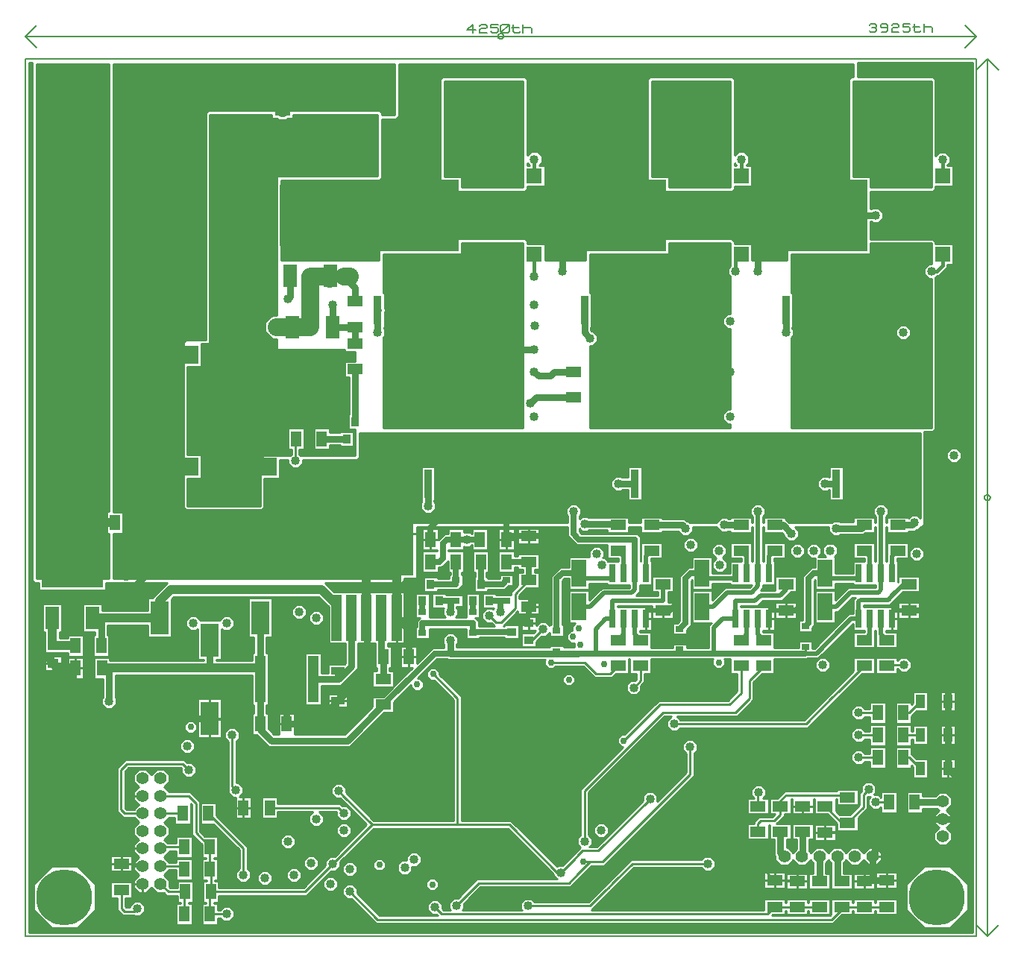
<source format=gbr>
G04 PROTEUS GERBER X2 FILE*
%TF.GenerationSoftware,Labcenter,Proteus,8.7-SP3-Build25561*%
%TF.CreationDate,2021-06-13T19:25:45+00:00*%
%TF.FileFunction,Copper,L1,Top*%
%TF.FilePolarity,Positive*%
%TF.Part,Single*%
%TF.SameCoordinates,{9c7b3d0d-a21c-4509-bc3d-39c11cb24c33}*%
%FSLAX45Y45*%
%MOMM*%
G01*
%TA.AperFunction,Conductor*%
%ADD10C,0.762000*%
%ADD11C,1.524000*%
%ADD12C,2.032000*%
%ADD13C,5.080000*%
%ADD14C,0.508000*%
%ADD15C,0.254000*%
%ADD16C,0.635000*%
%ADD17C,0.381000*%
%ADD18C,1.016000*%
%ADD19C,0.304800*%
%TA.AperFunction,ViaPad*%
%ADD70C,2.032000*%
%TA.AperFunction,WasherPad*%
%ADD71C,1.016000*%
%TA.AperFunction,ViaPad*%
%ADD20C,1.016000*%
%ADD21C,0.762000*%
%ADD22C,1.778000*%
%TA.AperFunction,OtherPad,Unknown*%
%ADD23C,6.350000*%
%TA.AperFunction,SMDPad,CuDef*%
%ADD24R,0.914400X3.200400*%
%ADD25R,10.795000X8.153400*%
%TA.AperFunction,SMDPad,CuDef*%
%ADD26R,4.572000X1.651000*%
%ADD27R,1.651000X1.651000*%
%TA.AperFunction,ComponentPad*%
%ADD28C,5.080000*%
%TA.AperFunction,SMDPad,CuDef*%
%ADD29R,6.985000X6.985000*%
%ADD72R,1.524000X2.540000*%
%TA.AperFunction,SMDPad,CuDef*%
%ADD73R,3.810000X2.032000*%
%ADD30R,1.270000X1.016000*%
%ADD31R,1.143000X1.803400*%
%ADD32R,2.032000X3.810000*%
%TA.AperFunction,SMDPad,CuDef*%
%ADD33R,1.143000X5.207000*%
%ADD34R,10.744200X9.550400*%
%TA.AperFunction,SMDPad,CuDef*%
%ADD35R,1.193800X5.308600*%
%ADD36R,1.524000X0.889000*%
%ADD37R,1.803400X1.143000*%
%ADD38R,3.556000X13.004800*%
%TA.AperFunction,SMDPad,CuDef*%
%ADD39R,0.889000X1.016000*%
%TA.AperFunction,SMDPad,CuDef*%
%ADD40R,0.635000X2.032000*%
%TA.AperFunction,SMDPad,CuDef*%
%ADD41R,1.651000X3.048000*%
%ADD42R,0.889000X0.635000*%
%TA.AperFunction,SMDPad,CuDef*%
%ADD43R,1.016000X0.889000*%
%TA.AperFunction,WasherPad*%
%ADD44C,1.397000*%
%TA.AperFunction,SMDPad,CuDef*%
%ADD45R,1.016000X1.524000*%
%TA.AperFunction,Profile*%
%ADD46C,0.203200*%
%TA.AperFunction,NonMaterial*%
%ADD47C,0.203200*%
%TD.AperFunction*%
G36*
X+8318500Y+2146300D02*
X+8297458Y+2146300D01*
X+8267700Y+2116542D01*
X+8267700Y+867958D01*
X+8297458Y+838200D01*
X+8318500Y+838200D01*
X+8318500Y+304800D01*
X+7598958Y+304800D01*
X+7569200Y+275042D01*
X+7569200Y+63500D01*
X+7169149Y+63500D01*
X+7169149Y+247649D01*
X+6972300Y+247649D01*
X+6972300Y+275042D01*
X+6942542Y+304800D01*
X+5312958Y+304800D01*
X+5283200Y+275042D01*
X+5283200Y+63500D01*
X+4819649Y+63500D01*
X+4819649Y+247649D01*
X+4622800Y+247649D01*
X+4622800Y+275042D01*
X+4593042Y+304800D01*
X+2963458Y+304800D01*
X+2933700Y+275042D01*
X+2933700Y+63500D01*
X+1828800Y+63500D01*
X+1828800Y+965200D01*
X+2942042Y+965200D01*
X+2971800Y+994958D01*
X+2971800Y+1663700D01*
X+3132542Y+1663700D01*
X+3162300Y+1693458D01*
X+3162300Y+2286000D01*
X+8318500Y+2286000D01*
X+8318500Y+2146300D01*
G37*
%LPC*%
G36*
X+6972300Y+2116542D02*
X+6972300Y+1256022D01*
X+7011677Y+1295399D01*
X+7085323Y+1295399D01*
X+7137399Y+1243323D01*
X+7137399Y+1169677D01*
X+7105649Y+1137927D01*
X+7105649Y+1136649D01*
X+7169149Y+1136649D01*
X+7169149Y+895351D01*
X+6972300Y+895351D01*
X+6972300Y+867958D01*
X+6942542Y+838200D01*
X+6011458Y+838200D01*
X+5981700Y+867958D01*
X+5981700Y+2116542D01*
X+6011458Y+2146300D01*
X+6942542Y+2146300D01*
X+6972300Y+2116542D01*
G37*
G36*
X+4622800Y+2116542D02*
X+4622800Y+1256022D01*
X+4662177Y+1295399D01*
X+4735823Y+1295399D01*
X+4787899Y+1243323D01*
X+4787899Y+1169677D01*
X+4756149Y+1137927D01*
X+4756149Y+1136649D01*
X+4819649Y+1136649D01*
X+4819649Y+895351D01*
X+4622800Y+895351D01*
X+4622800Y+867958D01*
X+4593042Y+838200D01*
X+3661958Y+838200D01*
X+3632200Y+867958D01*
X+3632200Y+2116542D01*
X+3661958Y+2146300D01*
X+4593042Y+2146300D01*
X+4622800Y+2116542D01*
G37*
G36*
X+5638800Y+566239D02*
X+5638800Y+576761D01*
X+5646239Y+584200D01*
X+5656761Y+584200D01*
X+5664200Y+576761D01*
X+5664200Y+566239D01*
X+5656761Y+558800D01*
X+5646239Y+558800D01*
X+5638800Y+566239D01*
G37*
G36*
X+7924800Y+566239D02*
X+7924800Y+576761D01*
X+7932239Y+584200D01*
X+7942761Y+584200D01*
X+7950200Y+576761D01*
X+7950200Y+566239D01*
X+7942761Y+558800D01*
X+7932239Y+558800D01*
X+7924800Y+566239D01*
G37*
G36*
X+3289300Y+566239D02*
X+3289300Y+576761D01*
X+3296739Y+584200D01*
X+3307261Y+584200D01*
X+3314700Y+576761D01*
X+3314700Y+566239D01*
X+3307261Y+558800D01*
X+3296739Y+558800D01*
X+3289300Y+566239D01*
G37*
G36*
X+2146300Y+566239D02*
X+2146300Y+576761D01*
X+2153739Y+584200D01*
X+2164261Y+584200D01*
X+2171700Y+576761D01*
X+2171700Y+566239D01*
X+2164261Y+558800D01*
X+2153739Y+558800D01*
X+2146300Y+566239D01*
G37*
G36*
X+3194050Y+1161599D02*
X+3194050Y+1187901D01*
X+3212649Y+1206500D01*
X+3238951Y+1206500D01*
X+3257550Y+1187901D01*
X+3257550Y+1161599D01*
X+3238951Y+1143000D01*
X+3212649Y+1143000D01*
X+3194050Y+1161599D01*
G37*
G36*
X+3448050Y+1161599D02*
X+3448050Y+1187901D01*
X+3466649Y+1206500D01*
X+3492951Y+1206500D01*
X+3511550Y+1187901D01*
X+3511550Y+1161599D01*
X+3492951Y+1143000D01*
X+3466649Y+1143000D01*
X+3448050Y+1161599D01*
G37*
G36*
X+5226050Y+1161599D02*
X+5226050Y+1187901D01*
X+5244649Y+1206500D01*
X+5270951Y+1206500D01*
X+5289550Y+1187901D01*
X+5289550Y+1161599D01*
X+5270951Y+1143000D01*
X+5244649Y+1143000D01*
X+5226050Y+1161599D01*
G37*
G36*
X+5480050Y+1161599D02*
X+5480050Y+1187901D01*
X+5498649Y+1206500D01*
X+5524951Y+1206500D01*
X+5543550Y+1187901D01*
X+5543550Y+1161599D01*
X+5524951Y+1143000D01*
X+5498649Y+1143000D01*
X+5480050Y+1161599D01*
G37*
G36*
X+5734050Y+1161599D02*
X+5734050Y+1187901D01*
X+5752649Y+1206500D01*
X+5778951Y+1206500D01*
X+5797550Y+1187901D01*
X+5797550Y+1161599D01*
X+5778951Y+1143000D01*
X+5752649Y+1143000D01*
X+5734050Y+1161599D01*
G37*
G36*
X+7512050Y+1161599D02*
X+7512050Y+1187901D01*
X+7530649Y+1206500D01*
X+7556951Y+1206500D01*
X+7575550Y+1187901D01*
X+7575550Y+1161599D01*
X+7556951Y+1143000D01*
X+7530649Y+1143000D01*
X+7512050Y+1161599D01*
G37*
G36*
X+7766050Y+1161599D02*
X+7766050Y+1187901D01*
X+7784649Y+1206500D01*
X+7810951Y+1206500D01*
X+7829550Y+1187901D01*
X+7829550Y+1161599D01*
X+7810951Y+1143000D01*
X+7784649Y+1143000D01*
X+7766050Y+1161599D01*
G37*
G36*
X+8020050Y+1161599D02*
X+8020050Y+1187901D01*
X+8038649Y+1206500D01*
X+8064951Y+1206500D01*
X+8083550Y+1187901D01*
X+8083550Y+1161599D01*
X+8064951Y+1143000D01*
X+8038649Y+1143000D01*
X+8020050Y+1161599D01*
G37*
G36*
X+3067050Y+1381569D02*
X+3067050Y+1407871D01*
X+3085649Y+1426470D01*
X+3111951Y+1426470D01*
X+3130550Y+1407871D01*
X+3130550Y+1381569D01*
X+3111951Y+1362970D01*
X+3085649Y+1362970D01*
X+3067050Y+1381569D01*
G37*
G36*
X+3321050Y+1381569D02*
X+3321050Y+1407871D01*
X+3339649Y+1426470D01*
X+3365951Y+1426470D01*
X+3384550Y+1407871D01*
X+3384550Y+1381569D01*
X+3365951Y+1362970D01*
X+3339649Y+1362970D01*
X+3321050Y+1381569D01*
G37*
G36*
X+4845050Y+1381569D02*
X+4845050Y+1407871D01*
X+4863649Y+1426470D01*
X+4889951Y+1426470D01*
X+4908550Y+1407871D01*
X+4908550Y+1381569D01*
X+4889951Y+1362970D01*
X+4863649Y+1362970D01*
X+4845050Y+1381569D01*
G37*
G36*
X+5099050Y+1381569D02*
X+5099050Y+1407871D01*
X+5117649Y+1426470D01*
X+5143951Y+1426470D01*
X+5162550Y+1407871D01*
X+5162550Y+1381569D01*
X+5143951Y+1362970D01*
X+5117649Y+1362970D01*
X+5099050Y+1381569D01*
G37*
G36*
X+5353050Y+1381569D02*
X+5353050Y+1407871D01*
X+5371649Y+1426470D01*
X+5397951Y+1426470D01*
X+5416550Y+1407871D01*
X+5416550Y+1381569D01*
X+5397951Y+1362970D01*
X+5371649Y+1362970D01*
X+5353050Y+1381569D01*
G37*
G36*
X+5607050Y+1381569D02*
X+5607050Y+1407871D01*
X+5625649Y+1426470D01*
X+5651951Y+1426470D01*
X+5670550Y+1407871D01*
X+5670550Y+1381569D01*
X+5651951Y+1362970D01*
X+5625649Y+1362970D01*
X+5607050Y+1381569D01*
G37*
G36*
X+7131050Y+1381569D02*
X+7131050Y+1407871D01*
X+7149649Y+1426470D01*
X+7175951Y+1426470D01*
X+7194550Y+1407871D01*
X+7194550Y+1381569D01*
X+7175951Y+1362970D01*
X+7149649Y+1362970D01*
X+7131050Y+1381569D01*
G37*
G36*
X+7385050Y+1381569D02*
X+7385050Y+1407871D01*
X+7403649Y+1426470D01*
X+7429951Y+1426470D01*
X+7448550Y+1407871D01*
X+7448550Y+1381569D01*
X+7429951Y+1362970D01*
X+7403649Y+1362970D01*
X+7385050Y+1381569D01*
G37*
G36*
X+7639050Y+1381569D02*
X+7639050Y+1407871D01*
X+7657649Y+1426470D01*
X+7683951Y+1426470D01*
X+7702550Y+1407871D01*
X+7702550Y+1381569D01*
X+7683951Y+1362970D01*
X+7657649Y+1362970D01*
X+7639050Y+1381569D01*
G37*
G36*
X+7893050Y+1381569D02*
X+7893050Y+1407871D01*
X+7911649Y+1426470D01*
X+7937951Y+1426470D01*
X+7956550Y+1407871D01*
X+7956550Y+1381569D01*
X+7937951Y+1362970D01*
X+7911649Y+1362970D01*
X+7893050Y+1381569D01*
G37*
G36*
X+3448050Y+1601539D02*
X+3448050Y+1627841D01*
X+3466649Y+1646440D01*
X+3492951Y+1646440D01*
X+3511550Y+1627841D01*
X+3511550Y+1601539D01*
X+3492951Y+1582940D01*
X+3466649Y+1582940D01*
X+3448050Y+1601539D01*
G37*
G36*
X+4718050Y+1601539D02*
X+4718050Y+1627841D01*
X+4736649Y+1646440D01*
X+4762951Y+1646440D01*
X+4781550Y+1627841D01*
X+4781550Y+1601539D01*
X+4762951Y+1582940D01*
X+4736649Y+1582940D01*
X+4718050Y+1601539D01*
G37*
G36*
X+4972050Y+1601539D02*
X+4972050Y+1627841D01*
X+4990649Y+1646440D01*
X+5016951Y+1646440D01*
X+5035550Y+1627841D01*
X+5035550Y+1601539D01*
X+5016951Y+1582940D01*
X+4990649Y+1582940D01*
X+4972050Y+1601539D01*
G37*
G36*
X+5226050Y+1601539D02*
X+5226050Y+1627841D01*
X+5244649Y+1646440D01*
X+5270951Y+1646440D01*
X+5289550Y+1627841D01*
X+5289550Y+1601539D01*
X+5270951Y+1582940D01*
X+5244649Y+1582940D01*
X+5226050Y+1601539D01*
G37*
G36*
X+5480050Y+1601539D02*
X+5480050Y+1627841D01*
X+5498649Y+1646440D01*
X+5524951Y+1646440D01*
X+5543550Y+1627841D01*
X+5543550Y+1601539D01*
X+5524951Y+1582940D01*
X+5498649Y+1582940D01*
X+5480050Y+1601539D01*
G37*
G36*
X+5734050Y+1601539D02*
X+5734050Y+1627841D01*
X+5752649Y+1646440D01*
X+5778951Y+1646440D01*
X+5797550Y+1627841D01*
X+5797550Y+1601539D01*
X+5778951Y+1582940D01*
X+5752649Y+1582940D01*
X+5734050Y+1601539D01*
G37*
G36*
X+7258050Y+1601539D02*
X+7258050Y+1627841D01*
X+7276649Y+1646440D01*
X+7302951Y+1646440D01*
X+7321550Y+1627841D01*
X+7321550Y+1601539D01*
X+7302951Y+1582940D01*
X+7276649Y+1582940D01*
X+7258050Y+1601539D01*
G37*
G36*
X+7512050Y+1601539D02*
X+7512050Y+1627841D01*
X+7530649Y+1646440D01*
X+7556951Y+1646440D01*
X+7575550Y+1627841D01*
X+7575550Y+1601539D01*
X+7556951Y+1582940D01*
X+7530649Y+1582940D01*
X+7512050Y+1601539D01*
G37*
G36*
X+7766050Y+1601539D02*
X+7766050Y+1627841D01*
X+7784649Y+1646440D01*
X+7810951Y+1646440D01*
X+7829550Y+1627841D01*
X+7829550Y+1601539D01*
X+7810951Y+1582940D01*
X+7784649Y+1582940D01*
X+7766050Y+1601539D01*
G37*
G36*
X+8020050Y+1601539D02*
X+8020050Y+1627841D01*
X+8038649Y+1646440D01*
X+8064951Y+1646440D01*
X+8083550Y+1627841D01*
X+8083550Y+1601539D01*
X+8064951Y+1582940D01*
X+8038649Y+1582940D01*
X+8020050Y+1601539D01*
G37*
G36*
X+3321050Y+1821509D02*
X+3321050Y+1847811D01*
X+3339649Y+1866410D01*
X+3365951Y+1866410D01*
X+3384550Y+1847811D01*
X+3384550Y+1821509D01*
X+3365951Y+1802910D01*
X+3339649Y+1802910D01*
X+3321050Y+1821509D01*
G37*
G36*
X+4845050Y+1821509D02*
X+4845050Y+1847811D01*
X+4863649Y+1866410D01*
X+4889951Y+1866410D01*
X+4908550Y+1847811D01*
X+4908550Y+1821509D01*
X+4889951Y+1802910D01*
X+4863649Y+1802910D01*
X+4845050Y+1821509D01*
G37*
G36*
X+5099050Y+1821509D02*
X+5099050Y+1847811D01*
X+5117649Y+1866410D01*
X+5143951Y+1866410D01*
X+5162550Y+1847811D01*
X+5162550Y+1821509D01*
X+5143951Y+1802910D01*
X+5117649Y+1802910D01*
X+5099050Y+1821509D01*
G37*
G36*
X+5353050Y+1821509D02*
X+5353050Y+1847811D01*
X+5371649Y+1866410D01*
X+5397951Y+1866410D01*
X+5416550Y+1847811D01*
X+5416550Y+1821509D01*
X+5397951Y+1802910D01*
X+5371649Y+1802910D01*
X+5353050Y+1821509D01*
G37*
G36*
X+5607050Y+1821509D02*
X+5607050Y+1847811D01*
X+5625649Y+1866410D01*
X+5651951Y+1866410D01*
X+5670550Y+1847811D01*
X+5670550Y+1821509D01*
X+5651951Y+1802910D01*
X+5625649Y+1802910D01*
X+5607050Y+1821509D01*
G37*
G36*
X+7131050Y+1821509D02*
X+7131050Y+1847811D01*
X+7149649Y+1866410D01*
X+7175951Y+1866410D01*
X+7194550Y+1847811D01*
X+7194550Y+1821509D01*
X+7175951Y+1802910D01*
X+7149649Y+1802910D01*
X+7131050Y+1821509D01*
G37*
G36*
X+7385050Y+1821509D02*
X+7385050Y+1847811D01*
X+7403649Y+1866410D01*
X+7429951Y+1866410D01*
X+7448550Y+1847811D01*
X+7448550Y+1821509D01*
X+7429951Y+1802910D01*
X+7403649Y+1802910D01*
X+7385050Y+1821509D01*
G37*
G36*
X+7639050Y+1821509D02*
X+7639050Y+1847811D01*
X+7657649Y+1866410D01*
X+7683951Y+1866410D01*
X+7702550Y+1847811D01*
X+7702550Y+1821509D01*
X+7683951Y+1802910D01*
X+7657649Y+1802910D01*
X+7639050Y+1821509D01*
G37*
G36*
X+7893050Y+1821509D02*
X+7893050Y+1847811D01*
X+7911649Y+1866410D01*
X+7937951Y+1866410D01*
X+7956550Y+1847811D01*
X+7956550Y+1821509D01*
X+7937951Y+1802910D01*
X+7911649Y+1802910D01*
X+7893050Y+1821509D01*
G37*
G36*
X+3448050Y+2041479D02*
X+3448050Y+2067781D01*
X+3466649Y+2086380D01*
X+3492951Y+2086380D01*
X+3511550Y+2067781D01*
X+3511550Y+2041479D01*
X+3492951Y+2022880D01*
X+3466649Y+2022880D01*
X+3448050Y+2041479D01*
G37*
G36*
X+4718050Y+2041479D02*
X+4718050Y+2067781D01*
X+4736649Y+2086380D01*
X+4762951Y+2086380D01*
X+4781550Y+2067781D01*
X+4781550Y+2041479D01*
X+4762951Y+2022880D01*
X+4736649Y+2022880D01*
X+4718050Y+2041479D01*
G37*
G36*
X+4972050Y+2041479D02*
X+4972050Y+2067781D01*
X+4990649Y+2086380D01*
X+5016951Y+2086380D01*
X+5035550Y+2067781D01*
X+5035550Y+2041479D01*
X+5016951Y+2022880D01*
X+4990649Y+2022880D01*
X+4972050Y+2041479D01*
G37*
G36*
X+5226050Y+2041479D02*
X+5226050Y+2067781D01*
X+5244649Y+2086380D01*
X+5270951Y+2086380D01*
X+5289550Y+2067781D01*
X+5289550Y+2041479D01*
X+5270951Y+2022880D01*
X+5244649Y+2022880D01*
X+5226050Y+2041479D01*
G37*
G36*
X+5480050Y+2041479D02*
X+5480050Y+2067781D01*
X+5498649Y+2086380D01*
X+5524951Y+2086380D01*
X+5543550Y+2067781D01*
X+5543550Y+2041479D01*
X+5524951Y+2022880D01*
X+5498649Y+2022880D01*
X+5480050Y+2041479D01*
G37*
G36*
X+5734050Y+2041479D02*
X+5734050Y+2067781D01*
X+5752649Y+2086380D01*
X+5778951Y+2086380D01*
X+5797550Y+2067781D01*
X+5797550Y+2041479D01*
X+5778951Y+2022880D01*
X+5752649Y+2022880D01*
X+5734050Y+2041479D01*
G37*
G36*
X+7258050Y+2041479D02*
X+7258050Y+2067781D01*
X+7276649Y+2086380D01*
X+7302951Y+2086380D01*
X+7321550Y+2067781D01*
X+7321550Y+2041479D01*
X+7302951Y+2022880D01*
X+7276649Y+2022880D01*
X+7258050Y+2041479D01*
G37*
G36*
X+7512050Y+2041479D02*
X+7512050Y+2067781D01*
X+7530649Y+2086380D01*
X+7556951Y+2086380D01*
X+7575550Y+2067781D01*
X+7575550Y+2041479D01*
X+7556951Y+2022880D01*
X+7530649Y+2022880D01*
X+7512050Y+2041479D01*
G37*
G36*
X+7766050Y+2041479D02*
X+7766050Y+2067781D01*
X+7784649Y+2086380D01*
X+7810951Y+2086380D01*
X+7829550Y+2067781D01*
X+7829550Y+2041479D01*
X+7810951Y+2022880D01*
X+7784649Y+2022880D01*
X+7766050Y+2041479D01*
G37*
G36*
X+8020050Y+2041479D02*
X+8020050Y+2067781D01*
X+8038649Y+2086380D01*
X+8064951Y+2086380D01*
X+8083550Y+2067781D01*
X+8083550Y+2041479D01*
X+8064951Y+2022880D01*
X+8038649Y+2022880D01*
X+8020050Y+2041479D01*
G37*
G36*
X+4972050Y+1161599D02*
X+4972050Y+1187901D01*
X+4990649Y+1206500D01*
X+5016951Y+1206500D01*
X+5035550Y+1187901D01*
X+5035550Y+1161599D01*
X+5016951Y+1143000D01*
X+4990649Y+1143000D01*
X+4972050Y+1161599D01*
G37*
%LPD*%
G36*
X+6991351Y+1137927D02*
X+6991351Y+1136649D01*
X+6972300Y+1136649D01*
X+6972300Y+1156978D01*
X+6991351Y+1137927D01*
G37*
G36*
X+4641851Y+1137927D02*
X+4641851Y+1136649D01*
X+4622800Y+1136649D01*
X+4622800Y+1156978D01*
X+4641851Y+1137927D01*
G37*
G36*
X+6921500Y+889000D02*
X+6224269Y+889000D01*
X+6224269Y+1012189D01*
X+6032500Y+1012189D01*
X+6032500Y+2095500D01*
X+6921500Y+2095500D01*
X+6921500Y+889000D01*
G37*
%LPC*%
G36*
X+6662239Y+1028700D02*
X+6672761Y+1028700D01*
X+6680200Y+1021261D01*
X+6680200Y+1010739D01*
X+6672761Y+1003300D01*
X+6662239Y+1003300D01*
X+6654800Y+1010739D01*
X+6654800Y+1021261D01*
X+6662239Y+1028700D01*
G37*
G36*
X+6578600Y+1677676D02*
X+6578600Y+1751324D01*
X+6630676Y+1803400D01*
X+6704324Y+1803400D01*
X+6756400Y+1751324D01*
X+6756400Y+1677676D01*
X+6704324Y+1625600D01*
X+6630676Y+1625600D01*
X+6578600Y+1677676D01*
G37*
G36*
X+6332219Y+1039159D02*
X+6332219Y+1065461D01*
X+6350818Y+1084060D01*
X+6377120Y+1084060D01*
X+6395719Y+1065461D01*
X+6395719Y+1039159D01*
X+6377120Y+1020560D01*
X+6350818Y+1020560D01*
X+6332219Y+1039159D01*
G37*
G36*
X+6230619Y+1215135D02*
X+6230619Y+1241437D01*
X+6249218Y+1260036D01*
X+6275520Y+1260036D01*
X+6294119Y+1241437D01*
X+6294119Y+1215135D01*
X+6275520Y+1196536D01*
X+6249218Y+1196536D01*
X+6230619Y+1215135D01*
G37*
G36*
X+6433819Y+1215135D02*
X+6433819Y+1241437D01*
X+6452418Y+1260036D01*
X+6478720Y+1260036D01*
X+6497319Y+1241437D01*
X+6497319Y+1215135D01*
X+6478720Y+1196536D01*
X+6452418Y+1196536D01*
X+6433819Y+1215135D01*
G37*
G36*
X+6129019Y+1391111D02*
X+6129019Y+1417413D01*
X+6147618Y+1436012D01*
X+6173920Y+1436012D01*
X+6192519Y+1417413D01*
X+6192519Y+1391111D01*
X+6173920Y+1372512D01*
X+6147618Y+1372512D01*
X+6129019Y+1391111D01*
G37*
G36*
X+6332219Y+1391111D02*
X+6332219Y+1417413D01*
X+6350818Y+1436012D01*
X+6377120Y+1436012D01*
X+6395719Y+1417413D01*
X+6395719Y+1391111D01*
X+6377120Y+1372512D01*
X+6350818Y+1372512D01*
X+6332219Y+1391111D01*
G37*
G36*
X+6230619Y+1567087D02*
X+6230619Y+1593389D01*
X+6249218Y+1611988D01*
X+6275520Y+1611988D01*
X+6294119Y+1593389D01*
X+6294119Y+1567087D01*
X+6275520Y+1548488D01*
X+6249218Y+1548488D01*
X+6230619Y+1567087D01*
G37*
G36*
X+6129019Y+1743063D02*
X+6129019Y+1769365D01*
X+6147618Y+1787964D01*
X+6173920Y+1787964D01*
X+6192519Y+1769365D01*
X+6192519Y+1743063D01*
X+6173920Y+1724464D01*
X+6147618Y+1724464D01*
X+6129019Y+1743063D01*
G37*
G36*
X+6230619Y+1919039D02*
X+6230619Y+1945341D01*
X+6249218Y+1963940D01*
X+6275520Y+1963940D01*
X+6294119Y+1945341D01*
X+6294119Y+1919039D01*
X+6275520Y+1900440D01*
X+6249218Y+1900440D01*
X+6230619Y+1919039D01*
G37*
%LPD*%
G36*
X+4572000Y+889000D02*
X+3874769Y+889000D01*
X+3874769Y+1012189D01*
X+3683000Y+1012189D01*
X+3683000Y+2095500D01*
X+4572000Y+2095500D01*
X+4572000Y+889000D01*
G37*
%LPC*%
G36*
X+4312739Y+1028700D02*
X+4323261Y+1028700D01*
X+4330700Y+1021261D01*
X+4330700Y+1010739D01*
X+4323261Y+1003300D01*
X+4312739Y+1003300D01*
X+4305300Y+1010739D01*
X+4305300Y+1021261D01*
X+4312739Y+1028700D01*
G37*
G36*
X+4229100Y+1677676D02*
X+4229100Y+1751324D01*
X+4281176Y+1803400D01*
X+4354824Y+1803400D01*
X+4406900Y+1751324D01*
X+4406900Y+1677676D01*
X+4354824Y+1625600D01*
X+4281176Y+1625600D01*
X+4229100Y+1677676D01*
G37*
G36*
X+3981450Y+1039159D02*
X+3981450Y+1065461D01*
X+4000049Y+1084060D01*
X+4026351Y+1084060D01*
X+4044950Y+1065461D01*
X+4044950Y+1039159D01*
X+4026351Y+1020560D01*
X+4000049Y+1020560D01*
X+3981450Y+1039159D01*
G37*
G36*
X+3879850Y+1215135D02*
X+3879850Y+1241437D01*
X+3898449Y+1260036D01*
X+3924751Y+1260036D01*
X+3943350Y+1241437D01*
X+3943350Y+1215135D01*
X+3924751Y+1196536D01*
X+3898449Y+1196536D01*
X+3879850Y+1215135D01*
G37*
G36*
X+4083050Y+1215135D02*
X+4083050Y+1241437D01*
X+4101649Y+1260036D01*
X+4127951Y+1260036D01*
X+4146550Y+1241437D01*
X+4146550Y+1215135D01*
X+4127951Y+1196536D01*
X+4101649Y+1196536D01*
X+4083050Y+1215135D01*
G37*
G36*
X+3778250Y+1391111D02*
X+3778250Y+1417413D01*
X+3796849Y+1436012D01*
X+3823151Y+1436012D01*
X+3841750Y+1417413D01*
X+3841750Y+1391111D01*
X+3823151Y+1372512D01*
X+3796849Y+1372512D01*
X+3778250Y+1391111D01*
G37*
G36*
X+3981450Y+1391111D02*
X+3981450Y+1417413D01*
X+4000049Y+1436012D01*
X+4026351Y+1436012D01*
X+4044950Y+1417413D01*
X+4044950Y+1391111D01*
X+4026351Y+1372512D01*
X+4000049Y+1372512D01*
X+3981450Y+1391111D01*
G37*
G36*
X+3879850Y+1567087D02*
X+3879850Y+1593389D01*
X+3898449Y+1611988D01*
X+3924751Y+1611988D01*
X+3943350Y+1593389D01*
X+3943350Y+1567087D01*
X+3924751Y+1548488D01*
X+3898449Y+1548488D01*
X+3879850Y+1567087D01*
G37*
G36*
X+3778250Y+1743063D02*
X+3778250Y+1769365D01*
X+3796849Y+1787964D01*
X+3823151Y+1787964D01*
X+3841750Y+1769365D01*
X+3841750Y+1743063D01*
X+3823151Y+1724464D01*
X+3796849Y+1724464D01*
X+3778250Y+1743063D01*
G37*
G36*
X+3879850Y+1919039D02*
X+3879850Y+1945341D01*
X+3898449Y+1963940D01*
X+3924751Y+1963940D01*
X+3943350Y+1945341D01*
X+3943350Y+1919039D01*
X+3924751Y+1900440D01*
X+3898449Y+1900440D01*
X+3879850Y+1919039D01*
G37*
%LPD*%
G36*
X+3111500Y+1714500D02*
X+2966720Y+1714500D01*
X+2966720Y+1733436D01*
X+2939936Y+1760220D01*
X+1854200Y+1760220D01*
X+1854200Y+1765761D01*
X+1846761Y+1773200D01*
X+1836239Y+1773200D01*
X+1828800Y+1765761D01*
X+1828800Y+1760220D01*
X+997064Y+1760220D01*
X+970280Y+1733436D01*
X+970280Y-843280D01*
X+743064Y-843280D01*
X+716280Y-870064D01*
X+716280Y-2749437D01*
X+743062Y-2776219D01*
X+1606438Y-2776219D01*
X+1633220Y-2749437D01*
X+1633220Y-2420619D01*
X+1811019Y-2420619D01*
X+1811019Y-2204720D01*
X+1901882Y-2204720D01*
X+1901882Y-2252760D01*
X+1950982Y-2301860D01*
X+2020420Y-2301860D01*
X+2069520Y-2252760D01*
X+2069520Y-2204720D01*
X+2685936Y-2204720D01*
X+2712720Y-2177936D01*
X+2712720Y-1905000D01*
X+9080500Y-1905000D01*
X+9080500Y-2865962D01*
X+9051719Y-2837181D01*
X+8982281Y-2837181D01*
X+8949689Y-2869773D01*
X+8949689Y-2858331D01*
X+8703311Y-2858331D01*
X+8703311Y-2921000D01*
X+8694419Y-2921000D01*
X+8694419Y-2854119D01*
X+8719819Y-2828719D01*
X+8719819Y-2759281D01*
X+8670719Y-2710181D01*
X+8601281Y-2710181D01*
X+8552181Y-2759281D01*
X+8552181Y-2828719D01*
X+8577581Y-2854119D01*
X+8577581Y-2921000D01*
X+8568689Y-2921000D01*
X+8568689Y-2858331D01*
X+8322311Y-2858331D01*
X+8322311Y-2913381D01*
X+8175419Y-2913381D01*
X+8162719Y-2900681D01*
X+8093281Y-2900681D01*
X+8072962Y-2921000D01*
X+7593576Y-2921000D01*
X+7552689Y-2880113D01*
X+7552689Y-2858331D01*
X+7306311Y-2858331D01*
X+7306311Y-2921000D01*
X+7297419Y-2921000D01*
X+7297419Y-2854119D01*
X+7322819Y-2828719D01*
X+7322819Y-2759281D01*
X+7273719Y-2710181D01*
X+7204281Y-2710181D01*
X+7155181Y-2759281D01*
X+7155181Y-2828719D01*
X+7180581Y-2854119D01*
X+7180581Y-2921000D01*
X+7171689Y-2921000D01*
X+7171689Y-2858331D01*
X+6925311Y-2858331D01*
X+6925311Y-2877381D01*
X+6901473Y-2877381D01*
X+6887361Y-2863269D01*
X+6817923Y-2863269D01*
X+6768823Y-2912369D01*
X+6768823Y-2921000D01*
X+6468538Y-2921000D01*
X+6448219Y-2900681D01*
X+6430257Y-2900681D01*
X+6406957Y-2877381D01*
X+6155689Y-2877381D01*
X+6155689Y-2858331D01*
X+5909311Y-2858331D01*
X+5909311Y-2921000D01*
X+5774689Y-2921000D01*
X+5774689Y-2858331D01*
X+5528311Y-2858331D01*
X+5528311Y-2862891D01*
X+5317251Y-2862891D01*
X+5304551Y-2850191D01*
X+5235113Y-2850191D01*
X+5208269Y-2877035D01*
X+5208269Y-2847769D01*
X+5227319Y-2828719D01*
X+5227319Y-2759281D01*
X+5178219Y-2710181D01*
X+5108781Y-2710181D01*
X+5059681Y-2759281D01*
X+5059681Y-2828719D01*
X+5078731Y-2847769D01*
X+5078731Y-2921000D01*
X+3175000Y-2921000D01*
X+3175000Y-3556000D01*
X-76200Y-3556000D01*
X-76200Y-3044189D01*
X+26669Y-3044189D01*
X+26669Y-2797811D01*
X-76200Y-2797811D01*
X-76200Y+2286000D01*
X+3111500Y+2286000D01*
X+3111500Y+1714500D01*
G37*
%LPC*%
G36*
X+3571239Y-2669539D02*
X+3563619Y-2669539D01*
X+3563619Y-2683081D01*
X+3576319Y-2695781D01*
X+3576319Y-2765219D01*
X+3527219Y-2814319D01*
X+3457781Y-2814319D01*
X+3408681Y-2765219D01*
X+3408681Y-2695781D01*
X+3421381Y-2683081D01*
X+3421381Y-2669539D01*
X+3413761Y-2669539D01*
X+3413761Y-2283461D01*
X+3571239Y-2283461D01*
X+3571239Y-2669539D01*
G37*
G36*
X+3606800Y-2481761D02*
X+3606800Y-2471239D01*
X+3614239Y-2463800D01*
X+3624761Y-2463800D01*
X+3632200Y-2471239D01*
X+3632200Y-2481761D01*
X+3624761Y-2489200D01*
X+3614239Y-2489200D01*
X+3606800Y-2481761D01*
G37*
G36*
X+3733800Y-2481761D02*
X+3733800Y-2471239D01*
X+3741239Y-2463800D01*
X+3751761Y-2463800D01*
X+3759200Y-2471239D01*
X+3759200Y-2481761D01*
X+3751761Y-2489200D01*
X+3741239Y-2489200D01*
X+3733800Y-2481761D01*
G37*
G36*
X+3987800Y-2481761D02*
X+3987800Y-2471239D01*
X+3995239Y-2463800D01*
X+4005761Y-2463800D01*
X+4013200Y-2471239D01*
X+4013200Y-2481761D01*
X+4005761Y-2489200D01*
X+3995239Y-2489200D01*
X+3987800Y-2481761D01*
G37*
G36*
X+4114800Y-2481761D02*
X+4114800Y-2471239D01*
X+4122239Y-2463800D01*
X+4132761Y-2463800D01*
X+4140200Y-2471239D01*
X+4140200Y-2481761D01*
X+4132761Y-2489200D01*
X+4122239Y-2489200D01*
X+4114800Y-2481761D01*
G37*
G36*
X+4241800Y-2481761D02*
X+4241800Y-2471239D01*
X+4249239Y-2463800D01*
X+4259761Y-2463800D01*
X+4267200Y-2471239D01*
X+4267200Y-2481761D01*
X+4259761Y-2489200D01*
X+4249239Y-2489200D01*
X+4241800Y-2481761D01*
G37*
G36*
X+5920739Y-2669539D02*
X+5763261Y-2669539D01*
X+5763261Y-2547619D01*
X+5698919Y-2547619D01*
X+5686219Y-2560319D01*
X+5616781Y-2560319D01*
X+5567681Y-2511219D01*
X+5567681Y-2441781D01*
X+5616781Y-2392681D01*
X+5686219Y-2392681D01*
X+5698919Y-2405381D01*
X+5763261Y-2405381D01*
X+5763261Y-2283461D01*
X+5920739Y-2283461D01*
X+5920739Y-2669539D01*
G37*
G36*
X+5956300Y-2481761D02*
X+5956300Y-2471239D01*
X+5963739Y-2463800D01*
X+5974261Y-2463800D01*
X+5981700Y-2471239D01*
X+5981700Y-2481761D01*
X+5974261Y-2489200D01*
X+5963739Y-2489200D01*
X+5956300Y-2481761D01*
G37*
G36*
X+6083300Y-2481761D02*
X+6083300Y-2471239D01*
X+6090739Y-2463800D01*
X+6101261Y-2463800D01*
X+6108700Y-2471239D01*
X+6108700Y-2481761D01*
X+6101261Y-2489200D01*
X+6090739Y-2489200D01*
X+6083300Y-2481761D01*
G37*
G36*
X+6337300Y-2481761D02*
X+6337300Y-2471239D01*
X+6344739Y-2463800D01*
X+6355261Y-2463800D01*
X+6362700Y-2471239D01*
X+6362700Y-2481761D01*
X+6355261Y-2489200D01*
X+6344739Y-2489200D01*
X+6337300Y-2481761D01*
G37*
G36*
X+6464300Y-2481761D02*
X+6464300Y-2471239D01*
X+6471739Y-2463800D01*
X+6482261Y-2463800D01*
X+6489700Y-2471239D01*
X+6489700Y-2481761D01*
X+6482261Y-2489200D01*
X+6471739Y-2489200D01*
X+6464300Y-2481761D01*
G37*
G36*
X+6591300Y-2481761D02*
X+6591300Y-2471239D01*
X+6598739Y-2463800D01*
X+6609261Y-2463800D01*
X+6616700Y-2471239D01*
X+6616700Y-2481761D01*
X+6609261Y-2489200D01*
X+6598739Y-2489200D01*
X+6591300Y-2481761D01*
G37*
G36*
X+8206739Y-2669539D02*
X+8049261Y-2669539D01*
X+8049261Y-2547619D01*
X+8048419Y-2547619D01*
X+8035719Y-2560319D01*
X+7966281Y-2560319D01*
X+7917181Y-2511219D01*
X+7917181Y-2441781D01*
X+7966281Y-2392681D01*
X+8035719Y-2392681D01*
X+8048419Y-2405381D01*
X+8049261Y-2405381D01*
X+8049261Y-2283461D01*
X+8206739Y-2283461D01*
X+8206739Y-2669539D01*
G37*
G36*
X+8242300Y-2481761D02*
X+8242300Y-2471239D01*
X+8249739Y-2463800D01*
X+8260261Y-2463800D01*
X+8267700Y-2471239D01*
X+8267700Y-2481761D01*
X+8260261Y-2489200D01*
X+8249739Y-2489200D01*
X+8242300Y-2481761D01*
G37*
G36*
X+8369300Y-2481761D02*
X+8369300Y-2471239D01*
X+8376739Y-2463800D01*
X+8387261Y-2463800D01*
X+8394700Y-2471239D01*
X+8394700Y-2481761D01*
X+8387261Y-2489200D01*
X+8376739Y-2489200D01*
X+8369300Y-2481761D01*
G37*
G36*
X+8623300Y-2481761D02*
X+8623300Y-2471239D01*
X+8630739Y-2463800D01*
X+8641261Y-2463800D01*
X+8648700Y-2471239D01*
X+8648700Y-2481761D01*
X+8641261Y-2489200D01*
X+8630739Y-2489200D01*
X+8623300Y-2481761D01*
G37*
G36*
X+8750300Y-2481761D02*
X+8750300Y-2471239D01*
X+8757739Y-2463800D01*
X+8768261Y-2463800D01*
X+8775700Y-2471239D01*
X+8775700Y-2481761D01*
X+8768261Y-2489200D01*
X+8757739Y-2489200D01*
X+8750300Y-2481761D01*
G37*
G36*
X+8877300Y-2481761D02*
X+8877300Y-2471239D01*
X+8884739Y-2463800D01*
X+8895261Y-2463800D01*
X+8902700Y-2471239D01*
X+8902700Y-2481761D01*
X+8895261Y-2489200D01*
X+8884739Y-2489200D01*
X+8877300Y-2481761D01*
G37*
G36*
X+195761Y-2298700D02*
X+185239Y-2298700D01*
X+177800Y-2291261D01*
X+177800Y-2280739D01*
X+185239Y-2273300D01*
X+195761Y-2273300D01*
X+203200Y-2280739D01*
X+203200Y-2291261D01*
X+195761Y-2298700D01*
G37*
G36*
X+195761Y-1028700D02*
X+185239Y-1028700D01*
X+177800Y-1021261D01*
X+177800Y-1010739D01*
X+185239Y-1003300D01*
X+195761Y-1003300D01*
X+203200Y-1010739D01*
X+203200Y-1021261D01*
X+195761Y-1028700D01*
G37*
G36*
X+457200Y-3106239D02*
X+457200Y-3116761D01*
X+449761Y-3124200D01*
X+439239Y-3124200D01*
X+431800Y-3116761D01*
X+431800Y-3106239D01*
X+439239Y-3098800D01*
X+449761Y-3098800D01*
X+457200Y-3106239D01*
G37*
G36*
X+2799261Y-3060700D02*
X+2788739Y-3060700D01*
X+2781300Y-3053261D01*
X+2781300Y-3042739D01*
X+2788739Y-3035300D01*
X+2799261Y-3035300D01*
X+2806700Y-3042739D01*
X+2806700Y-3053261D01*
X+2799261Y-3060700D01*
G37*
G36*
X+1600200Y-3106239D02*
X+1600200Y-3116761D01*
X+1592761Y-3124200D01*
X+1582239Y-3124200D01*
X+1574800Y-3116761D01*
X+1574800Y-3106239D01*
X+1582239Y-3098800D01*
X+1592761Y-3098800D01*
X+1600200Y-3106239D01*
G37*
G36*
X+12700Y-375739D02*
X+12700Y-386261D01*
X+5261Y-393700D01*
X-5261Y-393700D01*
X-12700Y-386261D01*
X-12700Y-375739D01*
X-5261Y-368300D01*
X+5261Y-368300D01*
X+12700Y-375739D01*
G37*
G36*
X+76200Y+1719761D02*
X+76200Y+1709239D01*
X+68761Y+1701800D01*
X+58239Y+1701800D01*
X+50800Y+1709239D01*
X+50800Y+1719761D01*
X+58239Y+1727200D01*
X+68761Y+1727200D01*
X+76200Y+1719761D01*
G37*
G36*
X+12700Y-1645739D02*
X+12700Y-1656261D01*
X+5261Y-1663700D01*
X-5261Y-1663700D01*
X-12700Y-1656261D01*
X-12700Y-1645739D01*
X-5261Y-1638300D01*
X+5261Y-1638300D01*
X+12700Y-1645739D01*
G37*
G36*
X+2616200Y+2100761D02*
X+2616200Y+2090239D01*
X+2608761Y+2082800D01*
X+2598239Y+2082800D01*
X+2590800Y+2090239D01*
X+2590800Y+2100761D01*
X+2598239Y+2108200D01*
X+2608761Y+2108200D01*
X+2616200Y+2100761D01*
G37*
G36*
X+693239Y-1003300D02*
X+703761Y-1003300D01*
X+711200Y-1010739D01*
X+711200Y-1021261D01*
X+703761Y-1028700D01*
X+693239Y-1028700D01*
X+685800Y-1021261D01*
X+685800Y-1010739D01*
X+693239Y-1003300D01*
G37*
G36*
X+693239Y-2273300D02*
X+703761Y-2273300D01*
X+711200Y-2280739D01*
X+711200Y-2291261D01*
X+703761Y-2298700D01*
X+693239Y-2298700D01*
X+685800Y-2291261D01*
X+685800Y-2280739D01*
X+693239Y-2273300D01*
G37*
G36*
X+876300Y-386261D02*
X+876300Y-375739D01*
X+883739Y-368300D01*
X+894261Y-368300D01*
X+901700Y-375739D01*
X+901700Y-386261D01*
X+894261Y-393700D01*
X+883739Y-393700D01*
X+876300Y-386261D01*
G37*
G36*
X+622300Y-1656261D02*
X+622300Y-1645739D01*
X+629739Y-1638300D01*
X+640261Y-1638300D01*
X+647700Y-1645739D01*
X+647700Y-1656261D01*
X+640261Y-1663700D01*
X+629739Y-1663700D01*
X+622300Y-1656261D01*
G37*
G36*
X+292100Y+1931676D02*
X+292100Y+2005324D01*
X+344176Y+2057400D01*
X+417824Y+2057400D01*
X+469900Y+2005324D01*
X+469900Y+1931676D01*
X+417824Y+1879600D01*
X+344176Y+1879600D01*
X+292100Y+1931676D01*
G37*
G36*
X+2773680Y-1963239D02*
X+2773680Y-1973761D01*
X+2766241Y-1981200D01*
X+2755719Y-1981200D01*
X+2748280Y-1973761D01*
X+2748280Y-1963239D01*
X+2755719Y-1955800D01*
X+2766241Y-1955800D01*
X+2773680Y-1963239D01*
G37*
G36*
X+249200Y-2915739D02*
X+249200Y-2926261D01*
X+241761Y-2933700D01*
X+231239Y-2933700D01*
X+223800Y-2926261D01*
X+223800Y-2915739D01*
X+231239Y-2908300D01*
X+241761Y-2908300D01*
X+249200Y-2915739D01*
G37*
G36*
X+8655050Y-2143947D02*
X+8655050Y-2117645D01*
X+8673649Y-2099046D01*
X+8699951Y-2099046D01*
X+8718550Y-2117645D01*
X+8718550Y-2143947D01*
X+8699951Y-2162546D01*
X+8673649Y-2162546D01*
X+8655050Y-2143947D01*
G37*
G36*
X+8858250Y-2143947D02*
X+8858250Y-2117645D01*
X+8876849Y-2099046D01*
X+8903151Y-2099046D01*
X+8921750Y-2117645D01*
X+8921750Y-2143947D01*
X+8903151Y-2162546D01*
X+8876849Y-2162546D01*
X+8858250Y-2143947D01*
G37*
G36*
X+2051050Y+1903501D02*
X+2051050Y+1929803D01*
X+2069649Y+1948402D01*
X+2095951Y+1948402D01*
X+2114550Y+1929803D01*
X+2114550Y+1903501D01*
X+2095951Y+1884902D01*
X+2069649Y+1884902D01*
X+2051050Y+1903501D01*
G37*
G36*
X+2254250Y+1903501D02*
X+2254250Y+1929803D01*
X+2272849Y+1948402D01*
X+2299151Y+1948402D01*
X+2317750Y+1929803D01*
X+2317750Y+1903501D01*
X+2299151Y+1884902D01*
X+2272849Y+1884902D01*
X+2254250Y+1903501D01*
G37*
G36*
X+2863850Y+1903501D02*
X+2863850Y+1929803D01*
X+2882449Y+1948402D01*
X+2908751Y+1948402D01*
X+2927350Y+1929803D01*
X+2927350Y+1903501D01*
X+2908751Y+1884902D01*
X+2882449Y+1884902D01*
X+2863850Y+1903501D01*
G37*
G36*
X+2762250Y+2079477D02*
X+2762250Y+2105779D01*
X+2780849Y+2124378D01*
X+2807151Y+2124378D01*
X+2825750Y+2105779D01*
X+2825750Y+2079477D01*
X+2807151Y+2060878D01*
X+2780849Y+2060878D01*
X+2762250Y+2079477D01*
G37*
G36*
X+4698220Y-2045151D02*
X+4698220Y-2018849D01*
X+4716819Y-2000250D01*
X+4743121Y-2000250D01*
X+4761720Y-2018849D01*
X+4761720Y-2045151D01*
X+4743121Y-2063750D01*
X+4716819Y-2063750D01*
X+4698220Y-2045151D01*
G37*
G36*
X+4718050Y-2737866D02*
X+4718050Y-2711564D01*
X+4736649Y-2692965D01*
X+4762951Y-2692965D01*
X+4781550Y-2711564D01*
X+4781550Y-2737866D01*
X+4762951Y-2756465D01*
X+4736649Y-2756465D01*
X+4718050Y-2737866D01*
G37*
G36*
X+5480050Y-2737866D02*
X+5480050Y-2711564D01*
X+5498649Y-2692965D01*
X+5524951Y-2692965D01*
X+5543550Y-2711564D01*
X+5543550Y-2737866D01*
X+5524951Y-2756465D01*
X+5498649Y-2756465D01*
X+5480050Y-2737866D01*
G37*
G36*
X+5353050Y-2517896D02*
X+5353050Y-2491594D01*
X+5371649Y-2472995D01*
X+5397951Y-2472995D01*
X+5416550Y-2491594D01*
X+5416550Y-2517896D01*
X+5397951Y-2536495D01*
X+5371649Y-2536495D01*
X+5353050Y-2517896D01*
G37*
G36*
X+7385050Y-2517896D02*
X+7385050Y-2491594D01*
X+7403649Y-2472995D01*
X+7429951Y-2472995D01*
X+7448550Y-2491594D01*
X+7448550Y-2517896D01*
X+7429951Y-2536495D01*
X+7403649Y-2536495D01*
X+7385050Y-2517896D01*
G37*
G36*
X+4718050Y-2297926D02*
X+4718050Y-2271624D01*
X+4736649Y-2253025D01*
X+4762951Y-2253025D01*
X+4781550Y-2271624D01*
X+4781550Y-2297926D01*
X+4762951Y-2316525D01*
X+4736649Y-2316525D01*
X+4718050Y-2297926D01*
G37*
G36*
X+5226050Y-2297926D02*
X+5226050Y-2271624D01*
X+5244649Y-2253025D01*
X+5270951Y-2253025D01*
X+5289550Y-2271624D01*
X+5289550Y-2297926D01*
X+5270951Y-2316525D01*
X+5244649Y-2316525D01*
X+5226050Y-2297926D01*
G37*
G36*
X+5480050Y-2297926D02*
X+5480050Y-2271624D01*
X+5498649Y-2253025D01*
X+5524951Y-2253025D01*
X+5543550Y-2271624D01*
X+5543550Y-2297926D01*
X+5524951Y-2316525D01*
X+5498649Y-2316525D01*
X+5480050Y-2297926D01*
G37*
G36*
X+2940050Y+2101474D02*
X+2940050Y+2127776D01*
X+2958649Y+2146375D01*
X+2984951Y+2146375D01*
X+3003550Y+2127776D01*
X+3003550Y+2101474D01*
X+2984951Y+2082875D01*
X+2958649Y+2082875D01*
X+2940050Y+2101474D01*
G37*
G36*
X+25400Y-3508282D02*
X+25400Y-3476718D01*
X+47718Y-3454400D01*
X+79282Y-3454400D01*
X+101600Y-3476718D01*
X+101600Y-3508282D01*
X+79282Y-3530600D01*
X+47718Y-3530600D01*
X+25400Y-3508282D01*
G37*
G36*
X+527050Y-3397776D02*
X+527050Y-3371474D01*
X+545649Y-3352875D01*
X+571951Y-3352875D01*
X+590550Y-3371474D01*
X+590550Y-3397776D01*
X+571951Y-3416375D01*
X+545649Y-3416375D01*
X+527050Y-3397776D01*
G37*
G36*
X+781050Y-3397776D02*
X+781050Y-3371474D01*
X+799649Y-3352875D01*
X+825951Y-3352875D01*
X+844550Y-3371474D01*
X+844550Y-3397776D01*
X+825951Y-3416375D01*
X+799649Y-3416375D01*
X+781050Y-3397776D01*
G37*
G36*
X+1035050Y-3397776D02*
X+1035050Y-3371474D01*
X+1053649Y-3352875D01*
X+1079951Y-3352875D01*
X+1098550Y-3371474D01*
X+1098550Y-3397776D01*
X+1079951Y-3416375D01*
X+1053649Y-3416375D01*
X+1035050Y-3397776D01*
G37*
G36*
X+1289050Y-3397776D02*
X+1289050Y-3371474D01*
X+1307649Y-3352875D01*
X+1333951Y-3352875D01*
X+1352550Y-3371474D01*
X+1352550Y-3397776D01*
X+1333951Y-3416375D01*
X+1307649Y-3416375D01*
X+1289050Y-3397776D01*
G37*
G36*
X+1543050Y-3397776D02*
X+1543050Y-3371474D01*
X+1561649Y-3352875D01*
X+1587951Y-3352875D01*
X+1606550Y-3371474D01*
X+1606550Y-3397776D01*
X+1587951Y-3416375D01*
X+1561649Y-3416375D01*
X+1543050Y-3397776D01*
G37*
G36*
X+1797050Y-3397776D02*
X+1797050Y-3371474D01*
X+1815649Y-3352875D01*
X+1841951Y-3352875D01*
X+1860550Y-3371474D01*
X+1860550Y-3397776D01*
X+1841951Y-3416375D01*
X+1815649Y-3416375D01*
X+1797050Y-3397776D01*
G37*
G36*
X+2051050Y-3397776D02*
X+2051050Y-3371474D01*
X+2069649Y-3352875D01*
X+2095951Y-3352875D01*
X+2114550Y-3371474D01*
X+2114550Y-3397776D01*
X+2095951Y-3416375D01*
X+2069649Y-3416375D01*
X+2051050Y-3397776D01*
G37*
G36*
X+146050Y-3177806D02*
X+146050Y-3151504D01*
X+164649Y-3132905D01*
X+190951Y-3132905D01*
X+209550Y-3151504D01*
X+209550Y-3177806D01*
X+190951Y-3196405D01*
X+164649Y-3196405D01*
X+146050Y-3177806D01*
G37*
G36*
X+781050Y-2957836D02*
X+781050Y-2931534D01*
X+799649Y-2912935D01*
X+825951Y-2912935D01*
X+844550Y-2931534D01*
X+844550Y-2957836D01*
X+825951Y-2976435D01*
X+799649Y-2976435D01*
X+781050Y-2957836D01*
G37*
G36*
X+1035050Y-2957836D02*
X+1035050Y-2931534D01*
X+1053649Y-2912935D01*
X+1079951Y-2912935D01*
X+1098550Y-2931534D01*
X+1098550Y-2957836D01*
X+1079951Y-2976435D01*
X+1053649Y-2976435D01*
X+1035050Y-2957836D01*
G37*
G36*
X+1289050Y-2957836D02*
X+1289050Y-2931534D01*
X+1307649Y-2912935D01*
X+1333951Y-2912935D01*
X+1352550Y-2931534D01*
X+1352550Y-2957836D01*
X+1333951Y-2976435D01*
X+1307649Y-2976435D01*
X+1289050Y-2957836D01*
G37*
G36*
X+1797050Y-2957836D02*
X+1797050Y-2931534D01*
X+1815649Y-2912935D01*
X+1841951Y-2912935D01*
X+1860550Y-2931534D01*
X+1860550Y-2957836D01*
X+1841951Y-2976435D01*
X+1815649Y-2976435D01*
X+1797050Y-2957836D01*
G37*
G36*
X+146050Y-2737866D02*
X+146050Y-2711564D01*
X+164649Y-2692965D01*
X+190951Y-2692965D01*
X+209550Y-2711564D01*
X+209550Y-2737866D01*
X+190951Y-2756465D01*
X+164649Y-2756465D01*
X+146050Y-2737866D01*
G37*
G36*
X+1924050Y-2737866D02*
X+1924050Y-2711564D01*
X+1942649Y-2692965D01*
X+1968951Y-2692965D01*
X+1987550Y-2711564D01*
X+1987550Y-2737866D01*
X+1968951Y-2756465D01*
X+1942649Y-2756465D01*
X+1924050Y-2737866D01*
G37*
G36*
X+19050Y-2517896D02*
X+19050Y-2491594D01*
X+37649Y-2472995D01*
X+63951Y-2472995D01*
X+82550Y-2491594D01*
X+82550Y-2517896D01*
X+63951Y-2536495D01*
X+37649Y-2536495D01*
X+19050Y-2517896D01*
G37*
G36*
X+273050Y-2517896D02*
X+273050Y-2491594D01*
X+291649Y-2472995D01*
X+317951Y-2472995D01*
X+336550Y-2491594D01*
X+336550Y-2517896D01*
X+317951Y-2536495D01*
X+291649Y-2536495D01*
X+273050Y-2517896D01*
G37*
G36*
X+2051050Y-2517896D02*
X+2051050Y-2491594D01*
X+2069649Y-2472995D01*
X+2095951Y-2472995D01*
X+2114550Y-2491594D01*
X+2114550Y-2517896D01*
X+2095951Y-2536495D01*
X+2069649Y-2536495D01*
X+2051050Y-2517896D01*
G37*
G36*
X+19050Y-2077956D02*
X+19050Y-2051654D01*
X+37649Y-2033055D01*
X+63951Y-2033055D01*
X+82550Y-2051654D01*
X+82550Y-2077956D01*
X+63951Y-2096555D01*
X+37649Y-2096555D01*
X+19050Y-2077956D01*
G37*
G36*
X+273050Y-2077956D02*
X+273050Y-2051654D01*
X+291649Y-2033055D01*
X+317951Y-2033055D01*
X+336550Y-2051654D01*
X+336550Y-2077956D01*
X+317951Y-2096555D01*
X+291649Y-2096555D01*
X+273050Y-2077956D01*
G37*
G36*
X+146050Y-1857986D02*
X+146050Y-1831684D01*
X+164649Y-1813085D01*
X+190951Y-1813085D01*
X+209550Y-1831684D01*
X+209550Y-1857986D01*
X+190951Y-1876585D01*
X+164649Y-1876585D01*
X+146050Y-1857986D01*
G37*
G36*
X+146050Y-1418046D02*
X+146050Y-1391744D01*
X+164649Y-1373145D01*
X+190951Y-1373145D01*
X+209550Y-1391744D01*
X+209550Y-1418046D01*
X+190951Y-1436645D01*
X+164649Y-1436645D01*
X+146050Y-1418046D01*
G37*
G36*
X+19050Y-758136D02*
X+19050Y-731834D01*
X+37649Y-713235D01*
X+63951Y-713235D01*
X+82550Y-731834D01*
X+82550Y-758136D01*
X+63951Y-776735D01*
X+37649Y-776735D01*
X+19050Y-758136D01*
G37*
G36*
X+273050Y-758136D02*
X+273050Y-731834D01*
X+291649Y-713235D01*
X+317951Y-713235D01*
X+336550Y-731834D01*
X+336550Y-758136D01*
X+317951Y-776735D01*
X+291649Y-776735D01*
X+273050Y-758136D01*
G37*
G36*
X+527050Y-758136D02*
X+527050Y-731834D01*
X+545649Y-713235D01*
X+571951Y-713235D01*
X+590550Y-731834D01*
X+590550Y-758136D01*
X+571951Y-776735D01*
X+545649Y-776735D01*
X+527050Y-758136D01*
G37*
G36*
X+146050Y-538166D02*
X+146050Y-511864D01*
X+164649Y-493265D01*
X+190951Y-493265D01*
X+209550Y-511864D01*
X+209550Y-538166D01*
X+190951Y-556765D01*
X+164649Y-556765D01*
X+146050Y-538166D01*
G37*
G36*
X+654050Y-538166D02*
X+654050Y-511864D01*
X+672649Y-493265D01*
X+698951Y-493265D01*
X+717550Y-511864D01*
X+717550Y-538166D01*
X+698951Y-556765D01*
X+672649Y-556765D01*
X+654050Y-538166D01*
G37*
G36*
X+146050Y-98226D02*
X+146050Y-71924D01*
X+164649Y-53325D01*
X+190951Y-53325D01*
X+209550Y-71924D01*
X+209550Y-98226D01*
X+190951Y-116825D01*
X+164649Y-116825D01*
X+146050Y-98226D01*
G37*
G36*
X+654050Y-98226D02*
X+654050Y-71924D01*
X+672649Y-53325D01*
X+698951Y-53325D01*
X+717550Y-71924D01*
X+717550Y-98226D01*
X+698951Y-116825D01*
X+672649Y-116825D01*
X+654050Y-98226D01*
G37*
G36*
X+19050Y+121744D02*
X+19050Y+148046D01*
X+37649Y+166645D01*
X+63951Y+166645D01*
X+82550Y+148046D01*
X+82550Y+121744D01*
X+63951Y+103145D01*
X+37649Y+103145D01*
X+19050Y+121744D01*
G37*
G36*
X+273050Y+121744D02*
X+273050Y+148046D01*
X+291649Y+166645D01*
X+317951Y+166645D01*
X+336550Y+148046D01*
X+336550Y+121744D01*
X+317951Y+103145D01*
X+291649Y+103145D01*
X+273050Y+121744D01*
G37*
G36*
X+527050Y+121744D02*
X+527050Y+148046D01*
X+545649Y+166645D01*
X+571951Y+166645D01*
X+590550Y+148046D01*
X+590550Y+121744D01*
X+571951Y+103145D01*
X+545649Y+103145D01*
X+527050Y+121744D01*
G37*
G36*
X+781050Y+121744D02*
X+781050Y+148046D01*
X+799649Y+166645D01*
X+825951Y+166645D01*
X+844550Y+148046D01*
X+844550Y+121744D01*
X+825951Y+103145D01*
X+799649Y+103145D01*
X+781050Y+121744D01*
G37*
G36*
X+146050Y+341714D02*
X+146050Y+368016D01*
X+164649Y+386615D01*
X+190951Y+386615D01*
X+209550Y+368016D01*
X+209550Y+341714D01*
X+190951Y+323115D01*
X+164649Y+323115D01*
X+146050Y+341714D01*
G37*
G36*
X+654050Y+341714D02*
X+654050Y+368016D01*
X+672649Y+386615D01*
X+698951Y+386615D01*
X+717550Y+368016D01*
X+717550Y+341714D01*
X+698951Y+323115D01*
X+672649Y+323115D01*
X+654050Y+341714D01*
G37*
G36*
X+19050Y+561684D02*
X+19050Y+587986D01*
X+37649Y+606585D01*
X+63951Y+606585D01*
X+82550Y+587986D01*
X+82550Y+561684D01*
X+63951Y+543085D01*
X+37649Y+543085D01*
X+19050Y+561684D01*
G37*
G36*
X+273050Y+561684D02*
X+273050Y+587986D01*
X+291649Y+606585D01*
X+317951Y+606585D01*
X+336550Y+587986D01*
X+336550Y+561684D01*
X+317951Y+543085D01*
X+291649Y+543085D01*
X+273050Y+561684D01*
G37*
G36*
X+527050Y+561684D02*
X+527050Y+587986D01*
X+545649Y+606585D01*
X+571951Y+606585D01*
X+590550Y+587986D01*
X+590550Y+561684D01*
X+571951Y+543085D01*
X+545649Y+543085D01*
X+527050Y+561684D01*
G37*
G36*
X+781050Y+561684D02*
X+781050Y+587986D01*
X+799649Y+606585D01*
X+825951Y+606585D01*
X+844550Y+587986D01*
X+844550Y+561684D01*
X+825951Y+543085D01*
X+799649Y+543085D01*
X+781050Y+561684D01*
G37*
G36*
X+146050Y+781654D02*
X+146050Y+807956D01*
X+164649Y+826555D01*
X+190951Y+826555D01*
X+209550Y+807956D01*
X+209550Y+781654D01*
X+190951Y+763055D01*
X+164649Y+763055D01*
X+146050Y+781654D01*
G37*
G36*
X+654050Y+781654D02*
X+654050Y+807956D01*
X+672649Y+826555D01*
X+698951Y+826555D01*
X+717550Y+807956D01*
X+717550Y+781654D01*
X+698951Y+763055D01*
X+672649Y+763055D01*
X+654050Y+781654D01*
G37*
G36*
X+19050Y+1001624D02*
X+19050Y+1027926D01*
X+37649Y+1046525D01*
X+63951Y+1046525D01*
X+82550Y+1027926D01*
X+82550Y+1001624D01*
X+63951Y+983025D01*
X+37649Y+983025D01*
X+19050Y+1001624D01*
G37*
G36*
X+273050Y+1001624D02*
X+273050Y+1027926D01*
X+291649Y+1046525D01*
X+317951Y+1046525D01*
X+336550Y+1027926D01*
X+336550Y+1001624D01*
X+317951Y+983025D01*
X+291649Y+983025D01*
X+273050Y+1001624D01*
G37*
G36*
X+527050Y+1001624D02*
X+527050Y+1027926D01*
X+545649Y+1046525D01*
X+571951Y+1046525D01*
X+590550Y+1027926D01*
X+590550Y+1001624D01*
X+571951Y+983025D01*
X+545649Y+983025D01*
X+527050Y+1001624D01*
G37*
G36*
X+781050Y+1001624D02*
X+781050Y+1027926D01*
X+799649Y+1046525D01*
X+825951Y+1046525D01*
X+844550Y+1027926D01*
X+844550Y+1001624D01*
X+825951Y+983025D01*
X+799649Y+983025D01*
X+781050Y+1001624D01*
G37*
G36*
X+146050Y+1221594D02*
X+146050Y+1247896D01*
X+164649Y+1266495D01*
X+190951Y+1266495D01*
X+209550Y+1247896D01*
X+209550Y+1221594D01*
X+190951Y+1202995D01*
X+164649Y+1202995D01*
X+146050Y+1221594D01*
G37*
G36*
X+654050Y+1221594D02*
X+654050Y+1247896D01*
X+672649Y+1266495D01*
X+698951Y+1266495D01*
X+717550Y+1247896D01*
X+717550Y+1221594D01*
X+698951Y+1202995D01*
X+672649Y+1202995D01*
X+654050Y+1221594D01*
G37*
G36*
X+19050Y+1441564D02*
X+19050Y+1467866D01*
X+37649Y+1486465D01*
X+63951Y+1486465D01*
X+82550Y+1467866D01*
X+82550Y+1441564D01*
X+63951Y+1422965D01*
X+37649Y+1422965D01*
X+19050Y+1441564D01*
G37*
G36*
X+273050Y+1441564D02*
X+273050Y+1467866D01*
X+291649Y+1486465D01*
X+317951Y+1486465D01*
X+336550Y+1467866D01*
X+336550Y+1441564D01*
X+317951Y+1422965D01*
X+291649Y+1422965D01*
X+273050Y+1441564D01*
G37*
G36*
X+527050Y+1441564D02*
X+527050Y+1467866D01*
X+545649Y+1486465D01*
X+571951Y+1486465D01*
X+590550Y+1467866D01*
X+590550Y+1441564D01*
X+571951Y+1422965D01*
X+545649Y+1422965D01*
X+527050Y+1441564D01*
G37*
G36*
X+781050Y+1441564D02*
X+781050Y+1467866D01*
X+799649Y+1486465D01*
X+825951Y+1486465D01*
X+844550Y+1467866D01*
X+844550Y+1441564D01*
X+825951Y+1422965D01*
X+799649Y+1422965D01*
X+781050Y+1441564D01*
G37*
G36*
X+654050Y+1661534D02*
X+654050Y+1687836D01*
X+672649Y+1706435D01*
X+698951Y+1706435D01*
X+717550Y+1687836D01*
X+717550Y+1661534D01*
X+698951Y+1642935D01*
X+672649Y+1642935D01*
X+654050Y+1661534D01*
G37*
G36*
X+19050Y+1881504D02*
X+19050Y+1907806D01*
X+37649Y+1926405D01*
X+63951Y+1926405D01*
X+82550Y+1907806D01*
X+82550Y+1881504D01*
X+63951Y+1862905D01*
X+37649Y+1862905D01*
X+19050Y+1881504D01*
G37*
G36*
X+781050Y+1881504D02*
X+781050Y+1907806D01*
X+799649Y+1926405D01*
X+825951Y+1926405D01*
X+844550Y+1907806D01*
X+844550Y+1881504D01*
X+825951Y+1862905D01*
X+799649Y+1862905D01*
X+781050Y+1881504D01*
G37*
G36*
X+1035050Y+1881504D02*
X+1035050Y+1907806D01*
X+1053649Y+1926405D01*
X+1079951Y+1926405D01*
X+1098550Y+1907806D01*
X+1098550Y+1881504D01*
X+1079951Y+1862905D01*
X+1053649Y+1862905D01*
X+1035050Y+1881504D01*
G37*
G36*
X+1289050Y+1881504D02*
X+1289050Y+1907806D01*
X+1307649Y+1926405D01*
X+1333951Y+1926405D01*
X+1352550Y+1907806D01*
X+1352550Y+1881504D01*
X+1333951Y+1862905D01*
X+1307649Y+1862905D01*
X+1289050Y+1881504D01*
G37*
G36*
X+1543050Y+1881504D02*
X+1543050Y+1907806D01*
X+1561649Y+1926405D01*
X+1587951Y+1926405D01*
X+1606550Y+1907806D01*
X+1606550Y+1881504D01*
X+1587951Y+1862905D01*
X+1561649Y+1862905D01*
X+1543050Y+1881504D01*
G37*
%LPD*%
G36*
X+2921000Y+1016000D02*
X+1778000Y+1016000D01*
X+1778000Y+953769D01*
X+1776731Y+953769D01*
X+1776731Y+189231D01*
X+1778000Y+189231D01*
X+1778000Y-563881D01*
X+1722239Y-563881D01*
X+1643381Y-642739D01*
X+1643381Y-754261D01*
X+1722239Y-833119D01*
X+1778000Y-833119D01*
X+1778000Y-952500D01*
X+2543811Y-952500D01*
X+2543811Y-979169D01*
X+2667000Y-979169D01*
X+2667000Y-1088831D01*
X+2543811Y-1088831D01*
X+2543811Y-1269169D01*
X+2595881Y-1269169D01*
X+2595881Y-1694181D01*
X+2589531Y-1694181D01*
X+2589531Y-1861819D01*
X+2667000Y-1861819D01*
X+2667000Y-2159000D01*
X+2045198Y-2159000D01*
X+2031420Y-2145222D01*
X+2031420Y-2091689D01*
X+2086169Y-2091689D01*
X+2086169Y-1845311D01*
X+1905831Y-1845311D01*
X+1905831Y-2091689D01*
X+1939982Y-2091689D01*
X+1939982Y-2145222D01*
X+1926204Y-2159000D01*
X+1587500Y-2159000D01*
X+1587500Y-2273300D01*
X+1582239Y-2273300D01*
X+1574800Y-2280739D01*
X+1574800Y-2291261D01*
X+1582239Y-2298700D01*
X+1587500Y-2298700D01*
X+1587500Y-2730500D01*
X+762000Y-2730500D01*
X+762000Y-2420619D01*
X+922019Y-2420619D01*
X+922019Y-2151381D01*
X+762000Y-2151381D01*
X+762000Y-1150619D01*
X+922019Y-1150619D01*
X+922019Y-889000D01*
X+1016000Y-889000D01*
X+1016000Y+1714500D01*
X+1718311Y+1714500D01*
X+1718311Y+1670331D01*
X+1777210Y+1670331D01*
X+1796260Y+1651281D01*
X+1886740Y+1651281D01*
X+1905790Y+1670331D01*
X+1964689Y+1670331D01*
X+1964689Y+1714500D01*
X+2921000Y+1714500D01*
X+2921000Y+1016000D01*
G37*
%LPC*%
G36*
X+2197100Y-1384119D02*
X+2197100Y-1394641D01*
X+2189661Y-1402080D01*
X+2179139Y-1402080D01*
X+2171700Y-1394641D01*
X+2171700Y-1384119D01*
X+2179139Y-1376680D01*
X+2189661Y-1376680D01*
X+2197100Y-1384119D01*
G37*
G36*
X+1211761Y+685800D02*
X+1201239Y+685800D01*
X+1193800Y+693239D01*
X+1193800Y+703761D01*
X+1201239Y+711200D01*
X+1211761Y+711200D01*
X+1219200Y+703761D01*
X+1219200Y+693239D01*
X+1211761Y+685800D01*
G37*
G36*
X+2590800Y+1201239D02*
X+2590800Y+1211761D01*
X+2598239Y+1219200D01*
X+2608761Y+1219200D01*
X+2616200Y+1211761D01*
X+2616200Y+1201239D01*
X+2608761Y+1193800D01*
X+2598239Y+1193800D01*
X+2590800Y+1201239D01*
G37*
G36*
X+1592761Y-1028700D02*
X+1582239Y-1028700D01*
X+1574800Y-1021261D01*
X+1574800Y-1010739D01*
X+1582239Y-1003300D01*
X+1592761Y-1003300D01*
X+1600200Y-1010739D01*
X+1600200Y-1021261D01*
X+1592761Y-1028700D01*
G37*
G36*
X+1836239Y+1473200D02*
X+1846761Y+1473200D01*
X+1854200Y+1465761D01*
X+1854200Y+1455239D01*
X+1846761Y+1447800D01*
X+1836239Y+1447800D01*
X+1828800Y+1455239D01*
X+1828800Y+1465761D01*
X+1836239Y+1473200D01*
G37*
G36*
X+1176300Y-386261D02*
X+1176300Y-375739D01*
X+1183739Y-368300D01*
X+1194261Y-368300D01*
X+1201700Y-375739D01*
X+1201700Y-386261D01*
X+1194261Y-393700D01*
X+1183739Y-393700D01*
X+1176300Y-386261D01*
G37*
G36*
X+922300Y-1656261D02*
X+922300Y-1645739D01*
X+929739Y-1638300D01*
X+940261Y-1638300D01*
X+947700Y-1645739D01*
X+947700Y-1656261D01*
X+940261Y-1663700D01*
X+929739Y-1663700D01*
X+922300Y-1656261D01*
G37*
G36*
X+2376169Y-1897381D02*
X+2495551Y-1897381D01*
X+2495551Y-1884681D01*
X+2650489Y-1884681D01*
X+2650489Y-2052319D01*
X+2495551Y-2052319D01*
X+2495551Y-2039619D01*
X+2376169Y-2039619D01*
X+2376169Y-2091689D01*
X+2195831Y-2091689D01*
X+2195831Y-1845311D01*
X+2376169Y-1845311D01*
X+2376169Y-1897381D01*
G37*
G36*
X+1974850Y+1512646D02*
X+1974850Y+1538948D01*
X+1993449Y+1557547D01*
X+2019751Y+1557547D01*
X+2038350Y+1538948D01*
X+2038350Y+1512646D01*
X+2019751Y+1494047D01*
X+1993449Y+1494047D01*
X+1974850Y+1512646D01*
G37*
G36*
X+2178050Y+1512646D02*
X+2178050Y+1538948D01*
X+2196649Y+1557547D01*
X+2222951Y+1557547D01*
X+2241550Y+1538948D01*
X+2241550Y+1512646D01*
X+2222951Y+1494047D01*
X+2196649Y+1494047D01*
X+2178050Y+1512646D01*
G37*
G36*
X+2381250Y+1512646D02*
X+2381250Y+1538948D01*
X+2399849Y+1557547D01*
X+2426151Y+1557547D01*
X+2444750Y+1538948D01*
X+2444750Y+1512646D01*
X+2426151Y+1494047D01*
X+2399849Y+1494047D01*
X+2381250Y+1512646D01*
G37*
G36*
X+2584450Y+1512646D02*
X+2584450Y+1538948D01*
X+2603049Y+1557547D01*
X+2629351Y+1557547D01*
X+2647950Y+1538948D01*
X+2647950Y+1512646D01*
X+2629351Y+1494047D01*
X+2603049Y+1494047D01*
X+2584450Y+1512646D01*
G37*
G36*
X+857250Y-2610866D02*
X+857250Y-2584564D01*
X+875849Y-2565965D01*
X+902151Y-2565965D01*
X+920750Y-2584564D01*
X+920750Y-2610866D01*
X+902151Y-2629465D01*
X+875849Y-2629465D01*
X+857250Y-2610866D01*
G37*
G36*
X+1111250Y-2610866D02*
X+1111250Y-2584564D01*
X+1129849Y-2565965D01*
X+1156151Y-2565965D01*
X+1174750Y-2584564D01*
X+1174750Y-2610866D01*
X+1156151Y-2629465D01*
X+1129849Y-2629465D01*
X+1111250Y-2610866D01*
G37*
G36*
X+1365250Y-2610866D02*
X+1365250Y-2584564D01*
X+1383849Y-2565965D01*
X+1410151Y-2565965D01*
X+1428750Y-2584564D01*
X+1428750Y-2610866D01*
X+1410151Y-2629465D01*
X+1383849Y-2629465D01*
X+1365250Y-2610866D01*
G37*
G36*
X+1238250Y-2390896D02*
X+1238250Y-2364594D01*
X+1256849Y-2345995D01*
X+1283151Y-2345995D01*
X+1301750Y-2364594D01*
X+1301750Y-2390896D01*
X+1283151Y-2409495D01*
X+1256849Y-2409495D01*
X+1238250Y-2390896D01*
G37*
G36*
X+1111250Y-2170926D02*
X+1111250Y-2144624D01*
X+1129849Y-2126025D01*
X+1156151Y-2126025D01*
X+1174750Y-2144624D01*
X+1174750Y-2170926D01*
X+1156151Y-2189525D01*
X+1129849Y-2189525D01*
X+1111250Y-2170926D01*
G37*
G36*
X+984250Y-1950956D02*
X+984250Y-1924654D01*
X+1002849Y-1906055D01*
X+1029151Y-1906055D01*
X+1047750Y-1924654D01*
X+1047750Y-1950956D01*
X+1029151Y-1969555D01*
X+1002849Y-1969555D01*
X+984250Y-1950956D01*
G37*
G36*
X+1238250Y-1950956D02*
X+1238250Y-1924654D01*
X+1256849Y-1906055D01*
X+1283151Y-1906055D01*
X+1301750Y-1924654D01*
X+1301750Y-1950956D01*
X+1283151Y-1969555D01*
X+1256849Y-1969555D01*
X+1238250Y-1950956D01*
G37*
G36*
X+1746250Y-1950956D02*
X+1746250Y-1924654D01*
X+1764849Y-1906055D01*
X+1791151Y-1906055D01*
X+1809750Y-1924654D01*
X+1809750Y-1950956D01*
X+1791151Y-1969555D01*
X+1764849Y-1969555D01*
X+1746250Y-1950956D01*
G37*
G36*
X+1238250Y-1511016D02*
X+1238250Y-1484714D01*
X+1256849Y-1466115D01*
X+1283151Y-1466115D01*
X+1301750Y-1484714D01*
X+1301750Y-1511016D01*
X+1283151Y-1529615D01*
X+1256849Y-1529615D01*
X+1238250Y-1511016D01*
G37*
G36*
X+857250Y-1291046D02*
X+857250Y-1264744D01*
X+875849Y-1246145D01*
X+902151Y-1246145D01*
X+920750Y-1264744D01*
X+920750Y-1291046D01*
X+902151Y-1309645D01*
X+875849Y-1309645D01*
X+857250Y-1291046D01*
G37*
G36*
X+1111250Y-1291046D02*
X+1111250Y-1264744D01*
X+1129849Y-1246145D01*
X+1156151Y-1246145D01*
X+1174750Y-1264744D01*
X+1174750Y-1291046D01*
X+1156151Y-1309645D01*
X+1129849Y-1309645D01*
X+1111250Y-1291046D01*
G37*
G36*
X+1365250Y-1291046D02*
X+1365250Y-1264744D01*
X+1383849Y-1246145D01*
X+1410151Y-1246145D01*
X+1428750Y-1264744D01*
X+1428750Y-1291046D01*
X+1410151Y-1309645D01*
X+1383849Y-1309645D01*
X+1365250Y-1291046D01*
G37*
G36*
X+1238250Y-1071076D02*
X+1238250Y-1044774D01*
X+1256849Y-1026175D01*
X+1283151Y-1026175D01*
X+1301750Y-1044774D01*
X+1301750Y-1071076D01*
X+1283151Y-1089675D01*
X+1256849Y-1089675D01*
X+1238250Y-1071076D01*
G37*
G36*
X+1111250Y-851106D02*
X+1111250Y-824804D01*
X+1129849Y-806205D01*
X+1156151Y-806205D01*
X+1174750Y-824804D01*
X+1174750Y-851106D01*
X+1156151Y-869705D01*
X+1129849Y-869705D01*
X+1111250Y-851106D01*
G37*
G36*
X+1365250Y-411166D02*
X+1365250Y-384864D01*
X+1383849Y-366265D01*
X+1410151Y-366265D01*
X+1428750Y-384864D01*
X+1428750Y-411166D01*
X+1410151Y-429765D01*
X+1383849Y-429765D01*
X+1365250Y-411166D01*
G37*
G36*
X+1619250Y-411166D02*
X+1619250Y-384864D01*
X+1637849Y-366265D01*
X+1664151Y-366265D01*
X+1682750Y-384864D01*
X+1682750Y-411166D01*
X+1664151Y-429765D01*
X+1637849Y-429765D01*
X+1619250Y-411166D01*
G37*
G36*
X+1492250Y-191196D02*
X+1492250Y-164894D01*
X+1510849Y-146295D01*
X+1537151Y-146295D01*
X+1555750Y-164894D01*
X+1555750Y-191196D01*
X+1537151Y-209795D01*
X+1510849Y-209795D01*
X+1492250Y-191196D01*
G37*
G36*
X+1619250Y+28774D02*
X+1619250Y+55076D01*
X+1637849Y+73675D01*
X+1664151Y+73675D01*
X+1682750Y+55076D01*
X+1682750Y+28774D01*
X+1664151Y+10175D01*
X+1637849Y+10175D01*
X+1619250Y+28774D01*
G37*
G36*
X+1492250Y+248744D02*
X+1492250Y+275046D01*
X+1510849Y+293645D01*
X+1537151Y+293645D01*
X+1555750Y+275046D01*
X+1555750Y+248744D01*
X+1537151Y+230145D01*
X+1510849Y+230145D01*
X+1492250Y+248744D01*
G37*
G36*
X+1492250Y+688684D02*
X+1492250Y+714986D01*
X+1510849Y+733585D01*
X+1537151Y+733585D01*
X+1555750Y+714986D01*
X+1555750Y+688684D01*
X+1537151Y+670085D01*
X+1510849Y+670085D01*
X+1492250Y+688684D01*
G37*
G36*
X+1619250Y+1348594D02*
X+1619250Y+1374896D01*
X+1637849Y+1393495D01*
X+1664151Y+1393495D01*
X+1682750Y+1374896D01*
X+1682750Y+1348594D01*
X+1664151Y+1329995D01*
X+1637849Y+1329995D01*
X+1619250Y+1348594D01*
G37*
G36*
X+2127250Y+1348594D02*
X+2127250Y+1374896D01*
X+2145849Y+1393495D01*
X+2172151Y+1393495D01*
X+2190750Y+1374896D01*
X+2190750Y+1348594D01*
X+2172151Y+1329995D01*
X+2145849Y+1329995D01*
X+2127250Y+1348594D01*
G37*
G36*
X+2381250Y+1348594D02*
X+2381250Y+1374896D01*
X+2399849Y+1393495D01*
X+2426151Y+1393495D01*
X+2444750Y+1374896D01*
X+2444750Y+1348594D01*
X+2426151Y+1329995D01*
X+2399849Y+1329995D01*
X+2381250Y+1348594D01*
G37*
G36*
X+1238250Y+1568564D02*
X+1238250Y+1594866D01*
X+1256849Y+1613465D01*
X+1283151Y+1613465D01*
X+1301750Y+1594866D01*
X+1301750Y+1568564D01*
X+1283151Y+1549965D01*
X+1256849Y+1549965D01*
X+1238250Y+1568564D01*
G37*
G36*
X+1492250Y+1568564D02*
X+1492250Y+1594866D01*
X+1510849Y+1613465D01*
X+1537151Y+1613465D01*
X+1555750Y+1594866D01*
X+1555750Y+1568564D01*
X+1537151Y+1549965D01*
X+1510849Y+1549965D01*
X+1492250Y+1568564D01*
G37*
%LPD*%
G36*
X-127000Y-2792731D02*
X-158749Y-2792731D01*
X-158749Y-3049269D01*
X-127000Y-3049269D01*
X-127000Y-3556000D01*
X-952500Y-3556000D01*
X-952500Y+2286000D01*
X-127000Y+2286000D01*
X-127000Y-2792731D01*
G37*
%LPC*%
G36*
X-703761Y-2273300D02*
X-693239Y-2273300D01*
X-685800Y-2280739D01*
X-685800Y-2291261D01*
X-693239Y-2298700D01*
X-703761Y-2298700D01*
X-711200Y-2291261D01*
X-711200Y-2280739D01*
X-703761Y-2273300D01*
G37*
G36*
X-703761Y-1003300D02*
X-693239Y-1003300D01*
X-685800Y-1010739D01*
X-685800Y-1021261D01*
X-693239Y-1028700D01*
X-703761Y-1028700D01*
X-711200Y-1021261D01*
X-711200Y-1010739D01*
X-703761Y-1003300D01*
G37*
G36*
X-558800Y-3314881D02*
X-558800Y-3304359D01*
X-551361Y-3296920D01*
X-540839Y-3296920D01*
X-533400Y-3304359D01*
X-533400Y-3314881D01*
X-540839Y-3322320D01*
X-551361Y-3322320D01*
X-558800Y-3314881D01*
G37*
G36*
X-566239Y+685800D02*
X-576761Y+685800D01*
X-584200Y+693239D01*
X-584200Y+703761D01*
X-576761Y+711200D01*
X-566239Y+711200D01*
X-558800Y+703761D01*
X-558800Y+693239D01*
X-566239Y+685800D01*
G37*
G36*
X-287300Y-375739D02*
X-287300Y-386261D01*
X-294739Y-393700D01*
X-305261Y-393700D01*
X-312700Y-386261D01*
X-312700Y-375739D01*
X-305261Y-368300D01*
X-294739Y-368300D01*
X-287300Y-375739D01*
G37*
G36*
X-223800Y+1719761D02*
X-223800Y+1709239D01*
X-231239Y+1701800D01*
X-241761Y+1701800D01*
X-249200Y+1709239D01*
X-249200Y+1719761D01*
X-241761Y+1727200D01*
X-231239Y+1727200D01*
X-223800Y+1719761D01*
G37*
G36*
X-287300Y-1645739D02*
X-287300Y-1656261D01*
X-294739Y-1663700D01*
X-305261Y-1663700D01*
X-312700Y-1656261D01*
X-312700Y-1645739D01*
X-305261Y-1638300D01*
X-294739Y-1638300D01*
X-287300Y-1645739D01*
G37*
G36*
X-660400Y+1931676D02*
X-660400Y+2005324D01*
X-608324Y+2057400D01*
X-534676Y+2057400D01*
X-482600Y+2005324D01*
X-482600Y+1931676D01*
X-534676Y+1879600D01*
X-608324Y+1879600D01*
X-660400Y+1931676D01*
G37*
G36*
X-476250Y-2737866D02*
X-476250Y-2711564D01*
X-457651Y-2692965D01*
X-431349Y-2692965D01*
X-412750Y-2711564D01*
X-412750Y-2737866D01*
X-431349Y-2756465D01*
X-457651Y-2756465D01*
X-476250Y-2737866D01*
G37*
G36*
X-857250Y-2517896D02*
X-857250Y-2491594D01*
X-838651Y-2472995D01*
X-812349Y-2472995D01*
X-793750Y-2491594D01*
X-793750Y-2517896D01*
X-812349Y-2536495D01*
X-838651Y-2536495D01*
X-857250Y-2517896D01*
G37*
G36*
X-603250Y-2517896D02*
X-603250Y-2491594D01*
X-584651Y-2472995D01*
X-558349Y-2472995D01*
X-539750Y-2491594D01*
X-539750Y-2517896D01*
X-558349Y-2536495D01*
X-584651Y-2536495D01*
X-603250Y-2517896D01*
G37*
G36*
X-349250Y-2517896D02*
X-349250Y-2491594D01*
X-330651Y-2472995D01*
X-304349Y-2472995D01*
X-285750Y-2491594D01*
X-285750Y-2517896D01*
X-304349Y-2536495D01*
X-330651Y-2536495D01*
X-349250Y-2517896D01*
G37*
G36*
X-857250Y-2077956D02*
X-857250Y-2051654D01*
X-838651Y-2033055D01*
X-812349Y-2033055D01*
X-793750Y-2051654D01*
X-793750Y-2077956D01*
X-812349Y-2096555D01*
X-838651Y-2096555D01*
X-857250Y-2077956D01*
G37*
G36*
X-603250Y-2077956D02*
X-603250Y-2051654D01*
X-584651Y-2033055D01*
X-558349Y-2033055D01*
X-539750Y-2051654D01*
X-539750Y-2077956D01*
X-558349Y-2096555D01*
X-584651Y-2096555D01*
X-603250Y-2077956D01*
G37*
G36*
X-349250Y-2077956D02*
X-349250Y-2051654D01*
X-330651Y-2033055D01*
X-304349Y-2033055D01*
X-285750Y-2051654D01*
X-285750Y-2077956D01*
X-304349Y-2096555D01*
X-330651Y-2096555D01*
X-349250Y-2077956D01*
G37*
G36*
X-476250Y-1857986D02*
X-476250Y-1831684D01*
X-457651Y-1813085D01*
X-431349Y-1813085D01*
X-412750Y-1831684D01*
X-412750Y-1857986D01*
X-431349Y-1876585D01*
X-457651Y-1876585D01*
X-476250Y-1857986D01*
G37*
G36*
X-857250Y-1638016D02*
X-857250Y-1611714D01*
X-838651Y-1593115D01*
X-812349Y-1593115D01*
X-793750Y-1611714D01*
X-793750Y-1638016D01*
X-812349Y-1656615D01*
X-838651Y-1656615D01*
X-857250Y-1638016D01*
G37*
G36*
X-476250Y-1418046D02*
X-476250Y-1391744D01*
X-457651Y-1373145D01*
X-431349Y-1373145D01*
X-412750Y-1391744D01*
X-412750Y-1418046D01*
X-431349Y-1436645D01*
X-457651Y-1436645D01*
X-476250Y-1418046D01*
G37*
G36*
X-349250Y-1198076D02*
X-349250Y-1171774D01*
X-330651Y-1153175D01*
X-304349Y-1153175D01*
X-285750Y-1171774D01*
X-285750Y-1198076D01*
X-304349Y-1216675D01*
X-330651Y-1216675D01*
X-349250Y-1198076D01*
G37*
G36*
X-857250Y-758136D02*
X-857250Y-731834D01*
X-838651Y-713235D01*
X-812349Y-713235D01*
X-793750Y-731834D01*
X-793750Y-758136D01*
X-812349Y-776735D01*
X-838651Y-776735D01*
X-857250Y-758136D01*
G37*
G36*
X-349250Y-758136D02*
X-349250Y-731834D01*
X-330651Y-713235D01*
X-304349Y-713235D01*
X-285750Y-731834D01*
X-285750Y-758136D01*
X-304349Y-776735D01*
X-330651Y-776735D01*
X-349250Y-758136D01*
G37*
G36*
X-730250Y-538166D02*
X-730250Y-511864D01*
X-711651Y-493265D01*
X-685349Y-493265D01*
X-666750Y-511864D01*
X-666750Y-538166D01*
X-685349Y-556765D01*
X-711651Y-556765D01*
X-730250Y-538166D01*
G37*
G36*
X-476250Y-538166D02*
X-476250Y-511864D01*
X-457651Y-493265D01*
X-431349Y-493265D01*
X-412750Y-511864D01*
X-412750Y-538166D01*
X-431349Y-556765D01*
X-457651Y-556765D01*
X-476250Y-538166D01*
G37*
G36*
X-857250Y-318196D02*
X-857250Y-291894D01*
X-838651Y-273295D01*
X-812349Y-273295D01*
X-793750Y-291894D01*
X-793750Y-318196D01*
X-812349Y-336795D01*
X-838651Y-336795D01*
X-857250Y-318196D01*
G37*
G36*
X-730250Y-98226D02*
X-730250Y-71924D01*
X-711651Y-53325D01*
X-685349Y-53325D01*
X-666750Y-71924D01*
X-666750Y-98226D01*
X-685349Y-116825D01*
X-711651Y-116825D01*
X-730250Y-98226D01*
G37*
G36*
X-476250Y-98226D02*
X-476250Y-71924D01*
X-457651Y-53325D01*
X-431349Y-53325D01*
X-412750Y-71924D01*
X-412750Y-98226D01*
X-431349Y-116825D01*
X-457651Y-116825D01*
X-476250Y-98226D01*
G37*
G36*
X-857250Y+121744D02*
X-857250Y+148046D01*
X-838651Y+166645D01*
X-812349Y+166645D01*
X-793750Y+148046D01*
X-793750Y+121744D01*
X-812349Y+103145D01*
X-838651Y+103145D01*
X-857250Y+121744D01*
G37*
G36*
X-349250Y+121744D02*
X-349250Y+148046D01*
X-330651Y+166645D01*
X-304349Y+166645D01*
X-285750Y+148046D01*
X-285750Y+121744D01*
X-304349Y+103145D01*
X-330651Y+103145D01*
X-349250Y+121744D01*
G37*
G36*
X-857250Y+561684D02*
X-857250Y+587986D01*
X-838651Y+606585D01*
X-812349Y+606585D01*
X-793750Y+587986D01*
X-793750Y+561684D01*
X-812349Y+543085D01*
X-838651Y+543085D01*
X-857250Y+561684D01*
G37*
G36*
X-349250Y+561684D02*
X-349250Y+587986D01*
X-330651Y+606585D01*
X-304349Y+606585D01*
X-285750Y+587986D01*
X-285750Y+561684D01*
X-304349Y+543085D01*
X-330651Y+543085D01*
X-349250Y+561684D01*
G37*
G36*
X-857250Y+1001624D02*
X-857250Y+1027926D01*
X-838651Y+1046525D01*
X-812349Y+1046525D01*
X-793750Y+1027926D01*
X-793750Y+1001624D01*
X-812349Y+983025D01*
X-838651Y+983025D01*
X-857250Y+1001624D01*
G37*
G36*
X-349250Y+1001624D02*
X-349250Y+1027926D01*
X-330651Y+1046525D01*
X-304349Y+1046525D01*
X-285750Y+1027926D01*
X-285750Y+1001624D01*
X-304349Y+983025D01*
X-330651Y+983025D01*
X-349250Y+1001624D01*
G37*
G36*
X-857250Y+1441564D02*
X-857250Y+1467866D01*
X-838651Y+1486465D01*
X-812349Y+1486465D01*
X-793750Y+1467866D01*
X-793750Y+1441564D01*
X-812349Y+1422965D01*
X-838651Y+1422965D01*
X-857250Y+1441564D01*
G37*
G36*
X-349250Y+1441564D02*
X-349250Y+1467866D01*
X-330651Y+1486465D01*
X-304349Y+1486465D01*
X-285750Y+1467866D01*
X-285750Y+1441564D01*
X-304349Y+1422965D01*
X-330651Y+1422965D01*
X-349250Y+1441564D01*
G37*
%LPD*%
G36*
X+9207500Y+889000D02*
X+8510269Y+889000D01*
X+8510269Y+1012189D01*
X+8318500Y+1012189D01*
X+8318500Y+2095500D01*
X+9207500Y+2095500D01*
X+9207500Y+889000D01*
G37*
%LPC*%
G36*
X+8948239Y+1028700D02*
X+8958761Y+1028700D01*
X+8966200Y+1021261D01*
X+8966200Y+1010739D01*
X+8958761Y+1003300D01*
X+8948239Y+1003300D01*
X+8940800Y+1010739D01*
X+8940800Y+1021261D01*
X+8948239Y+1028700D01*
G37*
G36*
X+8864600Y+1677676D02*
X+8864600Y+1751324D01*
X+8916676Y+1803400D01*
X+8990324Y+1803400D01*
X+9042400Y+1751324D01*
X+9042400Y+1677676D01*
X+8990324Y+1625600D01*
X+8916676Y+1625600D01*
X+8864600Y+1677676D01*
G37*
G36*
X+8566150Y+1215135D02*
X+8566150Y+1241437D01*
X+8584749Y+1260036D01*
X+8611051Y+1260036D01*
X+8629650Y+1241437D01*
X+8629650Y+1215135D01*
X+8611051Y+1196536D01*
X+8584749Y+1196536D01*
X+8566150Y+1215135D01*
G37*
G36*
X+8769350Y+1215135D02*
X+8769350Y+1241437D01*
X+8787949Y+1260036D01*
X+8814251Y+1260036D01*
X+8832850Y+1241437D01*
X+8832850Y+1215135D01*
X+8814251Y+1196536D01*
X+8787949Y+1196536D01*
X+8769350Y+1215135D01*
G37*
G36*
X+8464550Y+1391111D02*
X+8464550Y+1417413D01*
X+8483149Y+1436012D01*
X+8509451Y+1436012D01*
X+8528050Y+1417413D01*
X+8528050Y+1391111D01*
X+8509451Y+1372512D01*
X+8483149Y+1372512D01*
X+8464550Y+1391111D01*
G37*
G36*
X+8667750Y+1391111D02*
X+8667750Y+1417413D01*
X+8686349Y+1436012D01*
X+8712651Y+1436012D01*
X+8731250Y+1417413D01*
X+8731250Y+1391111D01*
X+8712651Y+1372512D01*
X+8686349Y+1372512D01*
X+8667750Y+1391111D01*
G37*
G36*
X+8566150Y+1567087D02*
X+8566150Y+1593389D01*
X+8584749Y+1611988D01*
X+8611051Y+1611988D01*
X+8629650Y+1593389D01*
X+8629650Y+1567087D01*
X+8611051Y+1548488D01*
X+8584749Y+1548488D01*
X+8566150Y+1567087D01*
G37*
G36*
X+8464550Y+1743063D02*
X+8464550Y+1769365D01*
X+8483149Y+1787964D01*
X+8509451Y+1787964D01*
X+8528050Y+1769365D01*
X+8528050Y+1743063D01*
X+8509451Y+1724464D01*
X+8483149Y+1724464D01*
X+8464550Y+1743063D01*
G37*
G36*
X+8566150Y+1919039D02*
X+8566150Y+1945341D01*
X+8584749Y+1963940D01*
X+8611051Y+1963940D01*
X+8629650Y+1945341D01*
X+8629650Y+1919039D01*
X+8611051Y+1900440D01*
X+8584749Y+1900440D01*
X+8566150Y+1919039D01*
G37*
%LPD*%
G36*
X+4572000Y-1526191D02*
X+4567622Y-1530569D01*
X+4567622Y-1600007D01*
X+4572000Y-1604385D01*
X+4572000Y-1841500D01*
X+2984500Y-1841500D01*
X+2984500Y-817038D01*
X+3004819Y-796719D01*
X+3004819Y-727281D01*
X+2992119Y-714581D01*
X+2992119Y-701039D01*
X+2999739Y-701039D01*
X+2999739Y-533541D01*
X+3023428Y-509852D01*
X+2999739Y-486163D01*
X+2999739Y-314961D01*
X+2984500Y-314961D01*
X+2984500Y+130811D01*
X+3874769Y+130811D01*
X+3874769Y+254000D01*
X+4572000Y+254000D01*
X+4572000Y-1526191D01*
G37*
%LPC*%
G36*
X+3860800Y-1402261D02*
X+3860800Y-1391739D01*
X+3868239Y-1384300D01*
X+3878761Y-1384300D01*
X+3886200Y-1391739D01*
X+3886200Y-1402261D01*
X+3878761Y-1409700D01*
X+3868239Y-1409700D01*
X+3860800Y-1402261D01*
G37*
G36*
X+3035300Y-513261D02*
X+3035300Y-502739D01*
X+3042739Y-495300D01*
X+3053261Y-495300D01*
X+3060700Y-502739D01*
X+3060700Y-513261D01*
X+3053261Y-520700D01*
X+3042739Y-520700D01*
X+3035300Y-513261D01*
G37*
G36*
X+3162300Y-513261D02*
X+3162300Y-502739D01*
X+3169739Y-495300D01*
X+3180261Y-495300D01*
X+3187700Y-502739D01*
X+3187700Y-513261D01*
X+3180261Y-520700D01*
X+3169739Y-520700D01*
X+3162300Y-513261D01*
G37*
G36*
X+3416300Y-513261D02*
X+3416300Y-502739D01*
X+3423739Y-495300D01*
X+3434261Y-495300D01*
X+3441700Y-502739D01*
X+3441700Y-513261D01*
X+3434261Y-520700D01*
X+3423739Y-520700D01*
X+3416300Y-513261D01*
G37*
G36*
X+3543300Y-513261D02*
X+3543300Y-502739D01*
X+3550739Y-495300D01*
X+3561261Y-495300D01*
X+3568700Y-502739D01*
X+3568700Y-513261D01*
X+3561261Y-520700D01*
X+3550739Y-520700D01*
X+3543300Y-513261D01*
G37*
G36*
X+3670300Y-513261D02*
X+3670300Y-502739D01*
X+3677739Y-495300D01*
X+3688261Y-495300D01*
X+3695700Y-502739D01*
X+3695700Y-513261D01*
X+3688261Y-520700D01*
X+3677739Y-520700D01*
X+3670300Y-513261D01*
G37*
G36*
X+4312739Y+139700D02*
X+4323261Y+139700D01*
X+4330700Y+132261D01*
X+4330700Y+121739D01*
X+4323261Y+114300D01*
X+4312739Y+114300D01*
X+4305300Y+121739D01*
X+4305300Y+132261D01*
X+4312739Y+139700D01*
G37*
G36*
X+3181350Y-1510805D02*
X+3181350Y-1484503D01*
X+3199949Y-1465904D01*
X+3226251Y-1465904D01*
X+3244850Y-1484503D01*
X+3244850Y-1510805D01*
X+3226251Y-1529404D01*
X+3199949Y-1529404D01*
X+3181350Y-1510805D01*
G37*
G36*
X+3079750Y-1334829D02*
X+3079750Y-1308527D01*
X+3098349Y-1289928D01*
X+3124651Y-1289928D01*
X+3143250Y-1308527D01*
X+3143250Y-1334829D01*
X+3124651Y-1353428D01*
X+3098349Y-1353428D01*
X+3079750Y-1334829D01*
G37*
G36*
X+3181350Y-1158853D02*
X+3181350Y-1132551D01*
X+3199949Y-1113952D01*
X+3226251Y-1113952D01*
X+3244850Y-1132551D01*
X+3244850Y-1158853D01*
X+3226251Y-1177452D01*
X+3199949Y-1177452D01*
X+3181350Y-1158853D01*
G37*
G36*
X+3079750Y-982877D02*
X+3079750Y-956575D01*
X+3098349Y-937976D01*
X+3124651Y-937976D01*
X+3143250Y-956575D01*
X+3143250Y-982877D01*
X+3124651Y-1001476D01*
X+3098349Y-1001476D01*
X+3079750Y-982877D01*
G37*
G36*
X+3181350Y-806901D02*
X+3181350Y-780599D01*
X+3199949Y-762000D01*
X+3226251Y-762000D01*
X+3244850Y-780599D01*
X+3244850Y-806901D01*
X+3226251Y-825500D01*
X+3199949Y-825500D01*
X+3181350Y-806901D01*
G37*
G36*
X+3384550Y-806901D02*
X+3384550Y-780599D01*
X+3403149Y-762000D01*
X+3429451Y-762000D01*
X+3448050Y-780599D01*
X+3448050Y-806901D01*
X+3429451Y-825500D01*
X+3403149Y-825500D01*
X+3384550Y-806901D01*
G37*
G36*
X+3587750Y-806901D02*
X+3587750Y-780599D01*
X+3606349Y-762000D01*
X+3632651Y-762000D01*
X+3651250Y-780599D01*
X+3651250Y-806901D01*
X+3632651Y-825500D01*
X+3606349Y-825500D01*
X+3587750Y-806901D01*
G37*
G36*
X+4095750Y-630925D02*
X+4095750Y-604623D01*
X+4114349Y-586024D01*
X+4140651Y-586024D01*
X+4159250Y-604623D01*
X+4159250Y-630925D01*
X+4140651Y-649524D01*
X+4114349Y-649524D01*
X+4095750Y-630925D01*
G37*
G36*
X+4298950Y-630925D02*
X+4298950Y-604623D01*
X+4317549Y-586024D01*
X+4343851Y-586024D01*
X+4362450Y-604623D01*
X+4362450Y-630925D01*
X+4343851Y-649524D01*
X+4317549Y-649524D01*
X+4298950Y-630925D01*
G37*
G36*
X+3282950Y-278973D02*
X+3282950Y-252671D01*
X+3301549Y-234072D01*
X+3327851Y-234072D01*
X+3346450Y-252671D01*
X+3346450Y-278973D01*
X+3327851Y-297572D01*
X+3301549Y-297572D01*
X+3282950Y-278973D01*
G37*
G36*
X+3486150Y-278973D02*
X+3486150Y-252671D01*
X+3504749Y-234072D01*
X+3531051Y-234072D01*
X+3549650Y-252671D01*
X+3549650Y-278973D01*
X+3531051Y-297572D01*
X+3504749Y-297572D01*
X+3486150Y-278973D01*
G37*
G36*
X+3689350Y-278973D02*
X+3689350Y-252671D01*
X+3707949Y-234072D01*
X+3734251Y-234072D01*
X+3752850Y-252671D01*
X+3752850Y-278973D01*
X+3734251Y-297572D01*
X+3707949Y-297572D01*
X+3689350Y-278973D01*
G37*
G36*
X+3892550Y-278973D02*
X+3892550Y-252671D01*
X+3911149Y-234072D01*
X+3937451Y-234072D01*
X+3956050Y-252671D01*
X+3956050Y-278973D01*
X+3937451Y-297572D01*
X+3911149Y-297572D01*
X+3892550Y-278973D01*
G37*
G36*
X+4095750Y-278973D02*
X+4095750Y-252671D01*
X+4114349Y-234072D01*
X+4140651Y-234072D01*
X+4159250Y-252671D01*
X+4159250Y-278973D01*
X+4140651Y-297572D01*
X+4114349Y-297572D01*
X+4095750Y-278973D01*
G37*
G36*
X+3181350Y-102997D02*
X+3181350Y-76695D01*
X+3199949Y-58096D01*
X+3226251Y-58096D01*
X+3244850Y-76695D01*
X+3244850Y-102997D01*
X+3226251Y-121596D01*
X+3199949Y-121596D01*
X+3181350Y-102997D01*
G37*
G36*
X+3384550Y-102997D02*
X+3384550Y-76695D01*
X+3403149Y-58096D01*
X+3429451Y-58096D01*
X+3448050Y-76695D01*
X+3448050Y-102997D01*
X+3429451Y-121596D01*
X+3403149Y-121596D01*
X+3384550Y-102997D01*
G37*
G36*
X+3587750Y-102997D02*
X+3587750Y-76695D01*
X+3606349Y-58096D01*
X+3632651Y-58096D01*
X+3651250Y-76695D01*
X+3651250Y-102997D01*
X+3632651Y-121596D01*
X+3606349Y-121596D01*
X+3587750Y-102997D01*
G37*
G36*
X+3790950Y-102997D02*
X+3790950Y-76695D01*
X+3809549Y-58096D01*
X+3835851Y-58096D01*
X+3854450Y-76695D01*
X+3854450Y-102997D01*
X+3835851Y-121596D01*
X+3809549Y-121596D01*
X+3790950Y-102997D01*
G37*
G36*
X+3994150Y-102997D02*
X+3994150Y-76695D01*
X+4012749Y-58096D01*
X+4039051Y-58096D01*
X+4057650Y-76695D01*
X+4057650Y-102997D01*
X+4039051Y-121596D01*
X+4012749Y-121596D01*
X+3994150Y-102997D01*
G37*
G36*
X+4400550Y-102997D02*
X+4400550Y-76695D01*
X+4419149Y-58096D01*
X+4445451Y-58096D01*
X+4464050Y-76695D01*
X+4464050Y-102997D01*
X+4445451Y-121596D01*
X+4419149Y-121596D01*
X+4400550Y-102997D01*
G37*
G36*
X+3079750Y-1686781D02*
X+3079750Y-1660479D01*
X+3098349Y-1641880D01*
X+3124651Y-1641880D01*
X+3143250Y-1660479D01*
X+3143250Y-1686781D01*
X+3124651Y-1705380D01*
X+3098349Y-1705380D01*
X+3079750Y-1686781D01*
G37*
G36*
X+4095750Y-806901D02*
X+4095750Y-780599D01*
X+4114349Y-762000D01*
X+4140651Y-762000D01*
X+4159250Y-780599D01*
X+4159250Y-806901D01*
X+4140651Y-825500D01*
X+4114349Y-825500D01*
X+4095750Y-806901D01*
G37*
G36*
X+4349750Y-806901D02*
X+4349750Y-780599D01*
X+4368349Y-762000D01*
X+4394651Y-762000D01*
X+4413250Y-780599D01*
X+4413250Y-806901D01*
X+4394651Y-825500D01*
X+4368349Y-825500D01*
X+4349750Y-806901D01*
G37*
%LPD*%
G36*
X+6921500Y-8462D02*
X+6901181Y-28781D01*
X+6901181Y-98219D01*
X+6921500Y-118538D01*
X+6921500Y-551181D01*
X+6886781Y-551181D01*
X+6837681Y-600281D01*
X+6837681Y-669719D01*
X+6886781Y-718819D01*
X+6921500Y-718819D01*
X+6921500Y-1174750D01*
X+6908349Y-1174750D01*
X+6889750Y-1193349D01*
X+6889750Y-1219651D01*
X+6908349Y-1238250D01*
X+6921500Y-1238250D01*
X+6921500Y-1630681D01*
X+6886781Y-1630681D01*
X+6837681Y-1679781D01*
X+6837681Y-1749219D01*
X+6886781Y-1798319D01*
X+6921500Y-1798319D01*
X+6921500Y-1841500D01*
X+5334000Y-1841500D01*
X+5334000Y-909319D01*
X+5368719Y-909319D01*
X+5417819Y-860219D01*
X+5417819Y-790781D01*
X+5368719Y-741681D01*
X+5350757Y-741681D01*
X+5341619Y-732543D01*
X+5341619Y-701039D01*
X+5349239Y-701039D01*
X+5349239Y-314961D01*
X+5334000Y-314961D01*
X+5334000Y+130811D01*
X+6224269Y+130811D01*
X+6224269Y+254000D01*
X+6921500Y+254000D01*
X+6921500Y-8462D01*
G37*
%LPC*%
G36*
X+5384800Y-513261D02*
X+5384800Y-502739D01*
X+5392239Y-495300D01*
X+5402761Y-495300D01*
X+5410200Y-502739D01*
X+5410200Y-513261D01*
X+5402761Y-520700D01*
X+5392239Y-520700D01*
X+5384800Y-513261D01*
G37*
G36*
X+5511800Y-513261D02*
X+5511800Y-502739D01*
X+5519239Y-495300D01*
X+5529761Y-495300D01*
X+5537200Y-502739D01*
X+5537200Y-513261D01*
X+5529761Y-520700D01*
X+5519239Y-520700D01*
X+5511800Y-513261D01*
G37*
G36*
X+5765800Y-513261D02*
X+5765800Y-502739D01*
X+5773239Y-495300D01*
X+5783761Y-495300D01*
X+5791200Y-502739D01*
X+5791200Y-513261D01*
X+5783761Y-520700D01*
X+5773239Y-520700D01*
X+5765800Y-513261D01*
G37*
G36*
X+5892800Y-513261D02*
X+5892800Y-502739D01*
X+5900239Y-495300D01*
X+5910761Y-495300D01*
X+5918200Y-502739D01*
X+5918200Y-513261D01*
X+5910761Y-520700D01*
X+5900239Y-520700D01*
X+5892800Y-513261D01*
G37*
G36*
X+6019800Y-513261D02*
X+6019800Y-502739D01*
X+6027239Y-495300D01*
X+6037761Y-495300D01*
X+6045200Y-502739D01*
X+6045200Y-513261D01*
X+6037761Y-520700D01*
X+6027239Y-520700D01*
X+6019800Y-513261D01*
G37*
G36*
X+6210300Y-1402261D02*
X+6210300Y-1391739D01*
X+6217739Y-1384300D01*
X+6228261Y-1384300D01*
X+6235700Y-1391739D01*
X+6235700Y-1402261D01*
X+6228261Y-1409700D01*
X+6217739Y-1409700D01*
X+6210300Y-1402261D01*
G37*
G36*
X+6662239Y+139700D02*
X+6672761Y+139700D01*
X+6680200Y+132261D01*
X+6680200Y+121739D01*
X+6672761Y+114300D01*
X+6662239Y+114300D01*
X+6654800Y+121739D01*
X+6654800Y+132261D01*
X+6662239Y+139700D01*
G37*
G36*
X+5429250Y-1686781D02*
X+5429250Y-1660479D01*
X+5447849Y-1641880D01*
X+5474151Y-1641880D01*
X+5492750Y-1660479D01*
X+5492750Y-1686781D01*
X+5474151Y-1705380D01*
X+5447849Y-1705380D01*
X+5429250Y-1686781D01*
G37*
G36*
X+5530850Y-1510805D02*
X+5530850Y-1484503D01*
X+5549449Y-1465904D01*
X+5575751Y-1465904D01*
X+5594350Y-1484503D01*
X+5594350Y-1510805D01*
X+5575751Y-1529404D01*
X+5549449Y-1529404D01*
X+5530850Y-1510805D01*
G37*
G36*
X+5429250Y-1334829D02*
X+5429250Y-1308527D01*
X+5447849Y-1289928D01*
X+5474151Y-1289928D01*
X+5492750Y-1308527D01*
X+5492750Y-1334829D01*
X+5474151Y-1353428D01*
X+5447849Y-1353428D01*
X+5429250Y-1334829D01*
G37*
G36*
X+5530850Y-1158853D02*
X+5530850Y-1132551D01*
X+5549449Y-1113952D01*
X+5575751Y-1113952D01*
X+5594350Y-1132551D01*
X+5594350Y-1158853D01*
X+5575751Y-1177452D01*
X+5549449Y-1177452D01*
X+5530850Y-1158853D01*
G37*
G36*
X+5530850Y-806901D02*
X+5530850Y-780599D01*
X+5549449Y-762000D01*
X+5575751Y-762000D01*
X+5594350Y-780599D01*
X+5594350Y-806901D01*
X+5575751Y-825500D01*
X+5549449Y-825500D01*
X+5530850Y-806901D01*
G37*
G36*
X+5734050Y-806901D02*
X+5734050Y-780599D01*
X+5752649Y-762000D01*
X+5778951Y-762000D01*
X+5797550Y-780599D01*
X+5797550Y-806901D01*
X+5778951Y-825500D01*
X+5752649Y-825500D01*
X+5734050Y-806901D01*
G37*
G36*
X+5937250Y-806901D02*
X+5937250Y-780599D01*
X+5955849Y-762000D01*
X+5982151Y-762000D01*
X+6000750Y-780599D01*
X+6000750Y-806901D01*
X+5982151Y-825500D01*
X+5955849Y-825500D01*
X+5937250Y-806901D01*
G37*
G36*
X+6343650Y-806901D02*
X+6343650Y-780599D01*
X+6362249Y-762000D01*
X+6388551Y-762000D01*
X+6407150Y-780599D01*
X+6407150Y-806901D01*
X+6388551Y-825500D01*
X+6362249Y-825500D01*
X+6343650Y-806901D01*
G37*
G36*
X+6546850Y-806901D02*
X+6546850Y-780599D01*
X+6565449Y-762000D01*
X+6591751Y-762000D01*
X+6610350Y-780599D01*
X+6610350Y-806901D01*
X+6591751Y-825500D01*
X+6565449Y-825500D01*
X+6546850Y-806901D01*
G37*
G36*
X+6750050Y-806901D02*
X+6750050Y-780599D01*
X+6768649Y-762000D01*
X+6794951Y-762000D01*
X+6813550Y-780599D01*
X+6813550Y-806901D01*
X+6794951Y-825500D01*
X+6768649Y-825500D01*
X+6750050Y-806901D01*
G37*
G36*
X+6445250Y-630925D02*
X+6445250Y-604623D01*
X+6463849Y-586024D01*
X+6490151Y-586024D01*
X+6508750Y-604623D01*
X+6508750Y-630925D01*
X+6490151Y-649524D01*
X+6463849Y-649524D01*
X+6445250Y-630925D01*
G37*
G36*
X+6648450Y-630925D02*
X+6648450Y-604623D01*
X+6667049Y-586024D01*
X+6693351Y-586024D01*
X+6711950Y-604623D01*
X+6711950Y-630925D01*
X+6693351Y-649524D01*
X+6667049Y-649524D01*
X+6648450Y-630925D01*
G37*
G36*
X+6750050Y-454949D02*
X+6750050Y-428647D01*
X+6768649Y-410048D01*
X+6794951Y-410048D01*
X+6813550Y-428647D01*
X+6813550Y-454949D01*
X+6794951Y-473548D01*
X+6768649Y-473548D01*
X+6750050Y-454949D01*
G37*
G36*
X+5632450Y-278973D02*
X+5632450Y-252671D01*
X+5651049Y-234072D01*
X+5677351Y-234072D01*
X+5695950Y-252671D01*
X+5695950Y-278973D01*
X+5677351Y-297572D01*
X+5651049Y-297572D01*
X+5632450Y-278973D01*
G37*
G36*
X+5835650Y-278973D02*
X+5835650Y-252671D01*
X+5854249Y-234072D01*
X+5880551Y-234072D01*
X+5899150Y-252671D01*
X+5899150Y-278973D01*
X+5880551Y-297572D01*
X+5854249Y-297572D01*
X+5835650Y-278973D01*
G37*
G36*
X+6038850Y-278973D02*
X+6038850Y-252671D01*
X+6057449Y-234072D01*
X+6083751Y-234072D01*
X+6102350Y-252671D01*
X+6102350Y-278973D01*
X+6083751Y-297572D01*
X+6057449Y-297572D01*
X+6038850Y-278973D01*
G37*
G36*
X+6242050Y-278973D02*
X+6242050Y-252671D01*
X+6260649Y-234072D01*
X+6286951Y-234072D01*
X+6305550Y-252671D01*
X+6305550Y-278973D01*
X+6286951Y-297572D01*
X+6260649Y-297572D01*
X+6242050Y-278973D01*
G37*
G36*
X+6445250Y-278973D02*
X+6445250Y-252671D01*
X+6463849Y-234072D01*
X+6490151Y-234072D01*
X+6508750Y-252671D01*
X+6508750Y-278973D01*
X+6490151Y-297572D01*
X+6463849Y-297572D01*
X+6445250Y-278973D01*
G37*
G36*
X+5530850Y-102997D02*
X+5530850Y-76695D01*
X+5549449Y-58096D01*
X+5575751Y-58096D01*
X+5594350Y-76695D01*
X+5594350Y-102997D01*
X+5575751Y-121596D01*
X+5549449Y-121596D01*
X+5530850Y-102997D01*
G37*
G36*
X+5734050Y-102997D02*
X+5734050Y-76695D01*
X+5752649Y-58096D01*
X+5778951Y-58096D01*
X+5797550Y-76695D01*
X+5797550Y-102997D01*
X+5778951Y-121596D01*
X+5752649Y-121596D01*
X+5734050Y-102997D01*
G37*
G36*
X+5937250Y-102997D02*
X+5937250Y-76695D01*
X+5955849Y-58096D01*
X+5982151Y-58096D01*
X+6000750Y-76695D01*
X+6000750Y-102997D01*
X+5982151Y-121596D01*
X+5955849Y-121596D01*
X+5937250Y-102997D01*
G37*
G36*
X+6140450Y-102997D02*
X+6140450Y-76695D01*
X+6159049Y-58096D01*
X+6185351Y-58096D01*
X+6203950Y-76695D01*
X+6203950Y-102997D01*
X+6185351Y-121596D01*
X+6159049Y-121596D01*
X+6140450Y-102997D01*
G37*
G36*
X+6343650Y-102997D02*
X+6343650Y-76695D01*
X+6362249Y-58096D01*
X+6388551Y-58096D01*
X+6407150Y-76695D01*
X+6407150Y-102997D01*
X+6388551Y-121596D01*
X+6362249Y-121596D01*
X+6343650Y-102997D01*
G37*
G36*
X+6750050Y-102997D02*
X+6750050Y-76695D01*
X+6768649Y-58096D01*
X+6794951Y-58096D01*
X+6813550Y-76695D01*
X+6813550Y-102997D01*
X+6794951Y-121596D01*
X+6768649Y-121596D01*
X+6750050Y-102997D01*
G37*
%LPD*%
G36*
X+9207500Y+20319D02*
X+9172781Y+20319D01*
X+9123681Y-28781D01*
X+9123681Y-98219D01*
X+9172781Y-147319D01*
X+9207500Y-147319D01*
X+9207500Y-1841500D01*
X+7620000Y-1841500D01*
X+7620000Y-817038D01*
X+7640319Y-796719D01*
X+7640319Y-727281D01*
X+7627619Y-714581D01*
X+7627619Y-701039D01*
X+7635239Y-701039D01*
X+7635239Y-314961D01*
X+7620000Y-314961D01*
X+7620000Y+130811D01*
X+8510269Y+130811D01*
X+8510269Y+254000D01*
X+9207500Y+254000D01*
X+9207500Y+20319D01*
G37*
%LPC*%
G36*
X+7670800Y-513261D02*
X+7670800Y-502739D01*
X+7678239Y-495300D01*
X+7688761Y-495300D01*
X+7696200Y-502739D01*
X+7696200Y-513261D01*
X+7688761Y-520700D01*
X+7678239Y-520700D01*
X+7670800Y-513261D01*
G37*
G36*
X+7797800Y-513261D02*
X+7797800Y-502739D01*
X+7805239Y-495300D01*
X+7815761Y-495300D01*
X+7823200Y-502739D01*
X+7823200Y-513261D01*
X+7815761Y-520700D01*
X+7805239Y-520700D01*
X+7797800Y-513261D01*
G37*
G36*
X+8051800Y-513261D02*
X+8051800Y-502739D01*
X+8059239Y-495300D01*
X+8069761Y-495300D01*
X+8077200Y-502739D01*
X+8077200Y-513261D01*
X+8069761Y-520700D01*
X+8059239Y-520700D01*
X+8051800Y-513261D01*
G37*
G36*
X+8178800Y-513261D02*
X+8178800Y-502739D01*
X+8186239Y-495300D01*
X+8196761Y-495300D01*
X+8204200Y-502739D01*
X+8204200Y-513261D01*
X+8196761Y-520700D01*
X+8186239Y-520700D01*
X+8178800Y-513261D01*
G37*
G36*
X+8305800Y-513261D02*
X+8305800Y-502739D01*
X+8313239Y-495300D01*
X+8323761Y-495300D01*
X+8331200Y-502739D01*
X+8331200Y-513261D01*
X+8323761Y-520700D01*
X+8313239Y-520700D01*
X+8305800Y-513261D01*
G37*
G36*
X+8496300Y-1402261D02*
X+8496300Y-1391739D01*
X+8503739Y-1384300D01*
X+8514261Y-1384300D01*
X+8521700Y-1391739D01*
X+8521700Y-1402261D01*
X+8514261Y-1409700D01*
X+8503739Y-1409700D01*
X+8496300Y-1402261D01*
G37*
G36*
X+8948239Y+139700D02*
X+8958761Y+139700D01*
X+8966200Y+132261D01*
X+8966200Y+121739D01*
X+8958761Y+114300D01*
X+8948239Y+114300D01*
X+8940800Y+121739D01*
X+8940800Y+132261D01*
X+8948239Y+139700D01*
G37*
G36*
X+7715250Y-1686781D02*
X+7715250Y-1660479D01*
X+7733849Y-1641880D01*
X+7760151Y-1641880D01*
X+7778750Y-1660479D01*
X+7778750Y-1686781D01*
X+7760151Y-1705380D01*
X+7733849Y-1705380D01*
X+7715250Y-1686781D01*
G37*
G36*
X+7816850Y-1510805D02*
X+7816850Y-1484503D01*
X+7835449Y-1465904D01*
X+7861751Y-1465904D01*
X+7880350Y-1484503D01*
X+7880350Y-1510805D01*
X+7861751Y-1529404D01*
X+7835449Y-1529404D01*
X+7816850Y-1510805D01*
G37*
G36*
X+7715250Y-1334829D02*
X+7715250Y-1308527D01*
X+7733849Y-1289928D01*
X+7760151Y-1289928D01*
X+7778750Y-1308527D01*
X+7778750Y-1334829D01*
X+7760151Y-1353428D01*
X+7733849Y-1353428D01*
X+7715250Y-1334829D01*
G37*
G36*
X+7816850Y-1158853D02*
X+7816850Y-1132551D01*
X+7835449Y-1113952D01*
X+7861751Y-1113952D01*
X+7880350Y-1132551D01*
X+7880350Y-1158853D01*
X+7861751Y-1177452D01*
X+7835449Y-1177452D01*
X+7816850Y-1158853D01*
G37*
G36*
X+7715250Y-982877D02*
X+7715250Y-956575D01*
X+7733849Y-937976D01*
X+7760151Y-937976D01*
X+7778750Y-956575D01*
X+7778750Y-982877D01*
X+7760151Y-1001476D01*
X+7733849Y-1001476D01*
X+7715250Y-982877D01*
G37*
G36*
X+7816850Y-806901D02*
X+7816850Y-780599D01*
X+7835449Y-762000D01*
X+7861751Y-762000D01*
X+7880350Y-780599D01*
X+7880350Y-806901D01*
X+7861751Y-825500D01*
X+7835449Y-825500D01*
X+7816850Y-806901D01*
G37*
G36*
X+8020050Y-806901D02*
X+8020050Y-780599D01*
X+8038649Y-762000D01*
X+8064951Y-762000D01*
X+8083550Y-780599D01*
X+8083550Y-806901D01*
X+8064951Y-825500D01*
X+8038649Y-825500D01*
X+8020050Y-806901D01*
G37*
G36*
X+8223250Y-806901D02*
X+8223250Y-780599D01*
X+8241849Y-762000D01*
X+8268151Y-762000D01*
X+8286750Y-780599D01*
X+8286750Y-806901D01*
X+8268151Y-825500D01*
X+8241849Y-825500D01*
X+8223250Y-806901D01*
G37*
G36*
X+8629650Y-806901D02*
X+8629650Y-780599D01*
X+8648249Y-762000D01*
X+8674551Y-762000D01*
X+8693150Y-780599D01*
X+8693150Y-806901D01*
X+8674551Y-825500D01*
X+8648249Y-825500D01*
X+8629650Y-806901D01*
G37*
G36*
X+8731250Y-630925D02*
X+8731250Y-604623D01*
X+8749849Y-586024D01*
X+8776151Y-586024D01*
X+8794750Y-604623D01*
X+8794750Y-630925D01*
X+8776151Y-649524D01*
X+8749849Y-649524D01*
X+8731250Y-630925D01*
G37*
G36*
X+7918450Y-278973D02*
X+7918450Y-252671D01*
X+7937049Y-234072D01*
X+7963351Y-234072D01*
X+7981950Y-252671D01*
X+7981950Y-278973D01*
X+7963351Y-297572D01*
X+7937049Y-297572D01*
X+7918450Y-278973D01*
G37*
G36*
X+8121650Y-278973D02*
X+8121650Y-252671D01*
X+8140249Y-234072D01*
X+8166551Y-234072D01*
X+8185150Y-252671D01*
X+8185150Y-278973D01*
X+8166551Y-297572D01*
X+8140249Y-297572D01*
X+8121650Y-278973D01*
G37*
G36*
X+8324850Y-278973D02*
X+8324850Y-252671D01*
X+8343449Y-234072D01*
X+8369751Y-234072D01*
X+8388350Y-252671D01*
X+8388350Y-278973D01*
X+8369751Y-297572D01*
X+8343449Y-297572D01*
X+8324850Y-278973D01*
G37*
G36*
X+8528050Y-278973D02*
X+8528050Y-252671D01*
X+8546649Y-234072D01*
X+8572951Y-234072D01*
X+8591550Y-252671D01*
X+8591550Y-278973D01*
X+8572951Y-297572D01*
X+8546649Y-297572D01*
X+8528050Y-278973D01*
G37*
G36*
X+8731250Y-278973D02*
X+8731250Y-252671D01*
X+8749849Y-234072D01*
X+8776151Y-234072D01*
X+8794750Y-252671D01*
X+8794750Y-278973D01*
X+8776151Y-297572D01*
X+8749849Y-297572D01*
X+8731250Y-278973D01*
G37*
G36*
X+7816850Y-102997D02*
X+7816850Y-76695D01*
X+7835449Y-58096D01*
X+7861751Y-58096D01*
X+7880350Y-76695D01*
X+7880350Y-102997D01*
X+7861751Y-121596D01*
X+7835449Y-121596D01*
X+7816850Y-102997D01*
G37*
G36*
X+8020050Y-102997D02*
X+8020050Y-76695D01*
X+8038649Y-58096D01*
X+8064951Y-58096D01*
X+8083550Y-76695D01*
X+8083550Y-102997D01*
X+8064951Y-121596D01*
X+8038649Y-121596D01*
X+8020050Y-102997D01*
G37*
G36*
X+8223250Y-102997D02*
X+8223250Y-76695D01*
X+8241849Y-58096D01*
X+8268151Y-58096D01*
X+8286750Y-76695D01*
X+8286750Y-102997D01*
X+8268151Y-121596D01*
X+8241849Y-121596D01*
X+8223250Y-102997D01*
G37*
G36*
X+8426450Y-102997D02*
X+8426450Y-76695D01*
X+8445049Y-58096D01*
X+8471351Y-58096D01*
X+8489950Y-76695D01*
X+8489950Y-102997D01*
X+8471351Y-121596D01*
X+8445049Y-121596D01*
X+8426450Y-102997D01*
G37*
G36*
X+8629650Y-102997D02*
X+8629650Y-76695D01*
X+8648249Y-58096D01*
X+8674551Y-58096D01*
X+8693150Y-76695D01*
X+8693150Y-102997D01*
X+8674551Y-121596D01*
X+8648249Y-121596D01*
X+8629650Y-102997D01*
G37*
G36*
X+8731250Y-902151D02*
X+8731250Y-875849D01*
X+8749849Y-857250D01*
X+8776151Y-857250D01*
X+8794750Y-875849D01*
X+8794750Y-902151D01*
X+8776151Y-920750D01*
X+8749849Y-920750D01*
X+8731250Y-902151D01*
G37*
G36*
X+8806181Y-796719D02*
X+8806181Y-727281D01*
X+8855281Y-678181D01*
X+8924719Y-678181D01*
X+8973819Y-727281D01*
X+8973819Y-796719D01*
X+8924719Y-845819D01*
X+8855281Y-845819D01*
X+8806181Y-796719D01*
G37*
%LPD*%
G36*
X+9672320Y-7576820D02*
X-1036320Y-7576820D01*
X-1036320Y+2306320D01*
X-1003300Y+2306320D01*
X-1003300Y-3577042D01*
X-973542Y-3606800D01*
X-928369Y-3606800D01*
X-928369Y-3691889D01*
X-163831Y-3691889D01*
X-163831Y-3606800D01*
X-105958Y-3606800D01*
X-100877Y-3601719D01*
X+534245Y-3601719D01*
X+360681Y-3775283D01*
X+360681Y-3776981D01*
X+309881Y-3776981D01*
X+309881Y-3916681D01*
X-208281Y-3916681D01*
X-208281Y-3840481D01*
X-426719Y-3840481D01*
X-426719Y-4160519D01*
X-289119Y-4160519D01*
X-289119Y-4194811D01*
X-308169Y-4194811D01*
X-308169Y-4441189D01*
X-127831Y-4441189D01*
X-127831Y-4194811D01*
X-146881Y-4194811D01*
X-146881Y-4084319D01*
X+309881Y-4084319D01*
X+309881Y-4224019D01*
X+579119Y-4224019D01*
X+579119Y-3793917D01*
X+606217Y-3766819D01*
X+2251283Y-3766819D01*
X+2363471Y-3879007D01*
X+2363471Y-4293869D01*
X+2552701Y-4293869D01*
X+2552701Y-4522223D01*
X+2546056Y-4528868D01*
X+2360618Y-4528868D01*
X+2360618Y-4627881D01*
X+2280209Y-4627881D01*
X+2280209Y-4400551D01*
X+2094791Y-4400551D01*
X+2094791Y-4997449D01*
X+2280209Y-4997449D01*
X+2280209Y-4770119D01*
X+2505958Y-4770119D01*
X+2547619Y-4728457D01*
X+2694939Y-4581137D01*
X+2694939Y-4293869D01*
X+2893061Y-4293869D01*
X+2893061Y-4454137D01*
X+2894331Y-4455407D01*
X+2894331Y-4568189D01*
X+2913381Y-4568189D01*
X+2913381Y-4608831D01*
X+2861311Y-4608831D01*
X+2861311Y-4789169D01*
X+3092735Y-4789169D01*
X+2983073Y-4898831D01*
X+2861311Y-4898831D01*
X+2861311Y-5011613D01*
X+2546543Y-5326381D01*
X+1977669Y-5326381D01*
X+1977669Y-5083811D01*
X+1797331Y-5083811D01*
X+1797331Y-5326381D01*
X+1743957Y-5326381D01*
X+1677669Y-5260093D01*
X+1677669Y-5083811D01*
X+1658619Y-5083811D01*
X+1658619Y-4997449D01*
X+1680209Y-4997449D01*
X+1680209Y-4400551D01*
X+1658619Y-4400551D01*
X+1658619Y-4224019D01*
X+1722119Y-4224019D01*
X+1722119Y-3776981D01*
X+1452881Y-3776981D01*
X+1452881Y-4224019D01*
X+1516381Y-4224019D01*
X+1516381Y-4400551D01*
X+1494791Y-4400551D01*
X+1494791Y-4488181D01*
X+1087119Y-4488181D01*
X+1087119Y-4478019D01*
X+1150619Y-4478019D01*
X+1150619Y-4126657D01*
X+1171781Y-4147819D01*
X+1241219Y-4147819D01*
X+1290319Y-4098719D01*
X+1290319Y-4029281D01*
X+1241219Y-3980181D01*
X+1171781Y-3980181D01*
X+1122681Y-4029281D01*
X+1122681Y-4030981D01*
X+909319Y-4030981D01*
X+909319Y-4029281D01*
X+860219Y-3980181D01*
X+790781Y-3980181D01*
X+741681Y-4029281D01*
X+741681Y-4098719D01*
X+790781Y-4147819D01*
X+860219Y-4147819D01*
X+881381Y-4126657D01*
X+881381Y-4478019D01*
X+944881Y-4478019D01*
X+944881Y-4488181D01*
X-117831Y-4488181D01*
X-117831Y-4448811D01*
X-298169Y-4448811D01*
X-298169Y-4695189D01*
X-198119Y-4695189D01*
X-198119Y-4905581D01*
X-210819Y-4918281D01*
X-210819Y-4987719D01*
X-161719Y-5036819D01*
X-92281Y-5036819D01*
X-43181Y-4987719D01*
X-43181Y-4918281D01*
X-55881Y-4905581D01*
X-55881Y-4655819D01*
X+1494791Y-4655819D01*
X+1494791Y-4997449D01*
X+1516381Y-4997449D01*
X+1516381Y-5083811D01*
X+1497331Y-5083811D01*
X+1497331Y-5330189D01*
X+1546613Y-5330189D01*
X+1685043Y-5468619D01*
X+2605457Y-5468619D01*
X+2994907Y-5079169D01*
X+3107689Y-5079169D01*
X+3107689Y-4957407D01*
X+3298288Y-4766808D01*
X+3298288Y-4789294D01*
X+3339949Y-4830955D01*
X+3398865Y-4830955D01*
X+3440526Y-4789294D01*
X+3440526Y-4730378D01*
X+3398865Y-4688717D01*
X+3376379Y-4688717D01*
X+3594205Y-4470891D01*
X+3710692Y-4470891D01*
X+3717042Y-4477241D01*
X+4820182Y-4477241D01*
X+4818381Y-4479042D01*
X+4818381Y-4537958D01*
X+4860042Y-4579619D01*
X+4918958Y-4579619D01*
X+4944358Y-4554219D01*
X+5256180Y-4554219D01*
X+5382515Y-4680554D01*
X+5580102Y-4680554D01*
X+5625987Y-4634669D01*
X+5774689Y-4634669D01*
X+5774689Y-4470891D01*
X+5782311Y-4470891D01*
X+5782311Y-4634669D01*
X+5859781Y-4634669D01*
X+5859781Y-4698037D01*
X+5845742Y-4712076D01*
X+5791860Y-4712076D01*
X+5742760Y-4761176D01*
X+5742760Y-4830614D01*
X+5791860Y-4879714D01*
X+5861298Y-4879714D01*
X+5910398Y-4830614D01*
X+5910398Y-4776732D01*
X+5951219Y-4735911D01*
X+5951219Y-4634669D01*
X+6028689Y-4634669D01*
X+6028689Y-4470891D01*
X+6731532Y-4470891D01*
X+6723381Y-4479042D01*
X+6723381Y-4537958D01*
X+6765042Y-4579619D01*
X+6823958Y-4579619D01*
X+6865619Y-4537958D01*
X+6865619Y-4479042D01*
X+6857468Y-4470891D01*
X+6925311Y-4470891D01*
X+6925311Y-4634669D01*
X+7002781Y-4634669D01*
X+7002781Y-4837393D01*
X+6899075Y-4941099D01*
X+6106745Y-4941099D01*
X+5721463Y-5326381D01*
X+5685542Y-5326381D01*
X+5643881Y-5368042D01*
X+5643881Y-5426958D01*
X+5685542Y-5468619D01*
X+5704055Y-5468619D01*
X+5224781Y-5947893D01*
X+5224781Y-6467681D01*
X+5186681Y-6505781D01*
X+5186681Y-6575219D01*
X+5222269Y-6610807D01*
X+5019755Y-6813321D01*
X+4965873Y-6813321D01*
X+4954220Y-6824974D01*
X+4433479Y-6304233D01*
X+3872312Y-6304233D01*
X+3872312Y-4895744D01*
X+3622825Y-4646257D01*
X+3622825Y-4610336D01*
X+3581164Y-4568675D01*
X+3522248Y-4568675D01*
X+3480587Y-4610336D01*
X+3480587Y-4669252D01*
X+3522248Y-4710913D01*
X+3558169Y-4710913D01*
X+3780874Y-4933618D01*
X+3780874Y-6304233D01*
X+2876485Y-6304233D01*
X+2560415Y-5988163D01*
X+2560415Y-5934281D01*
X+2511315Y-5885181D01*
X+2441877Y-5885181D01*
X+2392777Y-5934281D01*
X+2392777Y-6003719D01*
X+2441877Y-6052819D01*
X+2495663Y-6052819D01*
X+2521015Y-6078171D01*
X+2521111Y-6078171D01*
X+2792892Y-6349952D01*
X+2432163Y-6710681D01*
X+2378281Y-6710681D01*
X+2329181Y-6759781D01*
X+2329181Y-6813663D01*
X+2076563Y-7066281D01*
X+1115669Y-7066281D01*
X+1115669Y-6988811D01*
X+1071219Y-6988811D01*
X+1071219Y-6981189D01*
X+1106169Y-6981189D01*
X+1106169Y-6734811D01*
X+1061719Y-6734811D01*
X+1061719Y-6727189D01*
X+1106169Y-6727189D01*
X+1106169Y-6480811D01*
X+957559Y-6480811D01*
X+903715Y-6426967D01*
X+903715Y-6090397D01*
X+790599Y-5977281D01*
X+553760Y-5977281D01*
X+499479Y-5923000D01*
X+556869Y-5865610D01*
X+556869Y-5780390D01*
X+496610Y-5720131D01*
X+411390Y-5720131D01*
X+354000Y-5777521D01*
X+296610Y-5720131D01*
X+211390Y-5720131D01*
X+151131Y-5780390D01*
X+151131Y-5865610D01*
X+208521Y-5923000D01*
X+151131Y-5980390D01*
X+151131Y-6065610D01*
X+208521Y-6123000D01*
X+154240Y-6177281D01*
X+67880Y-6177281D01*
X+51981Y-6161382D01*
X+51981Y-5747008D01*
X+92285Y-5706704D01*
X+688252Y-5706704D01*
X+693926Y-5712378D01*
X+693926Y-5766260D01*
X+743026Y-5815360D01*
X+812464Y-5815360D01*
X+861564Y-5766260D01*
X+861564Y-5696822D01*
X+812464Y-5647722D01*
X+758582Y-5647722D01*
X+726126Y-5615266D01*
X+54411Y-5615266D01*
X-39457Y-5709134D01*
X-39457Y-6199256D01*
X+30006Y-6268719D01*
X+154240Y-6268719D01*
X+208521Y-6323000D01*
X+151131Y-6380390D01*
X+151131Y-6465610D01*
X+208521Y-6523000D01*
X+151131Y-6580390D01*
X+151131Y-6665610D01*
X+208521Y-6723000D01*
X+151131Y-6780390D01*
X+151131Y-6865610D01*
X+208521Y-6923000D01*
X+151131Y-6980390D01*
X+151131Y-7065610D01*
X+211390Y-7125869D01*
X+296610Y-7125869D01*
X+354000Y-7068479D01*
X+411390Y-7125869D01*
X+492213Y-7125869D01*
X+524062Y-7157718D01*
X+645331Y-7157718D01*
X+645331Y-7235189D01*
X+680281Y-7235189D01*
X+680281Y-7242811D01*
X+635831Y-7242811D01*
X+635831Y-7489189D01*
X+816169Y-7489189D01*
X+816169Y-7242811D01*
X+771719Y-7242811D01*
X+771719Y-7235189D01*
X+825669Y-7235189D01*
X+825669Y-6988811D01*
X+645331Y-6988811D01*
X+645331Y-7066282D01*
X+561938Y-7066282D01*
X+556869Y-7061213D01*
X+556869Y-6980390D01*
X+499479Y-6923000D01*
X+553760Y-6868719D01*
X+635831Y-6868719D01*
X+635831Y-6981189D01*
X+816169Y-6981189D01*
X+816169Y-6734811D01*
X+635831Y-6734811D01*
X+635831Y-6777281D01*
X+553760Y-6777281D01*
X+499479Y-6723000D01*
X+556869Y-6665610D01*
X+556869Y-6649719D01*
X+635831Y-6649719D01*
X+635831Y-6727189D01*
X+816169Y-6727189D01*
X+816169Y-6480811D01*
X+635831Y-6480811D01*
X+635831Y-6558281D01*
X+534760Y-6558281D01*
X+499479Y-6523000D01*
X+556869Y-6465610D01*
X+556869Y-6380390D01*
X+499479Y-6323000D01*
X+553760Y-6268719D01*
X+617831Y-6268719D01*
X+617831Y-6346189D01*
X+798169Y-6346189D01*
X+798169Y-6114163D01*
X+812277Y-6128271D01*
X+812277Y-6464841D01*
X+925831Y-6578395D01*
X+925831Y-6727189D01*
X+970281Y-6727189D01*
X+970281Y-6734811D01*
X+925831Y-6734811D01*
X+925831Y-6981189D01*
X+979781Y-6981189D01*
X+979781Y-6988811D01*
X+935331Y-6988811D01*
X+935331Y-7235189D01*
X+970281Y-7235189D01*
X+970281Y-7242811D01*
X+925831Y-7242811D01*
X+925831Y-7489189D01*
X+1106169Y-7489189D01*
X+1106169Y-7411719D01*
X+1133681Y-7411719D01*
X+1171781Y-7449819D01*
X+1241219Y-7449819D01*
X+1290319Y-7400719D01*
X+1290319Y-7331281D01*
X+1241219Y-7282181D01*
X+1171781Y-7282181D01*
X+1133681Y-7320281D01*
X+1106169Y-7320281D01*
X+1106169Y-7242811D01*
X+1061719Y-7242811D01*
X+1061719Y-7235189D01*
X+1115669Y-7235189D01*
X+1115669Y-7157719D01*
X+2114437Y-7157719D01*
X+2393837Y-6878319D01*
X+2447719Y-6878319D01*
X+2496819Y-6829219D01*
X+2496819Y-6775337D01*
X+2876485Y-6395671D01*
X+4395605Y-6395671D01*
X+4916773Y-6916839D01*
X+4916773Y-6931859D01*
X+4954626Y-6969712D01*
X+4047937Y-6969712D01*
X+3831620Y-7186029D01*
X+3777853Y-7186029D01*
X+3728753Y-7235129D01*
X+3728753Y-7304567D01*
X+3744467Y-7320281D01*
X+3667762Y-7320281D01*
X+3654482Y-7307001D01*
X+3654482Y-7253119D01*
X+3605382Y-7204019D01*
X+3535944Y-7204019D01*
X+3486844Y-7253119D01*
X+3486844Y-7322557D01*
X+3535944Y-7371657D01*
X+3589826Y-7371657D01*
X+3601950Y-7383781D01*
X+2939937Y-7383781D01*
X+2687319Y-7131163D01*
X+2687319Y-7077281D01*
X+2638219Y-7028181D01*
X+2568781Y-7028181D01*
X+2519681Y-7077281D01*
X+2519681Y-7146719D01*
X+2568781Y-7195819D01*
X+2622663Y-7195819D01*
X+2902063Y-7475219D01*
X+3537063Y-7475219D01*
X+3537870Y-7476026D01*
X+3595102Y-7476026D01*
X+3595909Y-7475219D01*
X+8094048Y-7475219D01*
X+8194098Y-7375169D01*
X+8314689Y-7375169D01*
X+8314689Y-7330719D01*
X+8322311Y-7330719D01*
X+8322311Y-7375169D01*
X+8568689Y-7375169D01*
X+8568689Y-7330719D01*
X+8576311Y-7330719D01*
X+8576311Y-7375169D01*
X+8822689Y-7375169D01*
X+8822689Y-7194831D01*
X+8576311Y-7194831D01*
X+8576311Y-7239281D01*
X+8568689Y-7239281D01*
X+8568689Y-7194831D01*
X+8322311Y-7194831D01*
X+8322311Y-7239281D01*
X+8314689Y-7239281D01*
X+8314689Y-7194831D01*
X+8068311Y-7194831D01*
X+8068311Y-7371644D01*
X+8056174Y-7383781D01*
X+7395375Y-7383781D01*
X+7403987Y-7375169D01*
X+7552689Y-7375169D01*
X+7552689Y-7330719D01*
X+7560311Y-7330719D01*
X+7560311Y-7375169D01*
X+7806689Y-7375169D01*
X+7806689Y-7330719D01*
X+7814311Y-7330719D01*
X+7814311Y-7375169D01*
X+8060689Y-7375169D01*
X+8060689Y-7194831D01*
X+7814311Y-7194831D01*
X+7814311Y-7239281D01*
X+7806689Y-7239281D01*
X+7806689Y-7194831D01*
X+7560311Y-7194831D01*
X+7560311Y-7239281D01*
X+7552689Y-7239281D01*
X+7552689Y-7194831D01*
X+7306311Y-7194831D01*
X+7306311Y-7320281D01*
X+5350697Y-7320281D01*
X+5830760Y-6840218D01*
X+6594681Y-6840219D01*
X+6632781Y-6878319D01*
X+6702219Y-6878319D01*
X+6751319Y-6829219D01*
X+6751319Y-6759781D01*
X+6702219Y-6710681D01*
X+6632781Y-6710681D01*
X+6594681Y-6748781D01*
X+5792884Y-6748782D01*
X+5311851Y-7229815D01*
X+4704114Y-7229815D01*
X+4666014Y-7191715D01*
X+4596576Y-7191715D01*
X+4547476Y-7240815D01*
X+4547476Y-7310253D01*
X+4557504Y-7320281D01*
X+3880677Y-7320281D01*
X+3896391Y-7304567D01*
X+3896391Y-7250685D01*
X+3967621Y-7179455D01*
X+3967621Y-7179339D01*
X+4085811Y-7061150D01*
X+5109698Y-7061150D01*
X+5351687Y-6819161D01*
X+5491130Y-6819161D01*
X+6512490Y-5797801D01*
X+6512490Y-5542005D01*
X+6550590Y-5503905D01*
X+6550590Y-5434467D01*
X+6501490Y-5385367D01*
X+6432052Y-5385367D01*
X+6382952Y-5434467D01*
X+6382952Y-5503905D01*
X+6421052Y-5542005D01*
X+6421052Y-5759927D01*
X+6096126Y-6084853D01*
X+6096126Y-6023890D01*
X+6047026Y-5974790D01*
X+5977588Y-5974790D01*
X+5928488Y-6023890D01*
X+5928488Y-6077772D01*
X+5402845Y-6603415D01*
X+5326123Y-6603415D01*
X+5354319Y-6575219D01*
X+5354319Y-6505781D01*
X+5316219Y-6467681D01*
X+5316219Y-5985767D01*
X+6178619Y-5123367D01*
X+6251595Y-5123367D01*
X+6202681Y-5172281D01*
X+6202681Y-5241719D01*
X+6251781Y-5290819D01*
X+6321219Y-5290819D01*
X+6359319Y-5252719D01*
X+7801937Y-5252719D01*
X+8419987Y-4634669D01*
X+8568689Y-4634669D01*
X+8568689Y-4454331D01*
X+8322311Y-4454331D01*
X+8322311Y-4603033D01*
X+7764063Y-5161281D01*
X+6359319Y-5161281D01*
X+6321405Y-5123367D01*
X+7003937Y-5123367D01*
X+7188204Y-4939100D01*
X+7188204Y-4732122D01*
X+7285657Y-4634669D01*
X+7425689Y-4634669D01*
X+7425689Y-4470891D01*
X+7798676Y-4470891D01*
X+7805026Y-4464541D01*
X+7925111Y-4464541D01*
X+8317231Y-4072421D01*
X+8317231Y-4147819D01*
X+8450581Y-4147819D01*
X+8450581Y-4164331D01*
X+8322311Y-4164331D01*
X+8322311Y-4344669D01*
X+8568689Y-4344669D01*
X+8568689Y-4164331D01*
X+8567419Y-4164331D01*
X+8567419Y-4147819D01*
X+8577581Y-4147819D01*
X+8577581Y-4164331D01*
X+8576311Y-4164331D01*
X+8576311Y-4344669D01*
X+8822689Y-4344669D01*
X+8822689Y-4164331D01*
X+8694419Y-4164331D01*
X+8694419Y-4147819D01*
X+8827769Y-4147819D01*
X+8827769Y-3878581D01*
X+8440419Y-3878581D01*
X+8440419Y-3855719D01*
X+8737808Y-3855719D01*
X+8883858Y-3709669D01*
X+9076689Y-3709669D01*
X+9076689Y-3529331D01*
X+8830311Y-3529331D01*
X+8830311Y-3597984D01*
X+8827769Y-3600526D01*
X+8827769Y-3357881D01*
X+8821419Y-3357881D01*
X+8821419Y-3328669D01*
X+8949689Y-3328669D01*
X+8949689Y-3148331D01*
X+8703311Y-3148331D01*
X+8703311Y-3328669D01*
X+8704581Y-3328669D01*
X+8704581Y-3357881D01*
X+8694419Y-3357881D01*
X+8694418Y-3143250D01*
X+8694419Y-2966720D01*
X+8703311Y-2966720D01*
X+8703311Y-3038669D01*
X+8949689Y-3038669D01*
X+8949689Y-3019619D01*
X+9018957Y-3019619D01*
X+9033757Y-3004819D01*
X+9051719Y-3004819D01*
X+9089818Y-2966720D01*
X+9099436Y-2966720D01*
X+9126220Y-2939936D01*
X+9126220Y-1887220D01*
X+9226436Y-1887220D01*
X+9253220Y-1860436D01*
X+9253220Y-136318D01*
X+9273969Y-115569D01*
X+9292567Y-115569D01*
X+9386569Y-21567D01*
X+9386569Y+11431D01*
X+9450069Y+11431D01*
X+9450069Y+242569D01*
X+9253220Y+242569D01*
X+9253220Y+272936D01*
X+9226436Y+299720D01*
X+8510269Y+299720D01*
X+8510269Y+500381D01*
X+8525081Y+500381D01*
X+8537781Y+487681D01*
X+8607219Y+487681D01*
X+8656319Y+536781D01*
X+8656319Y+606219D01*
X+8607219Y+655319D01*
X+8537781Y+655319D01*
X+8525081Y+642619D01*
X+8510269Y+642619D01*
X+8510269Y+843280D01*
X+9226436Y+843280D01*
X+9253220Y+870064D01*
X+9253220Y+900431D01*
X+9450069Y+900431D01*
X+9450069Y+1131569D01*
X+9386569Y+1131569D01*
X+9386569Y+1140031D01*
X+9418319Y+1171781D01*
X+9418319Y+1241219D01*
X+9369219Y+1290319D01*
X+9299781Y+1290319D01*
X+9253220Y+1243758D01*
X+9253220Y+2114436D01*
X+9226436Y+2141220D01*
X+8369300Y+2141220D01*
X+8369300Y+2306320D01*
X+9672320Y+2306320D01*
X+9672320Y-7576820D01*
G37*
%LPC*%
G36*
X-985519Y-7320690D02*
X-985519Y-7030310D01*
X-780190Y-6824981D01*
X-489810Y-6824981D01*
X-284481Y-7030310D01*
X-284481Y-7320690D01*
X-489810Y-7526019D01*
X-780190Y-7526019D01*
X-985519Y-7320690D01*
G37*
G36*
X+8920481Y-7320690D02*
X+8920481Y-7030310D01*
X+9125810Y-6824981D01*
X+9416190Y-6824981D01*
X+9621519Y-7030310D01*
X+9621519Y-7320690D01*
X+9416190Y-7526019D01*
X+9125810Y-7526019D01*
X+8920481Y-7320690D01*
G37*
G36*
X-665481Y-4160519D02*
X-690881Y-4160519D01*
X-690881Y-4234181D01*
X-598169Y-4234181D01*
X-598169Y-4194811D01*
X-417831Y-4194811D01*
X-417831Y-4441189D01*
X-598169Y-4441189D01*
X-598169Y-4401819D01*
X-858519Y-4401819D01*
X-858519Y-4160519D01*
X-883919Y-4160519D01*
X-883919Y-3840481D01*
X-665481Y-3840481D01*
X-665481Y-4160519D01*
G37*
G36*
X-858519Y-4601819D02*
X-858519Y-4434181D01*
X-665481Y-4434181D01*
X-665481Y-4601819D01*
X-858519Y-4601819D01*
G37*
G36*
X+2360618Y-5023806D02*
X+2360618Y-4868868D01*
X+2579056Y-4868868D01*
X+2579056Y-5023806D01*
X+2360618Y-5023806D01*
G37*
G36*
X-598169Y-4448811D02*
X-417831Y-4448811D01*
X-417831Y-4695189D01*
X-598169Y-4695189D01*
X-598169Y-4448811D01*
G37*
G36*
X+9076689Y-3829331D02*
X+9076689Y-4009669D01*
X+8830311Y-4009669D01*
X+8830311Y-3829331D01*
X+9076689Y-3829331D01*
G37*
G36*
X+8977803Y-4501051D02*
X+8977803Y-4570489D01*
X+8928703Y-4619589D01*
X+8859265Y-4619589D01*
X+8822689Y-4583013D01*
X+8822689Y-4634669D01*
X+8576311Y-4634669D01*
X+8576311Y-4454331D01*
X+8822689Y-4454331D01*
X+8822689Y-4488527D01*
X+8859265Y-4451951D01*
X+8928703Y-4451951D01*
X+8977803Y-4501051D01*
G37*
G36*
X+1088169Y-6248513D02*
X+1442719Y-6603063D01*
X+1442719Y-6848681D01*
X+1480819Y-6886781D01*
X+1480819Y-6956219D01*
X+1431719Y-7005319D01*
X+1362281Y-7005319D01*
X+1313181Y-6956219D01*
X+1313181Y-6886781D01*
X+1351281Y-6848681D01*
X+1351281Y-6640937D01*
X+1056533Y-6346189D01*
X+907831Y-6346189D01*
X+907831Y-6099811D01*
X+1088169Y-6099811D01*
X+1088169Y-6248513D01*
G37*
G36*
X+881381Y-4919981D02*
X+1150619Y-4919981D01*
X+1150619Y-5367019D01*
X+881381Y-5367019D01*
X+881381Y-4919981D01*
G37*
G36*
X+7877811Y-6532169D02*
X+7877811Y-6351831D01*
X+8124189Y-6351831D01*
X+8124189Y-6532169D01*
X+7877811Y-6532169D01*
G37*
G36*
X+8577276Y-5919415D02*
X+8577276Y-5988853D01*
X+8553948Y-6012181D01*
X+8607219Y-6012181D01*
X+8636831Y-6041793D01*
X+8636831Y-5972811D01*
X+8817169Y-5972811D01*
X+8817169Y-6219189D01*
X+8636831Y-6219189D01*
X+8636831Y-6150207D01*
X+8607219Y-6179819D01*
X+8537781Y-6179819D01*
X+8488681Y-6130719D01*
X+8488681Y-6061281D01*
X+8512009Y-6037953D01*
X+8482469Y-6037953D01*
X+8482469Y-6169687D01*
X+8378189Y-6273967D01*
X+8378189Y-6422669D01*
X+8131811Y-6422669D01*
X+8131811Y-6337467D01*
X+8026513Y-6232169D01*
X+7877811Y-6232169D01*
X+7877811Y-6060719D01*
X+7870189Y-6060719D01*
X+7870189Y-6232169D01*
X+7623811Y-6232169D01*
X+7623811Y-6060719D01*
X+7616189Y-6060719D01*
X+7616189Y-6232169D01*
X+7538719Y-6232169D01*
X+7538719Y-6253612D01*
X+7450500Y-6341831D01*
X+7616189Y-6341831D01*
X+7616189Y-6522169D01*
X+7564119Y-6522169D01*
X+7564119Y-6610631D01*
X+7580110Y-6610631D01*
X+7637500Y-6668021D01*
X+7675881Y-6629640D01*
X+7675881Y-6522169D01*
X+7623811Y-6522169D01*
X+7623811Y-6341831D01*
X+7870189Y-6341831D01*
X+7870189Y-6522169D01*
X+7818119Y-6522169D01*
X+7818119Y-6648640D01*
X+7837500Y-6668021D01*
X+7894890Y-6610631D01*
X+7980110Y-6610631D01*
X+8037500Y-6668021D01*
X+8094890Y-6610631D01*
X+8180110Y-6610631D01*
X+8237500Y-6668021D01*
X+8294890Y-6610631D01*
X+8380110Y-6610631D01*
X+8437500Y-6668021D01*
X+8494890Y-6610631D01*
X+8580110Y-6610631D01*
X+8640369Y-6670890D01*
X+8640369Y-6756110D01*
X+8580110Y-6816369D01*
X+8494890Y-6816369D01*
X+8437500Y-6758979D01*
X+8380110Y-6816369D01*
X+8294890Y-6816369D01*
X+8237500Y-6758979D01*
X+8208619Y-6787860D01*
X+8208619Y-6904831D01*
X+8314689Y-6904831D01*
X+8314689Y-7085169D01*
X+8068311Y-7085169D01*
X+8068311Y-6972387D01*
X+8066381Y-6970457D01*
X+8066381Y-6787860D01*
X+8037500Y-6758979D01*
X+8008619Y-6787860D01*
X+8008619Y-6904831D01*
X+8060689Y-6904831D01*
X+8060689Y-7085169D01*
X+7814311Y-7085169D01*
X+7814311Y-6904831D01*
X+7866381Y-6904831D01*
X+7866381Y-6787860D01*
X+7837500Y-6758979D01*
X+7780110Y-6816369D01*
X+7694890Y-6816369D01*
X+7637500Y-6758979D01*
X+7580110Y-6816369D01*
X+7494890Y-6816369D01*
X+7434631Y-6756110D01*
X+7434631Y-6711207D01*
X+7421881Y-6698457D01*
X+7421881Y-6522169D01*
X+7369811Y-6522169D01*
X+7369811Y-6354764D01*
X+7362189Y-6354764D01*
X+7362189Y-6522169D01*
X+7115811Y-6522169D01*
X+7115811Y-6341831D01*
X+7193281Y-6341831D01*
X+7193281Y-6318712D01*
X+7248667Y-6263326D01*
X+7399693Y-6263326D01*
X+7430850Y-6232169D01*
X+7369811Y-6232169D01*
X+7369811Y-6051831D01*
X+7455013Y-6051831D01*
X+7537563Y-5969281D01*
X+8131811Y-5969281D01*
X+8131811Y-5952331D01*
X+8378189Y-5952331D01*
X+8378189Y-6132669D01*
X+8131811Y-6132669D01*
X+8131811Y-6060719D01*
X+8124189Y-6060719D01*
X+8124189Y-6200533D01*
X+8165987Y-6242331D01*
X+8280513Y-6242331D01*
X+8391031Y-6131813D01*
X+8391031Y-5991904D01*
X+8409638Y-5973297D01*
X+8409638Y-5919415D01*
X+8458738Y-5870315D01*
X+8528176Y-5870315D01*
X+8577276Y-5919415D01*
G37*
G36*
X+7552689Y-6894831D02*
X+7552689Y-7075169D01*
X+7306311Y-7075169D01*
X+7306311Y-6894831D01*
X+7552689Y-6894831D01*
G37*
G36*
X+8822689Y-6894831D02*
X+8822689Y-7075169D01*
X+8576311Y-7075169D01*
X+8576311Y-6894831D01*
X+8822689Y-6894831D01*
G37*
G36*
X+132689Y-6704331D02*
X+132689Y-6884669D01*
X-113689Y-6884669D01*
X-113689Y-6704331D01*
X+132689Y-6704331D01*
G37*
G36*
X+132689Y-7184669D02*
X+55219Y-7184669D01*
X+55219Y-7282917D01*
X+64595Y-7292293D01*
X+106681Y-7292293D01*
X+106681Y-7267781D01*
X+155781Y-7218681D01*
X+225219Y-7218681D01*
X+274319Y-7267781D01*
X+274319Y-7337219D01*
X+225219Y-7386319D01*
X+155781Y-7386319D01*
X+153193Y-7383731D01*
X+26721Y-7383731D01*
X-36219Y-7320791D01*
X-36219Y-7184669D01*
X-113689Y-7184669D01*
X-113689Y-7004331D01*
X+132689Y-7004331D01*
X+132689Y-7184669D01*
G37*
G36*
X+8980169Y-5550013D02*
X+9035937Y-5605781D01*
X+9164319Y-5605781D01*
X+9164319Y-5824219D01*
X+8996681Y-5824219D01*
X+8996681Y-5695837D01*
X+8980169Y-5679325D01*
X+8980169Y-5711189D01*
X+8799831Y-5711189D01*
X+8799831Y-5464811D01*
X+8980169Y-5464811D01*
X+8980169Y-5550013D01*
G37*
G36*
X+9311641Y-5605781D02*
X+9479279Y-5605781D01*
X+9479279Y-5824219D01*
X+9311641Y-5824219D01*
X+9311641Y-5605781D01*
G37*
G36*
X+8980169Y-5288282D02*
X+8985250Y-5288282D01*
X+8996681Y-5288281D01*
X+8996681Y-5224781D01*
X+9164319Y-5224781D01*
X+9164319Y-5443219D01*
X+8996681Y-5443219D01*
X+8996681Y-5379719D01*
X+8980169Y-5379718D01*
X+8980169Y-5457189D01*
X+8799831Y-5457189D01*
X+8799831Y-5210811D01*
X+8980169Y-5210811D01*
X+8980169Y-5288282D01*
G37*
G36*
X+9311641Y-5224781D02*
X+9479279Y-5224781D01*
X+9479279Y-5443219D01*
X+9311641Y-5443219D01*
X+9311641Y-5224781D01*
G37*
G36*
X+9164319Y-5062219D02*
X+9035937Y-5062219D01*
X+8980169Y-5117987D01*
X+8980169Y-5203189D01*
X+8799831Y-5203189D01*
X+8799831Y-4956811D01*
X+8980169Y-4956811D01*
X+8980169Y-4988675D01*
X+8996681Y-4972163D01*
X+8996681Y-4843781D01*
X+9164319Y-4843781D01*
X+9164319Y-5062219D01*
G37*
G36*
X+9311641Y-4843781D02*
X+9479279Y-4843781D01*
X+9479279Y-5062219D01*
X+9311641Y-5062219D01*
X+9311641Y-4843781D01*
G37*
G36*
X+9107169Y-6024881D02*
X+9250640Y-6024881D01*
X+9291890Y-5983631D01*
X+9377110Y-5983631D01*
X+9437369Y-6043890D01*
X+9437369Y-6129110D01*
X+9379979Y-6186500D01*
X+9437369Y-6243890D01*
X+9437369Y-6329110D01*
X+9379979Y-6386500D01*
X+9437369Y-6443890D01*
X+9437369Y-6529110D01*
X+9377110Y-6589369D01*
X+9291890Y-6589369D01*
X+9231631Y-6529110D01*
X+9231631Y-6443890D01*
X+9289021Y-6386500D01*
X+9231631Y-6329110D01*
X+9231631Y-6243890D01*
X+9289021Y-6186500D01*
X+9269640Y-6167119D01*
X+9107169Y-6167119D01*
X+9107169Y-6219189D01*
X+8926831Y-6219189D01*
X+8926831Y-5972811D01*
X+9107169Y-5972811D01*
X+9107169Y-6024881D01*
G37*
G36*
X+7328733Y-5949966D02*
X+7328733Y-6019404D01*
X+7296306Y-6051831D01*
X+7362189Y-6051831D01*
X+7362189Y-6232169D01*
X+7115811Y-6232169D01*
X+7115811Y-6051831D01*
X+7193281Y-6051831D01*
X+7193281Y-6051590D01*
X+7161095Y-6019404D01*
X+7161095Y-5949966D01*
X+7210195Y-5900866D01*
X+7279633Y-5900866D01*
X+7328733Y-5949966D01*
G37*
G36*
X+8690169Y-5711189D02*
X+8509831Y-5711189D01*
X+8509831Y-5633719D01*
X+8454819Y-5633719D01*
X+8416719Y-5671819D01*
X+8347281Y-5671819D01*
X+8298181Y-5622719D01*
X+8298181Y-5553281D01*
X+8347281Y-5504181D01*
X+8416719Y-5504181D01*
X+8454819Y-5542281D01*
X+8509831Y-5542281D01*
X+8509831Y-5464811D01*
X+8690169Y-5464811D01*
X+8690169Y-5711189D01*
G37*
G36*
X+8690169Y-5457189D02*
X+8509831Y-5457189D01*
X+8509831Y-5379719D01*
X+8454819Y-5379719D01*
X+8416719Y-5417819D01*
X+8347281Y-5417819D01*
X+8298181Y-5368719D01*
X+8298181Y-5299281D01*
X+8347281Y-5250181D01*
X+8416719Y-5250181D01*
X+8454819Y-5288281D01*
X+8509831Y-5288281D01*
X+8509831Y-5210811D01*
X+8690169Y-5210811D01*
X+8690169Y-5457189D01*
G37*
G36*
X+8690169Y-5203189D02*
X+8509831Y-5203189D01*
X+8509831Y-5125719D01*
X+8454819Y-5125719D01*
X+8416719Y-5163819D01*
X+8347281Y-5163819D01*
X+8298181Y-5114719D01*
X+8298181Y-5045281D01*
X+8347281Y-4996181D01*
X+8416719Y-4996181D01*
X+8454819Y-5034281D01*
X+8509831Y-5034281D01*
X+8509831Y-4956811D01*
X+8690169Y-4956811D01*
X+8690169Y-5203189D01*
G37*
G36*
X+7560311Y-7085169D02*
X+7560311Y-6904831D01*
X+7806689Y-6904831D01*
X+7806689Y-7085169D01*
X+7560311Y-7085169D01*
G37*
G36*
X+8322311Y-7085169D02*
X+8322311Y-6904831D01*
X+8568689Y-6904831D01*
X+8568689Y-7085169D01*
X+8322311Y-7085169D01*
G37*
G36*
X+1353819Y-5299281D02*
X+1353819Y-5368719D01*
X+1315719Y-5406819D01*
X+1315719Y-5874001D01*
X+1342865Y-5874001D01*
X+1391965Y-5923101D01*
X+1391965Y-5992539D01*
X+1348193Y-6036311D01*
X+1487169Y-6036311D01*
X+1487169Y-6282689D01*
X+1306831Y-6282689D01*
X+1306831Y-6041639D01*
X+1273427Y-6041639D01*
X+1224327Y-5992539D01*
X+1224327Y-5938657D01*
X+1224281Y-5938611D01*
X+1224281Y-5406819D01*
X+1186181Y-5368719D01*
X+1186181Y-5299281D01*
X+1235281Y-5250181D01*
X+1304719Y-5250181D01*
X+1353819Y-5299281D01*
G37*
G36*
X+1787169Y-6113781D02*
X+2495437Y-6113781D01*
X+2520837Y-6139181D01*
X+2574719Y-6139181D01*
X+2623819Y-6188281D01*
X+2623819Y-6257719D01*
X+2574719Y-6306819D01*
X+2505281Y-6306819D01*
X+2456181Y-6257719D01*
X+2456181Y-6205219D01*
X+2259757Y-6205219D01*
X+2306319Y-6251781D01*
X+2306319Y-6321219D01*
X+2257219Y-6370319D01*
X+2187781Y-6370319D01*
X+2138681Y-6321219D01*
X+2138681Y-6251781D01*
X+2185243Y-6205219D01*
X+1787169Y-6205219D01*
X+1787169Y-6282689D01*
X+1606831Y-6282689D01*
X+1606831Y-6036311D01*
X+1787169Y-6036311D01*
X+1787169Y-6113781D01*
G37*
G36*
X+9377681Y-2193719D02*
X+9377681Y-2124281D01*
X+9426781Y-2075181D01*
X+9496219Y-2075181D01*
X+9545319Y-2124281D01*
X+9545319Y-2193719D01*
X+9496219Y-2242819D01*
X+9426781Y-2242819D01*
X+9377681Y-2193719D01*
G37*
G36*
X+8951970Y-3310392D02*
X+8951970Y-3240954D01*
X+9001070Y-3191854D01*
X+9070508Y-3191854D01*
X+9119608Y-3240954D01*
X+9119608Y-3310392D01*
X+9070508Y-3359492D01*
X+9001070Y-3359492D01*
X+8951970Y-3310392D01*
G37*
G36*
X+9112250Y-3886651D02*
X+9112250Y-3860349D01*
X+9130849Y-3841750D01*
X+9157151Y-3841750D01*
X+9175750Y-3860349D01*
X+9175750Y-3886651D01*
X+9157151Y-3905250D01*
X+9130849Y-3905250D01*
X+9112250Y-3886651D01*
G37*
G36*
X+3472095Y-7062247D02*
X+3472095Y-7003331D01*
X+3513756Y-6961670D01*
X+3572672Y-6961670D01*
X+3614333Y-7003331D01*
X+3614333Y-7062247D01*
X+3572672Y-7103908D01*
X+3513756Y-7103908D01*
X+3472095Y-7062247D01*
G37*
G36*
X+2868877Y-6836260D02*
X+2868877Y-6777344D01*
X+2910538Y-6735683D01*
X+2969454Y-6735683D01*
X+3011115Y-6777344D01*
X+3011115Y-6836260D01*
X+2969454Y-6877921D01*
X+2910538Y-6877921D01*
X+2868877Y-6836260D01*
G37*
G36*
X+727220Y-5272797D02*
X+727220Y-5213881D01*
X+768881Y-5172220D01*
X+827797Y-5172220D01*
X+869458Y-5213881D01*
X+869458Y-5272797D01*
X+827797Y-5314458D01*
X+768881Y-5314458D01*
X+727220Y-5272797D01*
G37*
G36*
X+5019158Y-4736000D02*
X+5019158Y-4677084D01*
X+5060819Y-4635423D01*
X+5119735Y-4635423D01*
X+5161396Y-4677084D01*
X+5161396Y-4736000D01*
X+5119735Y-4777661D01*
X+5060819Y-4777661D01*
X+5019158Y-4736000D01*
G37*
G36*
X+3414071Y-6711679D02*
X+3414071Y-6781117D01*
X+3364971Y-6830217D01*
X+3310576Y-6830217D01*
X+3310576Y-6871470D01*
X+3261476Y-6920570D01*
X+3192038Y-6920570D01*
X+3142938Y-6871470D01*
X+3142938Y-6802032D01*
X+3192038Y-6752932D01*
X+3246433Y-6752932D01*
X+3246433Y-6711679D01*
X+3295533Y-6662579D01*
X+3364971Y-6662579D01*
X+3414071Y-6711679D01*
G37*
G36*
X+7224354Y-6817605D02*
X+7224354Y-6791303D01*
X+7242953Y-6772704D01*
X+7269255Y-6772704D01*
X+7287854Y-6791303D01*
X+7287854Y-6817605D01*
X+7269255Y-6836204D01*
X+7242953Y-6836204D01*
X+7224354Y-6817605D01*
G37*
G36*
X+678181Y-5495719D02*
X+678181Y-5426281D01*
X+727281Y-5377181D01*
X+796719Y-5377181D01*
X+845819Y-5426281D01*
X+845819Y-5495719D01*
X+796719Y-5544819D01*
X+727281Y-5544819D01*
X+678181Y-5495719D01*
G37*
G36*
X+2456181Y-6448219D02*
X+2456181Y-6378781D01*
X+2505281Y-6329681D01*
X+2574719Y-6329681D01*
X+2623819Y-6378781D01*
X+2623819Y-6448219D01*
X+2574719Y-6497319D01*
X+2505281Y-6497319D01*
X+2456181Y-6448219D01*
G37*
G36*
X+1821181Y-6575219D02*
X+1821181Y-6505781D01*
X+1870281Y-6456681D01*
X+1939719Y-6456681D01*
X+1988819Y-6505781D01*
X+1988819Y-6575219D01*
X+1939719Y-6624319D01*
X+1870281Y-6624319D01*
X+1821181Y-6575219D01*
G37*
G36*
X+2078981Y-6822568D02*
X+2078981Y-6753130D01*
X+2128081Y-6704030D01*
X+2197519Y-6704030D01*
X+2246619Y-6753130D01*
X+2246619Y-6822568D01*
X+2197519Y-6871668D01*
X+2128081Y-6871668D01*
X+2078981Y-6822568D01*
G37*
G36*
X+1884681Y-6956219D02*
X+1884681Y-6886781D01*
X+1933781Y-6837681D01*
X+2003219Y-6837681D01*
X+2052319Y-6886781D01*
X+2052319Y-6956219D01*
X+2003219Y-7005319D01*
X+1933781Y-7005319D01*
X+1884681Y-6956219D01*
G37*
G36*
X+2519681Y-6892719D02*
X+2519681Y-6823281D01*
X+2568781Y-6774181D01*
X+2638219Y-6774181D01*
X+2687319Y-6823281D01*
X+2687319Y-6892719D01*
X+2638219Y-6941819D01*
X+2568781Y-6941819D01*
X+2519681Y-6892719D01*
G37*
G36*
X+2298472Y-7063368D02*
X+2298472Y-6993930D01*
X+2347572Y-6944830D01*
X+2417010Y-6944830D01*
X+2466110Y-6993930D01*
X+2466110Y-7063368D01*
X+2417010Y-7112468D01*
X+2347572Y-7112468D01*
X+2298472Y-7063368D01*
G37*
G36*
X+1554735Y-6992866D02*
X+1554735Y-6923428D01*
X+1603835Y-6874328D01*
X+1673273Y-6874328D01*
X+1722373Y-6923428D01*
X+1722373Y-6992866D01*
X+1673273Y-7041966D01*
X+1603835Y-7041966D01*
X+1554735Y-6992866D01*
G37*
G36*
X+5377181Y-6448219D02*
X+5377181Y-6378781D01*
X+5426281Y-6329681D01*
X+5495719Y-6329681D01*
X+5544819Y-6378781D01*
X+5544819Y-6448219D01*
X+5495719Y-6497319D01*
X+5426281Y-6497319D01*
X+5377181Y-6448219D01*
G37*
G36*
X+7885431Y-4574969D02*
X+7885431Y-4505531D01*
X+7934531Y-4456431D01*
X+8003969Y-4456431D01*
X+8053069Y-4505531D01*
X+8053069Y-4574969D01*
X+8003969Y-4624069D01*
X+7934531Y-4624069D01*
X+7885431Y-4574969D01*
G37*
G36*
X+1839171Y-3996797D02*
X+1839171Y-3970495D01*
X+1857770Y-3951896D01*
X+1884072Y-3951896D01*
X+1902671Y-3970495D01*
X+1902671Y-3996797D01*
X+1884072Y-4015396D01*
X+1857770Y-4015396D01*
X+1839171Y-3996797D01*
G37*
G36*
X+2138681Y-4035219D02*
X+2138681Y-3965781D01*
X+2187781Y-3916681D01*
X+2257219Y-3916681D01*
X+2306319Y-3965781D01*
X+2306319Y-4035219D01*
X+2257219Y-4084319D01*
X+2187781Y-4084319D01*
X+2138681Y-4035219D01*
G37*
G36*
X+1948181Y-3971719D02*
X+1948181Y-3902281D01*
X+1997281Y-3853181D01*
X+2066719Y-3853181D01*
X+2115819Y-3902281D01*
X+2115819Y-3971719D01*
X+2066719Y-4020819D01*
X+1997281Y-4020819D01*
X+1948181Y-3971719D01*
G37*
%LPD*%
G36*
X+7180581Y-3111500D02*
X+7180581Y-3357881D01*
X+7170419Y-3357881D01*
X+7170419Y-3328669D01*
X+7171689Y-3328669D01*
X+7171689Y-3148331D01*
X+6925311Y-3148331D01*
X+6925311Y-3328669D01*
X+7053581Y-3328669D01*
X+7053581Y-3357881D01*
X+6920231Y-3357881D01*
X+6920231Y-3497581D01*
X+6719569Y-3497581D01*
X+6719569Y-3307081D01*
X+6488431Y-3307081D01*
X+6488431Y-3427731D01*
X+6450172Y-3427731D01*
X+6348731Y-3529173D01*
X+6348731Y-4037173D01*
X+6323173Y-4062731D01*
X+6272531Y-4062731D01*
X+6272531Y-4192269D01*
X+6427469Y-4192269D01*
X+6427469Y-4141627D01*
X+6478269Y-4090827D01*
X+6478269Y-3582827D01*
X+6488431Y-3572665D01*
X+6488431Y-3677919D01*
X+6719569Y-3677919D01*
X+6719569Y-3614419D01*
X+6920231Y-3614419D01*
X+6920231Y-3627119D01*
X+7168990Y-3627119D01*
X+7140719Y-3655390D01*
X+6866494Y-3655390D01*
X+6719569Y-3802315D01*
X+6719569Y-3688081D01*
X+6488431Y-3688081D01*
X+6488431Y-4058919D01*
X+6708461Y-4058919D01*
X+6676832Y-4090548D01*
X+6676832Y-4341353D01*
X+6427469Y-4341353D01*
X+6427469Y-4297681D01*
X+6272531Y-4297681D01*
X+6272531Y-4341353D01*
X+6028689Y-4341353D01*
X+6028689Y-4164331D01*
X+5900419Y-4164331D01*
X+5900419Y-4147819D01*
X+6033769Y-4147819D01*
X+6033769Y-3878581D01*
X+5646419Y-3878581D01*
X+5646419Y-3868419D01*
X+6036311Y-3868419D01*
X+6036311Y-4009669D01*
X+6282689Y-4009669D01*
X+6282689Y-3829331D01*
X+6217919Y-3829331D01*
X+6217919Y-3709669D01*
X+6282689Y-3709669D01*
X+6282689Y-3529331D01*
X+6036311Y-3529331D01*
X+6036311Y-3709669D01*
X+6101081Y-3709669D01*
X+6101081Y-3751581D01*
X+5856035Y-3751581D01*
X+5900419Y-3707197D01*
X+5900419Y-3627119D01*
X+6033769Y-3627119D01*
X+6033769Y-3357881D01*
X+6027419Y-3357881D01*
X+6027419Y-3328669D01*
X+6155689Y-3328669D01*
X+6155689Y-3148331D01*
X+5909311Y-3148331D01*
X+5909311Y-3328669D01*
X+5910581Y-3328669D01*
X+5910581Y-3357881D01*
X+5906769Y-3357881D01*
X+5906769Y-3084673D01*
X+5868827Y-3046731D01*
X+5233827Y-3046731D01*
X+5208269Y-3021173D01*
X+5208269Y-2990985D01*
X+5235113Y-3017829D01*
X+5304551Y-3017829D01*
X+5317251Y-3005129D01*
X+5528311Y-3005129D01*
X+5528311Y-3038669D01*
X+5774689Y-3038669D01*
X+5774689Y-2966720D01*
X+5909311Y-2966720D01*
X+5909311Y-3038669D01*
X+6155689Y-3038669D01*
X+6155689Y-3019619D01*
X+6330081Y-3019619D01*
X+6378781Y-3068319D01*
X+6448219Y-3068319D01*
X+6497319Y-3019219D01*
X+6497319Y-2966720D01*
X+6768823Y-2966720D01*
X+6768823Y-2981807D01*
X+6817923Y-3030907D01*
X+6887361Y-3030907D01*
X+6898649Y-3019619D01*
X+6925311Y-3019619D01*
X+6925311Y-3038669D01*
X+7171689Y-3038669D01*
X+7171689Y-2966720D01*
X+7180581Y-2966720D01*
X+7180581Y-3111500D01*
G37*
%LPC*%
G36*
X+6878319Y-3203781D02*
X+6878319Y-3273219D01*
X+6835057Y-3316481D01*
X+6839263Y-3316481D01*
X+6888363Y-3365581D01*
X+6888363Y-3435019D01*
X+6839263Y-3484119D01*
X+6769825Y-3484119D01*
X+6720725Y-3435019D01*
X+6720725Y-3365581D01*
X+6763987Y-3322319D01*
X+6759781Y-3322319D01*
X+6710681Y-3273219D01*
X+6710681Y-3203781D01*
X+6759781Y-3154681D01*
X+6829219Y-3154681D01*
X+6878319Y-3203781D01*
G37*
G36*
X+6396899Y-3376661D02*
X+6396899Y-3350359D01*
X+6415498Y-3331760D01*
X+6441800Y-3331760D01*
X+6460399Y-3350359D01*
X+6460399Y-3376661D01*
X+6441800Y-3395260D01*
X+6415498Y-3395260D01*
X+6396899Y-3376661D01*
G37*
G36*
X+6393181Y-3209719D02*
X+6393181Y-3140281D01*
X+6442281Y-3091181D01*
X+6511719Y-3091181D01*
X+6560819Y-3140281D01*
X+6560819Y-3209719D01*
X+6511719Y-3258819D01*
X+6442281Y-3258819D01*
X+6393181Y-3209719D01*
G37*
%LPD*%
G36*
X+8577582Y-3143250D02*
X+8577581Y-3357881D01*
X+8567419Y-3357881D01*
X+8567419Y-3328669D01*
X+8568689Y-3328669D01*
X+8568689Y-3148331D01*
X+8322311Y-3148331D01*
X+8322311Y-3328669D01*
X+8450581Y-3328669D01*
X+8450581Y-3357881D01*
X+8317231Y-3357881D01*
X+8317231Y-3497581D01*
X+8116569Y-3497581D01*
X+8116569Y-3307081D01*
X+8106230Y-3307081D01*
X+8140363Y-3272948D01*
X+8140363Y-3203510D01*
X+8091263Y-3154410D01*
X+8021825Y-3154410D01*
X+7972725Y-3203510D01*
X+7972725Y-3272948D01*
X+8006858Y-3307081D01*
X+7923957Y-3307081D01*
X+7957819Y-3273219D01*
X+7957819Y-3203781D01*
X+7908719Y-3154681D01*
X+7839281Y-3154681D01*
X+7790181Y-3203781D01*
X+7790181Y-3273219D01*
X+7839281Y-3322319D01*
X+7885431Y-3322319D01*
X+7885431Y-3427731D01*
X+7847172Y-3427731D01*
X+7745731Y-3529173D01*
X+7745731Y-4030981D01*
X+7701281Y-4030981D01*
X+7701281Y-4160519D01*
X+7856219Y-4160519D01*
X+7856219Y-4109877D01*
X+7875269Y-4090827D01*
X+7875269Y-3582827D01*
X+7885431Y-3572665D01*
X+7885431Y-3677919D01*
X+8116569Y-3677919D01*
X+8116569Y-3614419D01*
X+8317231Y-3614419D01*
X+8317231Y-3627119D01*
X+8577581Y-3627119D01*
X+8577581Y-3654920D01*
X+8542867Y-3654920D01*
X+8542866Y-3654919D01*
X+8263965Y-3654919D01*
X+8116569Y-3802315D01*
X+8116569Y-3688081D01*
X+7885431Y-3688081D01*
X+7885431Y-4058919D01*
X+8116569Y-4058919D01*
X+8116569Y-3931919D01*
X+8152197Y-3931919D01*
X+8312359Y-3771757D01*
X+8346094Y-3771757D01*
X+8323581Y-3794270D01*
X+8323581Y-3878581D01*
X+8317231Y-3878581D01*
X+8317231Y-3954781D01*
X+8269639Y-3954781D01*
X+7876717Y-4347703D01*
X+7856219Y-4347703D01*
X+7856219Y-4265931D01*
X+7701281Y-4265931D01*
X+7701281Y-4341353D01*
X+7425689Y-4341353D01*
X+7425689Y-4164331D01*
X+7297419Y-4164331D01*
X+7297419Y-4147819D01*
X+7430769Y-4147819D01*
X+7430769Y-3878581D01*
X+7043419Y-3878581D01*
X+7043419Y-3868419D01*
X+7227919Y-3868419D01*
X+7291419Y-3804919D01*
X+7517197Y-3804919D01*
X+7612447Y-3709669D01*
X+7679689Y-3709669D01*
X+7679689Y-3529331D01*
X+7433311Y-3529331D01*
X+7433311Y-3688081D01*
X+7273260Y-3688081D01*
X+7297419Y-3663922D01*
X+7297419Y-3627119D01*
X+7430769Y-3627119D01*
X+7430769Y-3357881D01*
X+7424419Y-3357881D01*
X+7424419Y-3328669D01*
X+7552689Y-3328669D01*
X+7552689Y-3148331D01*
X+7306311Y-3148331D01*
X+7306311Y-3328669D01*
X+7307581Y-3328669D01*
X+7307581Y-3357881D01*
X+7297419Y-3357881D01*
X+7297419Y-2966720D01*
X+7306311Y-2966720D01*
X+7306311Y-3038669D01*
X+7510093Y-3038669D01*
X+7536181Y-3064757D01*
X+7536181Y-3082719D01*
X+7585281Y-3131819D01*
X+7654719Y-3131819D01*
X+7703819Y-3082719D01*
X+7703819Y-3013281D01*
X+7657258Y-2966720D01*
X+8044181Y-2966720D01*
X+8044181Y-3019219D01*
X+8093281Y-3068319D01*
X+8162719Y-3068319D01*
X+8175419Y-3055619D01*
X+8438957Y-3055619D01*
X+8455907Y-3038669D01*
X+8568689Y-3038669D01*
X+8568689Y-2966720D01*
X+8577581Y-2966720D01*
X+8577582Y-3143250D01*
G37*
%LPC*%
G36*
X+7679689Y-3829331D02*
X+7679689Y-4009669D01*
X+7433311Y-4009669D01*
X+7433311Y-3829331D01*
X+7679689Y-3829331D01*
G37*
G36*
X+7715250Y-3442151D02*
X+7715250Y-3415849D01*
X+7733849Y-3397250D01*
X+7760151Y-3397250D01*
X+7778750Y-3415849D01*
X+7778750Y-3442151D01*
X+7760151Y-3460750D01*
X+7733849Y-3460750D01*
X+7715250Y-3442151D01*
G37*
G36*
X+7599681Y-3273219D02*
X+7599681Y-3203781D01*
X+7648781Y-3154681D01*
X+7718219Y-3154681D01*
X+7767319Y-3203781D01*
X+7767319Y-3273219D01*
X+7718219Y-3322319D01*
X+7648781Y-3322319D01*
X+7599681Y-3273219D01*
G37*
%LPD*%
G36*
X+5078731Y-3048000D02*
X+5078731Y-3074828D01*
X+5180172Y-3176269D01*
X+5528311Y-3176269D01*
X+5528311Y-3328669D01*
X+5656581Y-3328669D01*
X+5656581Y-3357881D01*
X+5535924Y-3357881D01*
X+5496915Y-3318872D01*
X+5478191Y-3318872D01*
X+5488942Y-3308121D01*
X+5488942Y-3238683D01*
X+5439842Y-3189583D01*
X+5370404Y-3189583D01*
X+5321304Y-3238683D01*
X+5321304Y-3307081D01*
X+5091431Y-3307081D01*
X+5091431Y-3427731D01*
X+4989673Y-3427731D01*
X+4888231Y-3529173D01*
X+4888231Y-4081781D01*
X+4875531Y-4081781D01*
X+4875531Y-4087881D01*
X+4832219Y-4044569D01*
X+4762781Y-4044569D01*
X+4719319Y-4088031D01*
X+4719319Y-3989071D01*
X+4551681Y-3989071D01*
X+4551681Y-4144009D01*
X+4713681Y-4144009D01*
X+4713681Y-4147551D01*
X+4684201Y-4177031D01*
X+4551681Y-4177031D01*
X+4551681Y-4331969D01*
X+4719319Y-4331969D01*
X+4719319Y-4271225D01*
X+4778337Y-4212207D01*
X+4832219Y-4212207D01*
X+4875531Y-4168895D01*
X+4875531Y-4211319D01*
X+5030469Y-4211319D01*
X+5030469Y-4081781D01*
X+5017769Y-4081781D01*
X+5017769Y-3582827D01*
X+5043327Y-3557269D01*
X+5091431Y-3557269D01*
X+5091431Y-3677919D01*
X+5322569Y-3677919D01*
X+5322569Y-3614419D01*
X+5523231Y-3614419D01*
X+5523231Y-3627119D01*
X+5783581Y-3627119D01*
X+5783581Y-3658803D01*
X+5781401Y-3660983D01*
X+5463901Y-3660983D01*
X+5322569Y-3802315D01*
X+5322569Y-3688081D01*
X+5091431Y-3688081D01*
X+5091431Y-4058919D01*
X+5164258Y-4058919D01*
X+5130217Y-4092960D01*
X+5130217Y-4145630D01*
X+5107864Y-4145630D01*
X+5066203Y-4187291D01*
X+5066203Y-4246207D01*
X+5107864Y-4287868D01*
X+5152585Y-4287868D01*
X+5152585Y-4334130D01*
X+5153458Y-4335003D01*
X+5030469Y-4335003D01*
X+5030469Y-4316731D01*
X+4875531Y-4316731D01*
X+4875531Y-4335003D01*
X+3817619Y-4335003D01*
X+3817619Y-4301919D01*
X+3830319Y-4289219D01*
X+3830319Y-4219781D01*
X+3781219Y-4170681D01*
X+3711781Y-4170681D01*
X+3662681Y-4219781D01*
X+3662681Y-4289219D01*
X+3675381Y-4301919D01*
X+3675381Y-4341353D01*
X+3540551Y-4341353D01*
X+3364669Y-4517235D01*
X+3364669Y-4321811D01*
X+3184331Y-4321811D01*
X+3184331Y-4568189D01*
X+3313715Y-4568189D01*
X+3107689Y-4774215D01*
X+3107689Y-4608831D01*
X+3055619Y-4608831D01*
X+3055619Y-4568189D01*
X+3074669Y-4568189D01*
X+3074669Y-4321811D01*
X+3035299Y-4321811D01*
X+3035299Y-4293869D01*
X+3224529Y-4293869D01*
X+3224529Y-3707131D01*
X+2428667Y-3707131D01*
X+2323255Y-3601719D01*
X+3193938Y-3601719D01*
X+3220720Y-3574937D01*
X+3220720Y-3558539D01*
X+3364229Y-3558539D01*
X+3364229Y-2966720D01*
X+5078731Y-2966720D01*
X+5078731Y-3048000D01*
G37*
%LPC*%
G36*
X+4171669Y-3234689D02*
X+3991331Y-3234689D01*
X+3991331Y-3176269D01*
X+3990769Y-3176269D01*
X+3971719Y-3195319D01*
X+3902281Y-3195319D01*
X+3900169Y-3193207D01*
X+3900169Y-3234689D01*
X+3725136Y-3234689D01*
X+3725136Y-3242311D01*
X+3900169Y-3242311D01*
X+3900169Y-3488689D01*
X+3874769Y-3488689D01*
X+3874769Y-3510281D01*
X+3887469Y-3510281D01*
X+3887469Y-3639819D01*
X+3874769Y-3639819D01*
X+3874769Y-3646328D01*
X+3836828Y-3684269D01*
X+3783172Y-3684269D01*
X+3666490Y-3684268D01*
X+3600449Y-3684269D01*
X+3600449Y-3703319D01*
X+3445511Y-3703319D01*
X+3445511Y-3535681D01*
X+3600449Y-3535681D01*
X+3600449Y-3554731D01*
X+3666490Y-3554732D01*
X+3732531Y-3554731D01*
X+3732531Y-3510281D01*
X+3745231Y-3510281D01*
X+3745231Y-3488689D01*
X+3719831Y-3488689D01*
X+3719831Y-3357604D01*
X+3647166Y-3430269D01*
X+3610169Y-3430269D01*
X+3610169Y-3488689D01*
X+3429831Y-3488689D01*
X+3429831Y-3242311D01*
X+3595598Y-3242311D01*
X+3595598Y-3234689D01*
X+3429831Y-3234689D01*
X+3429831Y-2988311D01*
X+3610169Y-2988311D01*
X+3610169Y-3117815D01*
X+3681253Y-3046731D01*
X+3719831Y-3046731D01*
X+3719831Y-2988311D01*
X+3900169Y-2988311D01*
X+3900169Y-3029793D01*
X+3902281Y-3027681D01*
X+3971719Y-3027681D01*
X+3990769Y-3046731D01*
X+3991331Y-3046731D01*
X+3991331Y-2988311D01*
X+4171669Y-2988311D01*
X+4171669Y-3234689D01*
G37*
G36*
X+4471669Y-3300731D02*
X+4512311Y-3300731D01*
X+4512311Y-3275331D01*
X+4758689Y-3275331D01*
X+4758689Y-3455669D01*
X+4700269Y-3455669D01*
X+4700269Y-3483331D01*
X+4758689Y-3483331D01*
X+4758689Y-3663669D01*
X+4609987Y-3663669D01*
X+4526123Y-3747533D01*
X+4526123Y-3783331D01*
X+4758689Y-3783331D01*
X+4758689Y-3963669D01*
X+4512311Y-3963669D01*
X+4512311Y-3930233D01*
X+4346794Y-4095751D01*
X+4361181Y-4095751D01*
X+4361181Y-4083051D01*
X+4528819Y-4083051D01*
X+4528819Y-4237989D01*
X+4361181Y-4237989D01*
X+4361181Y-4225289D01*
X+4077969Y-4225289D01*
X+4077969Y-4236719D01*
X+3923031Y-4236719D01*
X+3923031Y-4128769D01*
X+3506469Y-4128769D01*
X+3506469Y-4236719D01*
X+3351531Y-4236719D01*
X+3351531Y-4107181D01*
X+3364231Y-4107181D01*
X+3364231Y-4037173D01*
X+3399635Y-4001769D01*
X+3351531Y-4001769D01*
X+3351531Y-3726181D01*
X+3506469Y-3726181D01*
X+3506469Y-3999231D01*
X+3690193Y-3999231D01*
X+3662681Y-3971719D01*
X+3662681Y-3902281D01*
X+3671143Y-3893819D01*
X+3539491Y-3893819D01*
X+3539491Y-3726181D01*
X+3694429Y-3726181D01*
X+3694429Y-3745231D01*
X+3710692Y-3745231D01*
X+3717042Y-3738881D01*
X+3775958Y-3738881D01*
X+3782308Y-3745231D01*
X+3887469Y-3745231D01*
X+3887469Y-3874769D01*
X+3817619Y-3874769D01*
X+3817619Y-3889581D01*
X+3830319Y-3902281D01*
X+3830319Y-3971719D01*
X+3802807Y-3999231D01*
X+3923031Y-3999231D01*
X+3923031Y-3726181D01*
X+4077969Y-3726181D01*
X+4077969Y-4001769D01*
X+4029866Y-4001769D01*
X+4065269Y-4037172D01*
X+4065269Y-4095751D01*
X+4243819Y-4095751D01*
X+4209649Y-4061581D01*
X+4155767Y-4061581D01*
X+4106667Y-4012481D01*
X+4106667Y-3943043D01*
X+4155767Y-3893943D01*
X+4225205Y-3893943D01*
X+4234181Y-3902919D01*
X+4234181Y-3902281D01*
X+4242643Y-3893819D01*
X+4110991Y-3893819D01*
X+4110991Y-3726181D01*
X+4265929Y-3726181D01*
X+4265929Y-3745231D01*
X+4434685Y-3745231D01*
X+4434685Y-3709659D01*
X+4512311Y-3632033D01*
X+4512311Y-3483331D01*
X+4570731Y-3483331D01*
X+4570731Y-3455669D01*
X+4512311Y-3455669D01*
X+4512311Y-3430269D01*
X+4471669Y-3430269D01*
X+4471669Y-3488689D01*
X+4291331Y-3488689D01*
X+4291331Y-3242311D01*
X+4471669Y-3242311D01*
X+4471669Y-3300731D01*
G37*
G36*
X+4181669Y-3488689D02*
X+4156269Y-3488689D01*
X+4156269Y-3535681D01*
X+4171949Y-3535681D01*
X+4171949Y-3554731D01*
X+4304031Y-3554731D01*
X+4304031Y-3510281D01*
X+4458969Y-3510281D01*
X+4458969Y-3639819D01*
X+4408327Y-3639819D01*
X+4363877Y-3684269D01*
X+4171949Y-3684269D01*
X+4171949Y-3703319D01*
X+4017011Y-3703319D01*
X+4017011Y-3535681D01*
X+4026731Y-3535681D01*
X+4026731Y-3488689D01*
X+4001331Y-3488689D01*
X+4001331Y-3242311D01*
X+4181669Y-3242311D01*
X+4181669Y-3488689D01*
G37*
G36*
X+4512311Y-3165669D02*
X+4512311Y-2985331D01*
X+4758689Y-2985331D01*
X+4758689Y-3165669D01*
X+4512311Y-3165669D01*
G37*
G36*
X+4291331Y-2988311D02*
X+4471669Y-2988311D01*
X+4471669Y-3234689D01*
X+4291331Y-3234689D01*
X+4291331Y-2988311D01*
G37*
%LPD*%
D10*
X+3429000Y-508000D02*
X+3556000Y-508000D01*
X+3683000Y-508000D01*
X+3873500Y-508000D01*
X+5397500Y-508000D02*
X+5524500Y-508000D01*
X+5778500Y-508000D01*
X+5905500Y-508000D01*
X+6032500Y-508000D01*
X+6223000Y-508000D01*
X+6667500Y-508000D01*
X+6667500Y+127000D01*
X+7683500Y-508000D02*
X+7810500Y-508000D01*
X+8064500Y-508000D01*
X+8191500Y-508000D01*
X+8318500Y-508000D01*
X+8509000Y-508000D01*
X+3746500Y-2476500D02*
X+4000500Y-2476500D01*
X+4127500Y-2476500D01*
X+4254500Y-2476500D01*
X+5969000Y-2476500D02*
X+6096000Y-2476500D01*
X+6350000Y-2476500D01*
X+6477000Y-2476500D01*
X+6604000Y-2476500D01*
X+8255000Y-2476500D02*
X+8382000Y-2476500D01*
X+6096000Y-2476500D02*
X+6096000Y-2032000D01*
X+8318500Y-2032000D02*
X+8382000Y-2032000D01*
X+8382000Y-2476500D02*
X+8382000Y-2032000D01*
X+8318500Y-2032000D02*
X+6096000Y-2032000D01*
X+8953500Y-508000D02*
X+8509000Y-508000D01*
X+8953500Y-508000D02*
X+8953500Y+127000D01*
X+8382000Y-2476500D02*
X+8636000Y-2476500D01*
X+8763000Y-2476500D01*
X+8890000Y-2476500D01*
X+4318000Y+1016000D02*
X+4318000Y+1714500D01*
X+6667500Y+1016000D02*
X+6667500Y+1714500D01*
X+8953500Y+1016000D02*
X+8953500Y+1714500D01*
D11*
X+2603500Y+1206500D02*
X+1841500Y+1206500D01*
X-236500Y+1714500D02*
X-355206Y+1714500D01*
X-507606Y+1866900D01*
X-571500Y+1968500D01*
X+1841500Y+1460500D02*
X+1841500Y+1206500D01*
X+63500Y+1714500D02*
X+127000Y+1714500D01*
X+381000Y+1968500D01*
D12*
X+1955800Y-698500D02*
X+2159000Y-698500D01*
X+2159000Y-127000D01*
X+2354568Y-127000D01*
X+2377524Y-149956D01*
X+2387600Y-119380D01*
D10*
X+1930400Y-119380D02*
X+1930400Y-355600D01*
X+1905000Y-381000D01*
X+2413000Y-444500D02*
X+2413000Y-698500D01*
X+2667000Y-698500D01*
X+2667000Y-889000D01*
X+2667000Y-1179000D02*
X+2667000Y-1778000D01*
X+2573020Y-1968500D02*
X+2286000Y-1968500D01*
X+4000500Y-2032000D02*
X+4000500Y-2316480D01*
X+4000500Y-2476500D01*
X+3873500Y-2032000D02*
X+4000500Y-2032000D01*
X+4047870Y-2032000D01*
X+4162081Y-2032000D01*
D13*
X+2667000Y+571500D02*
X+2762250Y+571500D01*
X+3302000Y+571500D01*
D10*
X+3048000Y-508000D02*
X+3175000Y-508000D01*
X+3429000Y-508000D01*
D12*
X+1955800Y-698500D02*
X+1778000Y-698500D01*
X+2603500Y-127000D02*
X+2540000Y-127000D01*
D10*
X+2532380Y-119380D01*
X+2667000Y-408500D02*
X+2667000Y-254000D01*
X+2540000Y-127000D01*
X+2532380Y-119380D02*
X+2387600Y-119380D01*
X+2760980Y-1968500D02*
X+2824480Y-2032000D01*
X+2949416Y-2032000D01*
X+3175000Y-2032000D02*
X+3873500Y-2032000D01*
D11*
X+1841500Y+1760500D02*
X+1841500Y+2061790D01*
X+1807790Y+2095500D01*
X+2603500Y+2095500D02*
X+1807790Y+2095500D01*
X+508000Y+2095500D01*
X+381000Y+1968500D01*
D10*
X+3619500Y-2476500D02*
X+3683000Y-2476500D01*
X+3746500Y-2476500D01*
X+2636791Y+571500D02*
X+2571581Y+571500D01*
D13*
X+2159000Y+571500D02*
X+2571581Y+571500D01*
X+2636791Y+571500D02*
X+2667000Y+571500D01*
D10*
X+3873500Y-508000D02*
X+4318000Y-508000D01*
X+4318000Y-79762D01*
X+4318000Y+127000D01*
X+4492017Y-2032000D02*
X+4162081Y-2032000D01*
X+3873500Y-799677D02*
X+3873500Y-508000D01*
D14*
X+5207000Y-3873500D02*
X+5334000Y-3873500D01*
X+5397500Y-3810000D01*
X+5488098Y-3719402D01*
X+5722261Y-3719402D01*
X+5805598Y-3719402D01*
X+5842000Y-3683000D01*
X+5842000Y-3492500D01*
X+5969000Y-3492500D02*
X+5969000Y-3302000D01*
X+6032500Y-3238500D01*
X+5715000Y-3492500D02*
X+5715000Y-3302000D01*
X+5651500Y-3238500D01*
X+6159500Y-3619500D02*
X+6159500Y-3810000D01*
X+5588000Y-3810000D01*
X+5588000Y-4013200D01*
X+6159500Y-3919500D02*
X+5986500Y-3919500D01*
X+5969000Y-3937000D01*
X+5969000Y-4013200D01*
X+6604000Y-3873500D02*
X+6731000Y-3873500D01*
X+6794500Y-3810000D01*
X+6890691Y-3713809D01*
X+7164916Y-3713809D01*
X+7239000Y-3639725D01*
X+7239000Y-3492500D01*
X+7112000Y-3492500D02*
X+7112000Y-3302000D01*
X+7048500Y-3238500D01*
X+7366000Y-3492500D02*
X+7366000Y-3302000D01*
X+7429500Y-3238500D01*
X+8509000Y-3492500D02*
X+8509000Y-3302000D01*
X+8445500Y-3238500D01*
X+8763000Y-3492500D02*
X+8763000Y-3302000D01*
X+8826500Y-3238500D01*
X+8001000Y-3873500D02*
X+8128000Y-3873500D01*
X+8255000Y-3746500D01*
X+8288162Y-3713338D01*
X+8542866Y-3713338D01*
X+8605662Y-3713338D01*
X+8636000Y-3683000D01*
X+8636000Y-3492500D01*
X+8382000Y-4013200D02*
X+8382000Y-3818467D01*
X+8403167Y-3797300D01*
X+8713611Y-3797300D01*
X+8770055Y-3740856D01*
X+8891411Y-3619500D01*
X+8953500Y-3619500D01*
D10*
X+6223000Y-825500D02*
X+6223000Y-508000D01*
X+8509000Y-835890D02*
X+8509000Y-508000D01*
X+4539470Y-2032000D02*
X+4492017Y-2032000D01*
X+6096000Y-2032000D02*
X+4729970Y-2032000D01*
D14*
X+5715000Y-4013200D02*
X+5715000Y-4191000D01*
X+5651500Y-4254500D01*
X+5842000Y-4013200D02*
X+5842000Y-4191000D01*
X+5905500Y-4254500D01*
D15*
X+7778750Y-4330700D02*
X+7778750Y-4399220D01*
X+7771848Y-4406122D01*
D14*
X+8382000Y-4013200D02*
X+8293836Y-4013200D01*
X+8190119Y-4116917D01*
X+7900914Y-4406122D01*
X+7771848Y-4406122D01*
D16*
X+7708348Y-4406122D01*
D14*
X+6985000Y-4013200D02*
X+6836796Y-4013200D01*
X+6735251Y-4114745D01*
X+6735251Y-4401871D01*
X+6731000Y-4406122D01*
D16*
X+7708348Y-4406122D01*
D15*
X+6350000Y-4362450D02*
X+6350000Y-4406122D01*
D16*
X+6731000Y-4406122D01*
X+4953000Y-4146550D02*
X+4953000Y-3556000D01*
X+5016500Y-3492500D01*
X+5207000Y-3492500D01*
X+5462683Y-4406122D02*
X+6350000Y-4406122D01*
D15*
X+4953000Y-4381500D02*
X+4953000Y-4406122D01*
D14*
X+5588000Y-4013200D02*
X+5511800Y-4013200D01*
X+5397500Y-4127500D01*
X+5397500Y-4406122D01*
D16*
X+5462683Y-4406122D02*
X+5397500Y-4406122D01*
D14*
X+7112000Y-4013200D02*
X+7112000Y-4191000D01*
X+7048500Y-4254500D01*
X+7239000Y-4013200D02*
X+7239000Y-4191000D01*
X+7302500Y-4254500D01*
X+8509000Y-4013200D02*
X+8509000Y-4191000D01*
X+8445500Y-4254500D01*
X+8636000Y-4013200D02*
X+8636000Y-4191000D01*
X+8699500Y-4254500D01*
D10*
X+3492500Y-2730500D02*
X+3492500Y-2476500D01*
X+4699000Y-952500D02*
X+3873500Y-952500D01*
X+3873500Y-1397000D02*
X+3873500Y-952500D01*
X+3873500Y-799677D01*
X+2921000Y-508000D02*
X+2922852Y-509852D01*
X+2921000Y-508000D01*
X+2921000Y-762000D02*
X+2921000Y-508000D01*
X+5016500Y+254000D02*
X+5016500Y+478413D01*
X+5016500Y+483496D01*
X+4928496Y+571500D01*
D13*
X+5651500Y+571500D02*
X+4928496Y+571500D01*
X+3841750Y+571500D01*
X+3302000Y+571500D01*
D10*
X+5016500Y-63500D02*
X+5016500Y+254000D01*
X+5016500Y+478413D02*
X+5009938Y+484975D01*
X+4729970Y-2032000D02*
X+4635500Y-2032000D01*
X+4539470Y-2032000D01*
D13*
X+7937500Y+571500D02*
X+7223577Y+571500D01*
X+6191250Y+571500D01*
X+5651500Y+571500D01*
D10*
X+8572500Y+571500D02*
X+7937500Y+571500D01*
X+7556500Y-762000D02*
X+7556500Y-508000D01*
X+8763000Y-889000D02*
X+8509000Y-889000D01*
X+8509000Y-1397000D02*
X+8509000Y-889000D01*
X+8509000Y-835890D01*
X+8826500Y-2948500D02*
X+8989500Y-2948500D01*
X+9017000Y-2921000D01*
D14*
X+8636000Y-3492500D02*
X+8636000Y-2794000D01*
D10*
X+8001000Y-2476500D02*
X+8128000Y-2476500D01*
X+8445500Y-2948500D02*
X+8409500Y-2984500D01*
X+8128000Y-2984500D01*
X+5651500Y-2476500D02*
X+5842000Y-2476500D01*
X+6921500Y-1206500D02*
X+6252321Y-1206500D01*
X+6223000Y-1177179D01*
X+6223000Y-1397000D01*
X+6223000Y-1177179D02*
X+6223000Y-825500D01*
X+7239000Y-63500D02*
X+7239000Y+556077D01*
X+7223577Y+571500D01*
X+5334000Y-825500D02*
X+5270500Y-762000D01*
X+5270500Y-508000D01*
X+6032500Y-2948500D02*
X+6377500Y-2948500D01*
X+6413500Y-2984500D01*
X+5651500Y-2948500D02*
X+5637010Y-2934010D01*
X+5269832Y-2934010D01*
D16*
X+5143500Y-3048000D02*
X+5207000Y-3111500D01*
X+5244973Y-3111500D01*
X+5842000Y-3492500D02*
X+5842000Y-3111500D01*
X+5244973Y-3111500D01*
X+5143500Y-3048000D02*
X+5143500Y-2794000D01*
D14*
X+7239000Y-3492500D02*
X+7239000Y-3302000D01*
D10*
X+7048500Y-2948500D02*
X+6854054Y-2948500D01*
X+6852642Y-2947088D01*
D14*
X+7239000Y-3175000D02*
X+7239000Y-3111500D01*
X+7239000Y-2794000D01*
X+7239000Y-3302000D02*
X+7239000Y-3175000D01*
D10*
X+7429500Y-2948500D02*
X+7520500Y-2948500D01*
X+7620000Y-3048000D01*
D17*
X+9334500Y+1016000D02*
X+9334500Y+1206500D01*
X+9207500Y-63500D02*
X+9271000Y-63500D01*
X+9334500Y+0D01*
X+9334500Y+127000D01*
X+6985000Y-63500D02*
X+6985000Y+63500D01*
X+7048500Y+127000D01*
D14*
X+7556500Y-3619500D02*
X+7556500Y-3683000D01*
X+7493000Y-3746500D01*
X+7267222Y-3746500D01*
X+7203722Y-3810000D01*
X+6985000Y-3810000D01*
X+6985000Y-4013200D01*
X+7366000Y-4013200D02*
X+7366000Y-3937293D01*
X+7387948Y-3915345D01*
X+7552345Y-3915345D01*
X+7556500Y-3919500D01*
D16*
X+7937500Y-3492500D02*
X+7874000Y-3492500D01*
X+7810500Y-3556000D01*
X+7810500Y-4064000D01*
X+7778750Y-4095750D01*
X+7937500Y-3492500D02*
X+8001000Y-3492500D01*
X+7747000Y-3429000D02*
X+7721031Y-3454969D01*
X+7556500Y-3919500D02*
X+7668331Y-3919500D01*
X+7721031Y-3866800D01*
X+7721031Y-3454969D01*
X+6477000Y-3492500D02*
X+6413500Y-3556000D01*
X+6413500Y-3873500D01*
X+6413500Y-4064000D01*
X+6350000Y-4127500D01*
X+6604000Y-3492500D02*
X+6477000Y-3492500D01*
X+6428649Y-3363510D02*
X+6357882Y-3434277D01*
X+6355277Y-3434277D01*
X+6159500Y-3919500D02*
X+6238544Y-3919500D01*
X+6304436Y-3853608D01*
X+6304436Y-3485118D01*
X+6355277Y-3434277D01*
X+6428649Y-3360905D01*
X+8908869Y-3919500D02*
X+8953500Y-3919500D01*
D14*
X+8908869Y-3919500D02*
X+8780500Y-3919500D01*
X+8763000Y-3937000D01*
X+8763000Y-4013200D01*
D16*
X+9144000Y-3873500D02*
X+9098485Y-3919015D01*
X+9098485Y-3919500D01*
X+8953500Y-3919500D02*
X+9098485Y-3919500D01*
X+9137272Y-3880713D01*
D14*
X+5207000Y-3492500D02*
X+5207000Y-3556000D01*
X+5588000Y-3556000D01*
X+5588000Y-3492500D01*
X+6985000Y-3492500D02*
X+6985000Y-3556000D01*
X+6604000Y-3556000D01*
X+6604000Y-3492500D01*
X+8001000Y-3492500D02*
X+8001000Y-3556000D01*
X+8382000Y-3556000D01*
X+8382000Y-3492500D01*
D17*
X+7048500Y+1016000D02*
X+7048500Y+1206500D01*
X+4699000Y+1016000D02*
X+4699000Y+1206500D01*
X+4699000Y+127000D02*
X+4699000Y-127000D01*
D16*
X+4091500Y-3365500D02*
X+4091500Y-3616520D01*
X+4094480Y-3619500D01*
X+3810000Y-3575050D02*
X+3810000Y-3365500D01*
X+3522980Y-3619500D02*
X+3810000Y-3619500D01*
X+3810000Y-3575050D01*
X+4094480Y-3619500D02*
X+4337050Y-3619500D01*
X+4381500Y-3575050D01*
X+4635500Y-3365500D02*
X+4635500Y-3573500D01*
X+4635500Y-3075500D02*
X+4417500Y-3075500D01*
X+4381500Y-3111500D01*
X+3520000Y-3365500D02*
X+3620339Y-3365500D01*
X+3635218Y-3350621D01*
X+3660367Y-3325472D01*
X+3660367Y-3159213D01*
X+3708080Y-3111500D01*
X+3810000Y-3111500D01*
X+3429000Y-3810000D02*
X+3429000Y-3937000D01*
X+4000500Y-3810000D02*
X+4000500Y-3937000D01*
X+3937000Y-4064000D02*
X+4000500Y-4064000D01*
X+3429000Y-4171950D02*
X+3429000Y-4064000D01*
X+3937000Y-4064000D01*
X+4381500Y-3365500D02*
X+4635500Y-3365500D01*
D15*
X+777745Y-5731541D02*
X+707189Y-5660985D01*
X+319714Y-5660985D01*
X+73348Y-5660985D01*
X+6262Y-5728071D01*
X+6262Y-6180319D01*
X+45588Y-6219645D01*
X+48943Y-6223000D01*
X+254000Y-6223000D01*
D10*
X+1189000Y-381000D02*
X+1189000Y-617500D01*
X+1587500Y-1016000D01*
X-571500Y+1968500D02*
X-571500Y+698500D01*
X+1206500Y+635000D02*
X+1206500Y+698500D01*
X+1206500Y+825500D01*
X+1587500Y+1206500D01*
X+1841500Y+1206500D01*
X+1206500Y+635000D02*
X+1206500Y-363500D01*
X+1189000Y-381000D01*
X+444500Y-1016000D02*
X+444500Y-381000D01*
X+190500Y-1016000D02*
X+444500Y-1016000D01*
X+698500Y-1016000D01*
X+889000Y-381000D02*
X+444500Y-381000D01*
X+0Y-381000D01*
X+444500Y-381000D02*
X+444500Y+1905000D01*
X+381000Y+1968500D01*
X-300000Y-381000D02*
X-571500Y-381000D01*
X-571500Y+698500D02*
X-571500Y-381000D01*
X-635000Y-952500D02*
X-698500Y-1016000D01*
X-571500Y-381000D02*
X-571500Y-889000D01*
X-635000Y-952500D01*
X-300000Y-1651000D02*
X-681396Y-1651000D01*
X-698500Y-1668104D01*
X-698500Y-1016000D02*
X-698500Y-1668104D01*
X-698500Y-2286000D01*
D15*
X+8893984Y-4535770D02*
X+8708230Y-4535770D01*
X+8699500Y-4544500D01*
D18*
X+444500Y-3111500D02*
X+444500Y-2286000D01*
D10*
X+190500Y-2286000D02*
X+444500Y-2286000D01*
X+663010Y-2286000D01*
X+664292Y-2287282D01*
X+698500Y-2286000D01*
D18*
X+444500Y-2286000D02*
X+444500Y-1651000D01*
D10*
X+0Y-1651000D02*
X+444500Y-1651000D01*
X+635000Y-1651000D01*
D18*
X+444500Y-1016000D02*
X+444500Y-1651000D01*
X+935000Y-1651000D02*
X+1557427Y-1651000D01*
X+1587500Y-1681073D01*
D10*
X+1587500Y-2286000D02*
X+1587500Y-1681073D01*
D18*
X+444500Y-3111500D02*
X+1549329Y-3111500D01*
X+1554766Y-3106063D01*
X+1587500Y-3111500D01*
X+1778000Y-3106063D02*
X+2016732Y-3106063D01*
X+3090795Y-2032000D01*
D10*
X+2949416Y-2032000D02*
X+3090795Y-2032000D01*
X+3175000Y-2032000D01*
D18*
X+1554766Y-3106063D02*
X+1778000Y-3106063D01*
X+2794000Y-4000500D02*
X+2794000Y-3106063D01*
X+2794000Y-3048000D01*
X+2016732Y-3106063D02*
X+2794000Y-3106063D01*
X+3134360Y-4000500D02*
X+3134360Y-3431849D01*
X+2808574Y-3106063D01*
X+2794000Y-3048000D01*
X+2794000Y-3106063D02*
X+2808574Y-3106063D01*
X+2827080Y-3087557D01*
X+2794000Y-3048000D01*
X+2184400Y-1389380D02*
X+1595120Y-1389380D01*
X+1587500Y-1397000D01*
D10*
X+1587500Y-1681073D02*
X+1587500Y-1397000D01*
X+1587500Y-1016000D01*
D18*
X+444500Y-4000500D02*
X-271373Y-4000500D01*
X-305866Y-3966007D01*
X-317500Y-4000500D01*
D10*
X+2984500Y-4445000D02*
X+2984500Y-4699000D01*
X+2964180Y-4000500D02*
X+2964180Y-4424680D01*
X+2984500Y-4445000D01*
X+3134360Y-4000500D02*
X+3274500Y-4140640D01*
X+3274500Y-4445000D01*
X+2469837Y-4606337D02*
X+2469837Y-4692337D01*
X+2476500Y-4699000D01*
X+2623820Y-4000500D02*
X+2623820Y-4551680D01*
X+2476500Y-4699000D01*
X+2187500Y-4699000D01*
X+1587500Y-5207000D02*
X+1587500Y-4699000D01*
X+1887500Y-5207000D02*
X+2209174Y-5207000D01*
X+2469837Y-4946337D01*
X+2796352Y-4619822D01*
X+2796352Y-4487595D01*
X+2796352Y-4042312D01*
X+2808896Y-4029768D01*
X+2794000Y-4000500D01*
X-218000Y-4318000D02*
X-218000Y-4053873D01*
X-241300Y-4030573D01*
X-317500Y-4000500D01*
D18*
X-774700Y-4000500D02*
X-774700Y-4305300D01*
X-762000Y-4318000D01*
X-508000Y-4318000D02*
X-762000Y-4318000D01*
X-762000Y-4518000D02*
X-708000Y-4572000D01*
X-508000Y-4572000D01*
X+1587500Y-4558672D02*
X+1587500Y-4699000D01*
D10*
X+1587500Y-4000500D02*
X+1587500Y-4558672D01*
X-127000Y-4953000D02*
X-127000Y-4572000D01*
D18*
X-208000Y-4572000D02*
X-127000Y-4572000D01*
D10*
X+310231Y-3492500D02*
X+313866Y-3488866D01*
X+444500Y-3358231D01*
X+444500Y-3111500D01*
X+4953000Y-4406122D02*
X+5195130Y-4406122D01*
D16*
X+5397500Y-4406122D02*
X+5195130Y-4406122D01*
D18*
X+2453640Y-4000500D02*
X+2453640Y-3850640D01*
X+2286000Y-3683000D01*
X+571500Y-3683000D01*
X+444500Y-3810000D01*
X+444500Y-4000500D01*
D10*
X-762000Y-4518000D02*
X-952500Y-4327500D01*
X-952500Y-3810000D01*
X-889000Y-3746500D01*
X+56231Y-3746500D01*
X+310232Y-3492500D01*
X+310231Y-3492500D01*
X+310232Y-3492500D02*
X+313866Y-3488866D01*
X+63500Y-3492500D02*
X+310231Y-3492500D01*
X+4000500Y-2893547D02*
X+4000500Y-2476500D01*
D16*
X+3520000Y-3111500D02*
X+3520000Y-2979321D01*
X+3605774Y-2893547D01*
X+4000500Y-2893547D01*
X+4354047Y-2893547D01*
X+4381500Y-2921000D01*
X+4381500Y-3111500D01*
D10*
X+3746500Y-3810000D02*
X+3746500Y-3937000D01*
D16*
X+3616960Y-3810000D02*
X+3746500Y-3810000D01*
X+3810000Y-3810000D01*
D10*
X+3746500Y-4254500D02*
X+3746500Y-4406122D01*
X+4865700Y-4406122D01*
X+4953000Y-4406122D01*
D16*
X+4000500Y-4064000D02*
X+4000500Y-4160520D01*
X+4445000Y-4160520D01*
X+4000500Y-4160520D02*
X+4000500Y-4171950D01*
X+4635500Y-4066540D02*
X+4538980Y-4066540D01*
X+4635500Y-3970020D01*
X+4635500Y-3873500D01*
X+4318000Y-3810000D02*
X+4318000Y-3937000D01*
X+4188460Y-3810000D02*
X+4318000Y-3810000D01*
X+4381500Y-3810000D01*
X+4081500Y-3111500D02*
X+3937000Y-3111500D01*
X+3810000Y-3111500D01*
D15*
X+4804146Y-3075500D02*
X+4835955Y-3107309D01*
X+5003085Y-3274439D01*
X+5003085Y-3368984D01*
X+4835955Y-3536114D01*
X+4835955Y-3574553D01*
D16*
X+4635500Y-3075500D02*
X+4804146Y-3075500D01*
X+4835955Y-3574553D02*
X+4835955Y-3800045D01*
X+4826000Y-3810000D01*
X+4699000Y-3810000D01*
X+4635500Y-3873500D01*
D15*
X+5715000Y-5397500D02*
X+5778500Y-5334000D01*
X+5270500Y-6540500D02*
X+5270500Y-6487942D01*
D10*
X+8191500Y-6995000D02*
X+8137500Y-6941000D01*
X+8137500Y-6713500D01*
X+7937500Y-6713500D02*
X+7937500Y-6995000D01*
X+8537500Y-6713500D02*
X+8537500Y-6956500D01*
X+8535670Y-6958330D01*
X+8470090Y-6985000D01*
D15*
X+8445500Y-6995000D01*
D10*
X+8699500Y-6985000D02*
X+8470090Y-6985000D01*
D15*
X+8455500Y-6985000D01*
X+8445500Y-6995000D01*
X+7429500Y-6985000D02*
X+7673500Y-6985000D01*
X+7683500Y-6995000D01*
X+7429500Y-7285000D02*
X+7683500Y-7285000D01*
X+7937500Y-7285000D01*
X+8191500Y-7285000D02*
X+8445500Y-7285000D01*
X+8699500Y-7285000D01*
D10*
X+7747000Y-6432000D02*
X+7747000Y-6704000D01*
X+7737500Y-6713500D01*
X+7493000Y-6432000D02*
X+7493000Y-6669000D01*
X+7537500Y-6713500D01*
D15*
X+7747000Y-6142000D02*
X+7747000Y-6230846D01*
X+7794449Y-6278295D01*
X+7947803Y-6278295D01*
X+7983018Y-6313510D01*
X+8001000Y-6331492D01*
X+8001000Y-6442000D01*
X+7493000Y-6142000D02*
X+7493000Y-6078500D01*
X+7556500Y-6015000D01*
X+8227500Y-6015000D01*
X+8255000Y-6042500D01*
X+8001000Y-6142000D02*
X+8191500Y-6332500D01*
X+8255000Y-6332500D01*
X+7239000Y-6432000D02*
X+7239000Y-6337649D01*
X+7267604Y-6309045D01*
X+7418630Y-6309045D01*
X+7476982Y-6250693D01*
X+7493000Y-6234675D01*
X+7493000Y-6142000D01*
X+8890000Y-5588000D02*
X+8953500Y-5588000D01*
X+9080500Y-5715000D01*
X+8890000Y-5334000D02*
X+9080500Y-5334000D01*
X+8890000Y-5080000D02*
X+8953500Y-5080000D01*
X+9080500Y-4953000D01*
D10*
X+9395460Y-5715000D02*
X+9395460Y-5334000D01*
X+9395460Y-4953000D01*
X+9395460Y-4124960D01*
X+9144000Y-3873500D01*
D15*
X+8382000Y-5080000D02*
X+8600000Y-5080000D01*
X+8600000Y-5334000D02*
X+8382000Y-5334000D01*
X+8382000Y-5588000D02*
X+8600000Y-5588000D01*
D10*
X+9017000Y-6096000D02*
X+9325000Y-6096000D01*
X+9334500Y-6086500D01*
X+9334500Y-6286500D02*
X+9482113Y-6286500D01*
X+9519881Y-6248732D01*
X+9519881Y-5839421D01*
X+9395460Y-5715000D01*
D15*
X+4797500Y-4128388D02*
X+4671388Y-4254500D01*
X+4635500Y-4254500D01*
D10*
X+2984500Y-4989000D02*
X+2576000Y-5397500D01*
X+1714500Y-5397500D01*
X+1587500Y-5270500D01*
X+1587500Y-5207000D01*
X+1016000Y-4254500D02*
X+1016000Y-4572000D01*
D18*
X-127000Y-4572000D02*
X+1016000Y-4572000D01*
X+1574172Y-4572000D01*
X+1587500Y-4558672D01*
D10*
X+1016000Y-5143500D02*
X-406206Y-5143500D01*
X-554534Y-4995172D01*
X-554534Y-4618534D01*
X-508000Y-4572000D01*
X+5143500Y-1206500D02*
X+4926608Y-1206500D01*
X+4881400Y-1251708D01*
X+4744208Y-1251708D01*
X+4699000Y-1206500D01*
D15*
X+236500Y-2921000D02*
X+342900Y-2921000D01*
X+444500Y-3111500D01*
D18*
X-63500Y-2921000D02*
X-698500Y-2921000D01*
X-698500Y-2286000D02*
X-698500Y-2921000D01*
X-698500Y-3157220D01*
X-546100Y-3309620D01*
D15*
X+7810500Y-7144561D02*
X+7707355Y-7144561D01*
X+7683500Y-6995000D02*
X+7683500Y-7120706D01*
X+7707355Y-7144561D01*
X+7810500Y-7144561D02*
X+8406191Y-7144561D01*
X+8443148Y-7107604D01*
X+8443148Y-6997352D01*
X+8445500Y-6995000D01*
X+735500Y-7112000D02*
X+543000Y-7112000D01*
X+454000Y-7023000D01*
X+1025500Y-7112000D02*
X+1025500Y-6867500D01*
X+1016000Y-6858000D01*
X+708000Y-6223000D02*
X+454000Y-6223000D01*
X+454000Y-6823000D02*
X+691000Y-6823000D01*
X+726000Y-6858000D01*
X+9500Y-6794500D02*
X+225500Y-6794500D01*
X+254000Y-6823000D01*
X+726000Y-6604000D02*
X+473000Y-6604000D01*
X+454000Y-6623000D01*
X+1016000Y-6604000D02*
X+1016000Y-6858000D01*
X+1016000Y-6604000D02*
X+1016000Y-6603908D01*
X+857996Y-6445904D01*
X+726000Y-7366000D02*
X+726000Y-7121500D01*
X+735500Y-7112000D01*
X+1016000Y-7366000D02*
X+1016000Y-7121500D01*
X+1025500Y-7112000D01*
X+762000Y-6023000D02*
X+771662Y-6023000D01*
X+857996Y-6109334D01*
X+454000Y-6023000D02*
X+762000Y-6023000D01*
X+857996Y-6109334D02*
X+857996Y-6445904D01*
X+1270000Y-5905500D02*
X+1270000Y-5919674D01*
X+1308146Y-5957820D01*
X+1270000Y-5905500D02*
X+1270000Y-5334000D01*
X+8191500Y-7285000D02*
X+8191500Y-7313111D01*
X+8099605Y-7405006D01*
X+8075111Y-7429500D01*
X+8001000Y-7429500D01*
X+3683000Y-7429500D01*
X+8727000Y-6096000D02*
X+8572500Y-6096000D01*
X+9500Y-7094500D02*
X+9500Y-7301854D01*
X+45658Y-7338012D01*
X+154988Y-7338012D01*
X+190500Y-7302500D01*
X+3570663Y-7287838D02*
X+3648825Y-7366000D01*
X+3683000Y-7366000D01*
X+7348500Y-7366000D01*
X+7429500Y-7285000D01*
X+6012307Y-6058609D02*
X+5421782Y-6649134D01*
X+5351814Y-6649134D01*
X+5155116Y-6742616D02*
X+5197697Y-6700035D01*
X+5248598Y-6649134D01*
X+5351814Y-6649134D01*
X+5000592Y-6897140D02*
X+5155116Y-6742616D01*
D10*
X+1870921Y-3983646D02*
X+1887500Y-4000225D01*
X+1887500Y-4002734D01*
X+1887500Y-4057245D01*
X+1887500Y-5207000D02*
X+1887500Y-4057245D01*
D15*
X+1887500Y-4002734D02*
X+1878448Y-3993682D01*
X+1079500Y-7366000D02*
X+1206500Y-7366000D01*
X+1079500Y-7366000D02*
X+1016000Y-7366000D01*
X+2476500Y-5969000D02*
X+2539952Y-6032452D01*
X+2540048Y-6032452D01*
X+998000Y-6223000D02*
X+1397000Y-6622000D01*
X+1397000Y-6921500D01*
D19*
X+8255000Y-6442000D02*
X+8481830Y-6442000D01*
D10*
X+9334500Y-6286500D02*
X+9116396Y-6286500D01*
D19*
X+8001000Y-6442000D02*
X+8255000Y-6442000D01*
D10*
X+8563491Y-6687509D02*
X+8563491Y-6523661D01*
X+8563491Y-6451009D01*
X+8572500Y-6442000D01*
X+8563491Y-6687509D02*
X+8537500Y-6713500D01*
D19*
X+8481830Y-6442000D02*
X+8572500Y-6442000D01*
D10*
X+8960896Y-6442000D01*
X+9116396Y-6286500D01*
D15*
X+3556000Y-7429500D02*
X+3556807Y-7430307D01*
X+3576165Y-7430307D01*
X+3576972Y-7429500D01*
X+2857548Y-6349952D02*
X+2540048Y-6032452D01*
X+2603500Y-7112000D02*
X+2921000Y-7429500D01*
X+3556000Y-7429500D01*
X+3576972Y-7429500D01*
X+3683000Y-7429500D01*
X+4961730Y-6897140D02*
X+5000592Y-6897140D01*
X+7256104Y-6804454D02*
X+7256104Y-6811604D01*
X+7429500Y-6985000D01*
X+5584580Y-7021742D02*
X+5636411Y-6969911D01*
X+6667500Y-6794500D02*
X+5811822Y-6794500D01*
X+5636411Y-6969911D01*
X+5334000Y-6773442D02*
X+5332750Y-6773442D01*
X+6466771Y-5469186D02*
X+6466771Y-5778864D01*
X+5578029Y-6667606D01*
X+5472193Y-6773442D01*
X+5334000Y-6773442D01*
X+5332750Y-6773442D02*
X+5250653Y-6773442D01*
X+3812572Y-7269848D02*
X+3921902Y-7160518D01*
X+3921902Y-7160403D01*
X+3921902Y-7160402D01*
X+5332750Y-6773442D02*
X+5194813Y-6911379D01*
X+5090761Y-7015431D01*
X+4882659Y-7015431D01*
X+4066874Y-7015431D01*
X+3921902Y-7160402D01*
X+3921902Y-7160403D02*
X+3824445Y-7257860D01*
X+6286500Y-5207000D02*
X+7783000Y-5207000D01*
X+8086486Y-4903514D01*
X+8146000Y-4844000D01*
X+8445500Y-4544500D01*
X+6031415Y-5205915D02*
X+6159682Y-5077648D01*
X+6031415Y-5205915D02*
X+5270500Y-5966830D01*
X+5270500Y-6487942D01*
X+6096000Y-5016500D02*
X+6125682Y-4986818D01*
X+6918012Y-4986818D01*
X+7048500Y-4856330D01*
X+7048500Y-4544500D01*
X+6096000Y-5016500D02*
X+5778500Y-5334000D01*
X+2413000Y-6794500D02*
X+2317750Y-6889750D01*
X+1025500Y-7112000D02*
X+2095500Y-7112000D01*
X+2317750Y-6889750D01*
X+2413000Y-6794500D02*
X+2857548Y-6349952D01*
X+5826579Y-4795895D02*
X+5905500Y-4716974D01*
X+5905500Y-4708740D01*
X+5905500Y-4544500D01*
X+4635500Y-3573500D02*
X+4480404Y-3728596D01*
X+4480404Y-3811828D01*
X+4480404Y-3897484D01*
X+4403885Y-3974003D01*
X+4327366Y-4050522D01*
X+4327366Y-4050523D01*
X+4263247Y-4050523D01*
X+4190486Y-3977762D01*
X+1697000Y-6159500D02*
X+2476500Y-6159500D01*
X+2540000Y-6223000D01*
X+1397000Y-6159500D02*
X+1397000Y-5262178D01*
X+1285740Y-5150918D01*
X+1060504Y-5150918D01*
X+1049650Y-5140064D01*
X+1016000Y-5143500D01*
X+8436750Y-6150750D02*
X+8436750Y-6010841D01*
X+8493457Y-5954134D01*
X+8436750Y-6150750D02*
X+8255000Y-6332500D01*
X+2540048Y-6032452D02*
X+2476596Y-5969000D01*
X+2476500Y-5969000D01*
X+1985701Y-2218041D02*
X+1985701Y-1978799D01*
X+1996000Y-1968500D01*
D10*
X+4651441Y-1565288D02*
X+4720229Y-1496500D01*
X+5143500Y-1496500D01*
D15*
X+7239000Y-6142000D02*
X+7239000Y-5990599D01*
X+7244914Y-5984685D01*
D16*
X+2984500Y-4989000D02*
X+3415250Y-4558250D01*
X+3567378Y-4406122D01*
X+3746500Y-4406122D01*
D15*
X+5541161Y-7065161D02*
X+5511071Y-7095251D01*
X+5330788Y-7275534D01*
X+4631295Y-7275534D01*
X+5541161Y-7065161D02*
X+5584580Y-7021742D01*
X+6985000Y-5077648D02*
X+7142485Y-4920163D01*
X+7142485Y-4713185D01*
X+7302500Y-4553170D01*
X+7302500Y-4544500D01*
X+6159682Y-5077648D02*
X+6985000Y-5077648D01*
X+4889500Y-4508500D02*
X+5275117Y-4508500D01*
X+5401452Y-4634835D01*
X+5561165Y-4634835D01*
X+5651500Y-4544500D01*
X+2984500Y-6349952D02*
X+3238644Y-6349952D01*
X+4414542Y-6349952D02*
X+4429795Y-6365205D01*
X+4961730Y-6897140D01*
X+2857548Y-6349952D02*
X+2984500Y-6349952D01*
X+3826593Y-5588000D02*
X+3826593Y-5762003D01*
X+3826593Y-6349545D01*
X+3826186Y-6349952D01*
X+3826593Y-5588000D02*
X+3826593Y-4914681D01*
X+3551706Y-4639794D01*
X+3238644Y-6349952D02*
X+3826186Y-6349952D01*
X+4414542Y-6349952D01*
D70*
X+1778000Y-698500D03*
X+2603500Y-127000D03*
D71*
X+3225800Y+1174750D03*
X+3479800Y+1174750D03*
X+5257800Y+1174750D03*
X+5511800Y+1174750D03*
X+5765800Y+1174750D03*
X+7543800Y+1174750D03*
X+7797800Y+1174750D03*
X+8051800Y+1174750D03*
X+3098800Y+1394720D03*
X+3352800Y+1394720D03*
X+4876800Y+1394720D03*
X+5130800Y+1394720D03*
X+5384800Y+1394720D03*
X+5638800Y+1394720D03*
X+7162800Y+1394720D03*
X+7416800Y+1394720D03*
X+7670800Y+1394720D03*
X+7924800Y+1394720D03*
X+3479800Y+1614690D03*
X+4749800Y+1614690D03*
X+5003800Y+1614690D03*
X+5257800Y+1614690D03*
X+5511800Y+1614690D03*
X+5765800Y+1614690D03*
X+7289800Y+1614690D03*
X+7543800Y+1614690D03*
X+7797800Y+1614690D03*
X+8051800Y+1614690D03*
X+3352800Y+1834660D03*
X+4876800Y+1834660D03*
X+5130800Y+1834660D03*
X+5384800Y+1834660D03*
X+5638800Y+1834660D03*
X+7162800Y+1834660D03*
X+7416800Y+1834660D03*
X+7670800Y+1834660D03*
X+7924800Y+1834660D03*
X+3479800Y+2054630D03*
X+4749800Y+2054630D03*
X+5003800Y+2054630D03*
X+5257800Y+2054630D03*
X+5511800Y+2054630D03*
X+5765800Y+2054630D03*
X+7289800Y+2054630D03*
X+7543800Y+2054630D03*
X+7797800Y+2054630D03*
X+8051800Y+2054630D03*
D20*
X+5461000Y-1673630D03*
X+5562600Y-1497654D03*
X+5461000Y-1321678D03*
X+5562600Y-1145702D03*
X+5562600Y-793750D03*
X+5765800Y-793750D03*
X+5969000Y-793750D03*
X+6375400Y-793750D03*
X+6578600Y-793750D03*
X+6781800Y-793750D03*
X+6477000Y-617774D03*
X+6680200Y-617774D03*
X+6781800Y-441798D03*
X+5664200Y-265822D03*
X+5867400Y-265822D03*
X+6070600Y-265822D03*
X+6273800Y-265822D03*
X+6477000Y-265822D03*
X+5562600Y-89846D03*
X+5765800Y-89846D03*
X+5969000Y-89846D03*
X+6172200Y-89846D03*
X+6375400Y-89846D03*
X+6781800Y-89846D03*
X+7747000Y-1673630D03*
X+7848600Y-1497654D03*
X+7747000Y-1321678D03*
X+7848600Y-1145702D03*
X+7747000Y-969726D03*
X+7848600Y-793750D03*
X+8051800Y-793750D03*
X+8255000Y-793750D03*
X+8661400Y-793750D03*
X+8763000Y-617774D03*
X+7950200Y-265822D03*
X+8153400Y-265822D03*
X+8356600Y-265822D03*
X+8559800Y-265822D03*
X+8763000Y-265822D03*
X+7848600Y-89846D03*
X+8051800Y-89846D03*
X+8255000Y-89846D03*
X+8458200Y-89846D03*
X+8661400Y-89846D03*
X+3213100Y-1497654D03*
X+3111500Y-1321678D03*
X+3213100Y-1145702D03*
X+3111500Y-969726D03*
X+3213100Y-793750D03*
X+3416300Y-793750D03*
X+3619500Y-793750D03*
X+4127500Y-617774D03*
X+4330700Y-617774D03*
X+3314700Y-265822D03*
X+3517900Y-265822D03*
X+3721100Y-265822D03*
X+3924300Y-265822D03*
X+4127500Y-265822D03*
X+3213100Y-89846D03*
X+3416300Y-89846D03*
X+3619500Y-89846D03*
X+3822700Y-89846D03*
X+4025900Y-89846D03*
X+4432300Y-89846D03*
X+4013200Y+1052310D03*
X+3911600Y+1228286D03*
X+4114800Y+1228286D03*
X+3810000Y+1404262D03*
X+4013200Y+1404262D03*
X+3911600Y+1580238D03*
X+3810000Y+1756214D03*
X+3911600Y+1932190D03*
X+8597900Y+1228286D03*
X+8801100Y+1228286D03*
X+8496300Y+1404262D03*
X+8699500Y+1404262D03*
X+8597900Y+1580238D03*
X+8496300Y+1756214D03*
X+8597900Y+1932190D03*
X+6363969Y+1052310D03*
X+6262369Y+1228286D03*
X+6465569Y+1228286D03*
X+6160769Y+1404262D03*
X+6363969Y+1404262D03*
X+6262369Y+1580238D03*
X+6160769Y+1756214D03*
X+6262369Y+1932190D03*
X+8686800Y-2130796D03*
X+8890000Y-2130796D03*
X+2082800Y+1916652D03*
X+2286000Y+1916652D03*
X+2895600Y+1916652D03*
X+2794000Y+2092628D03*
X+2006600Y+1525797D03*
X+2209800Y+1525797D03*
X+2413000Y+1525797D03*
X+2616200Y+1525797D03*
X+3492500Y-2730500D03*
X+4699000Y-1714500D03*
X+4729970Y-2032000D03*
X+2921000Y-762000D03*
X+4699000Y-444500D03*
X+5016500Y-63500D03*
X+8572500Y+571500D03*
X+8763000Y-889000D03*
X+8001000Y-2476500D03*
X+8636000Y-2794000D03*
X+9017000Y-2921000D03*
X+9461500Y-2159000D03*
X+8128000Y-2984500D03*
X+6921500Y-1206500D03*
X+7239000Y-63500D03*
X+5651500Y-2476500D03*
X+6921500Y-1714500D03*
X+6921500Y-635000D03*
X+8890000Y-762000D03*
X+6413500Y-2984500D03*
X+5269832Y-2934010D03*
X+5143500Y-2794000D03*
X+4699000Y-952500D03*
X+7620000Y-3048000D03*
X+7239000Y-2794000D03*
X+6852642Y-2947088D03*
X+5405123Y-3273402D03*
X+9035789Y-3275673D03*
X+9334500Y+1206500D03*
X+8056544Y-3238229D03*
X+9207500Y-63500D03*
X+6794500Y-3238500D03*
X+6985000Y-63500D03*
X+7747000Y-3429000D03*
X+6428649Y-3363510D03*
X+9144000Y-3873500D03*
X+5462196Y-3402691D03*
X+6804544Y-3400300D03*
X+7874000Y-3238500D03*
X+7048500Y+1206500D03*
X+7683500Y-3238500D03*
X+4699000Y+1206500D03*
X+6477000Y-3175000D03*
D71*
X+4749800Y-2724715D03*
X+5511800Y-2724715D03*
X+5384800Y-2504745D03*
X+7416800Y-2504745D03*
X+4749800Y-2284775D03*
X+5257800Y-2284775D03*
X+5511800Y-2284775D03*
X+2971800Y+2114625D03*
X+3111500Y-1673630D03*
X+4127500Y-793750D03*
X+4381500Y-793750D03*
D20*
X+7556500Y-762000D03*
X+5334000Y-825500D03*
X+2413000Y-444500D03*
X+1905000Y-381000D03*
D71*
X+5003800Y+1174750D03*
D20*
X+4699000Y-127000D03*
D21*
X+4889500Y-4508500D03*
X+5715000Y-5397500D03*
X+5250653Y-6773442D03*
X+3369407Y-4759836D03*
X+2476500Y-5969000D03*
X+5201336Y-4122418D03*
X+5137322Y-4216749D03*
X+5223704Y-4304672D03*
X+3543214Y-7032789D03*
X+2939996Y-6806802D03*
X+798339Y-5243339D03*
X+6794500Y-4508500D03*
X+5090277Y-4706542D03*
D20*
X-127000Y-4953000D03*
X+825500Y-4064000D03*
X+1206500Y-4064000D03*
D22*
X+63500Y-3492500D03*
D20*
X+190500Y-7302500D03*
X+1206500Y-7366000D03*
X+4190486Y-3977762D03*
X+4318000Y-3937000D03*
X+3746500Y-3937000D03*
X+3746500Y-4254500D03*
X+4797500Y-4128388D03*
X+3937000Y-3111500D03*
X+4699000Y-1206500D03*
X+4703525Y-680491D03*
X+3330252Y-6746398D03*
X+2540000Y-6223000D03*
X+7256104Y-6804454D03*
X+6667500Y-6794500D03*
X+6466771Y-5469186D03*
X+6286500Y-5207000D03*
X+6012307Y-6058609D03*
X+8382000Y-5080000D03*
X+8382000Y-5334000D03*
X+8382000Y-5588000D03*
X+8893984Y-4535770D03*
X+8493457Y-5954134D03*
X+8572500Y-6096000D03*
X+1270000Y-5334000D03*
X+762000Y-5461000D03*
X+777745Y-5731541D03*
X+2476596Y-5969000D03*
X+2540000Y-6413500D03*
X+1905000Y-6540500D03*
X+2162800Y-6787849D03*
X+1968500Y-6921500D03*
X+2413000Y-6794500D03*
X+2603500Y-6858000D03*
X+2382291Y-7028649D03*
X+2603500Y-7112000D03*
X+1638554Y-6958147D03*
X+1397000Y-6921500D03*
X+5270500Y-6540500D03*
X+5461000Y-6413500D03*
X+5000592Y-6897140D03*
X+4631295Y-7275534D03*
X+3570663Y-7287838D03*
X+3812572Y-7269848D03*
X+1308146Y-5957820D03*
X+5826579Y-4795895D03*
X+7969250Y-4540250D03*
X+1870921Y-3983646D03*
X+2222500Y-4000500D03*
X+2222500Y-6286500D03*
X+1985701Y-2218041D03*
X+2032000Y-3937000D03*
X+4651441Y-1565288D03*
D21*
X+5488720Y-4530670D03*
D20*
X+3226757Y-6836751D03*
X+7244914Y-5984685D03*
D21*
X+3551706Y-4639794D03*
D71*
X+558800Y-3384625D03*
X+812800Y-3384625D03*
X+1066800Y-3384625D03*
X+1320800Y-3384625D03*
X+1574800Y-3384625D03*
X+1828800Y-3384625D03*
X+2082800Y-3384625D03*
X+177800Y-3164655D03*
X+812800Y-2944685D03*
X+1066800Y-2944685D03*
X+1320800Y-2944685D03*
X+1828800Y-2944685D03*
X+177800Y-2724715D03*
X+1955800Y-2724715D03*
X+50800Y-2504745D03*
X+304800Y-2504745D03*
X+2082800Y-2504745D03*
X+50800Y-2064805D03*
X+304800Y-2064805D03*
X+177800Y-1844835D03*
X+177800Y-1404895D03*
X+50800Y-744985D03*
X+304800Y-744985D03*
X+558800Y-744985D03*
X+177800Y-525015D03*
X+685800Y-525015D03*
X+177800Y-85075D03*
X+685800Y-85075D03*
X+50800Y+134895D03*
X+304800Y+134895D03*
X+558800Y+134895D03*
X+812800Y+134895D03*
X+177800Y+354865D03*
X+685800Y+354865D03*
X+50800Y+574835D03*
X+304800Y+574835D03*
X+558800Y+574835D03*
X+812800Y+574835D03*
X+177800Y+794805D03*
X+685800Y+794805D03*
X+50800Y+1014775D03*
X+304800Y+1014775D03*
X+558800Y+1014775D03*
X+812800Y+1014775D03*
X+177800Y+1234745D03*
X+685800Y+1234745D03*
X+50800Y+1454715D03*
X+304800Y+1454715D03*
X+558800Y+1454715D03*
X+812800Y+1454715D03*
X+685800Y+1674685D03*
X+50800Y+1894655D03*
X+812800Y+1894655D03*
X+1066800Y+1894655D03*
X+1320800Y+1894655D03*
X+1574800Y+1894655D03*
X+889000Y-2597715D03*
X+1143000Y-2597715D03*
X+1397000Y-2597715D03*
X+1270000Y-2377745D03*
X+1143000Y-2157775D03*
X+1016000Y-1937805D03*
X+1270000Y-1937805D03*
X+1778000Y-1937805D03*
X+1270000Y-1497865D03*
X+889000Y-1277895D03*
X+1143000Y-1277895D03*
X+1397000Y-1277895D03*
X+1270000Y-1057925D03*
X+1143000Y-837955D03*
X+1397000Y-398015D03*
X+1651000Y-398015D03*
X+1524000Y-178045D03*
X+1651000Y+41925D03*
X+1524000Y+261895D03*
X+1524000Y+701835D03*
X+1651000Y+1361745D03*
X+2159000Y+1361745D03*
X+2413000Y+1361745D03*
X+1270000Y+1581715D03*
X+1524000Y+1581715D03*
X-444500Y-2724715D03*
X-825500Y-2504745D03*
X-571500Y-2504745D03*
X-317500Y-2504745D03*
X-825500Y-2064805D03*
X-571500Y-2064805D03*
X-317500Y-2064805D03*
X-444500Y-1844835D03*
X-825500Y-1624865D03*
X-444500Y-1404895D03*
X-317500Y-1184925D03*
X-825500Y-744985D03*
X-317500Y-744985D03*
X-698500Y-525015D03*
X-444500Y-525015D03*
X-825500Y-305045D03*
X-698500Y-85075D03*
X-444500Y-85075D03*
X-825500Y+134895D03*
X-317500Y+134895D03*
X-825500Y+574835D03*
X-317500Y+574835D03*
X-825500Y+1014775D03*
X-317500Y+1014775D03*
X-825500Y+1454715D03*
X-317500Y+1454715D03*
D15*
X+8318500Y+2146300D02*
X+8297458Y+2146300D01*
X+8267700Y+2116542D01*
X+8267700Y+867958D01*
X+8297458Y+838200D01*
X+8318500Y+838200D01*
X+8318500Y+304800D01*
X+7598958Y+304800D01*
X+7569200Y+275042D01*
X+7569200Y+63500D01*
X+7169149Y+63500D01*
X+7169149Y+247649D01*
X+6972300Y+247649D01*
X+6972300Y+275042D01*
X+6942542Y+304800D01*
X+5312958Y+304800D01*
X+5283200Y+275042D01*
X+5283200Y+63500D01*
X+4819649Y+63500D01*
X+4819649Y+247649D01*
X+4622800Y+247649D01*
X+4622800Y+275042D01*
X+4593042Y+304800D01*
X+2963458Y+304800D01*
X+2933700Y+275042D01*
X+2933700Y+63500D01*
X+1828800Y+63500D01*
X+1828800Y+965200D01*
X+2942042Y+965200D01*
X+2971800Y+994958D01*
X+2971800Y+1663700D01*
X+3132542Y+1663700D01*
X+3162300Y+1693458D01*
X+3162300Y+2286000D01*
X+8318500Y+2286000D01*
X+8318500Y+2146300D01*
X+6972300Y+2116542D02*
X+6972300Y+1256022D01*
X+7011677Y+1295399D01*
X+7085323Y+1295399D01*
X+7137399Y+1243323D01*
X+7137399Y+1169677D01*
X+7105649Y+1137927D01*
X+7105649Y+1136649D01*
X+7169149Y+1136649D01*
X+7169149Y+895351D01*
X+6972300Y+895351D01*
X+6972300Y+867958D01*
X+6942542Y+838200D01*
X+6011458Y+838200D01*
X+5981700Y+867958D01*
X+5981700Y+2116542D01*
X+6011458Y+2146300D01*
X+6942542Y+2146300D01*
X+6972300Y+2116542D01*
X+4622800Y+2116542D02*
X+4622800Y+1256022D01*
X+4662177Y+1295399D01*
X+4735823Y+1295399D01*
X+4787899Y+1243323D01*
X+4787899Y+1169677D01*
X+4756149Y+1137927D01*
X+4756149Y+1136649D01*
X+4819649Y+1136649D01*
X+4819649Y+895351D01*
X+4622800Y+895351D01*
X+4622800Y+867958D01*
X+4593042Y+838200D01*
X+3661958Y+838200D01*
X+3632200Y+867958D01*
X+3632200Y+2116542D01*
X+3661958Y+2146300D01*
X+4593042Y+2146300D01*
X+4622800Y+2116542D01*
X+5638800Y+566239D02*
X+5638800Y+576761D01*
X+5646239Y+584200D01*
X+5656761Y+584200D01*
X+5664200Y+576761D01*
X+5664200Y+566239D01*
X+5656761Y+558800D01*
X+5646239Y+558800D01*
X+5638800Y+566239D01*
X+7924800Y+566239D02*
X+7924800Y+576761D01*
X+7932239Y+584200D01*
X+7942761Y+584200D01*
X+7950200Y+576761D01*
X+7950200Y+566239D01*
X+7942761Y+558800D01*
X+7932239Y+558800D01*
X+7924800Y+566239D01*
X+3289300Y+566239D02*
X+3289300Y+576761D01*
X+3296739Y+584200D01*
X+3307261Y+584200D01*
X+3314700Y+576761D01*
X+3314700Y+566239D01*
X+3307261Y+558800D01*
X+3296739Y+558800D01*
X+3289300Y+566239D01*
X+2146300Y+566239D02*
X+2146300Y+576761D01*
X+2153739Y+584200D01*
X+2164261Y+584200D01*
X+2171700Y+576761D01*
X+2171700Y+566239D01*
X+2164261Y+558800D01*
X+2153739Y+558800D01*
X+2146300Y+566239D01*
X+3194050Y+1161599D02*
X+3194050Y+1187901D01*
X+3212649Y+1206500D01*
X+3238951Y+1206500D01*
X+3257550Y+1187901D01*
X+3257550Y+1161599D01*
X+3238951Y+1143000D01*
X+3212649Y+1143000D01*
X+3194050Y+1161599D01*
X+3448050Y+1161599D02*
X+3448050Y+1187901D01*
X+3466649Y+1206500D01*
X+3492951Y+1206500D01*
X+3511550Y+1187901D01*
X+3511550Y+1161599D01*
X+3492951Y+1143000D01*
X+3466649Y+1143000D01*
X+3448050Y+1161599D01*
X+5226050Y+1161599D02*
X+5226050Y+1187901D01*
X+5244649Y+1206500D01*
X+5270951Y+1206500D01*
X+5289550Y+1187901D01*
X+5289550Y+1161599D01*
X+5270951Y+1143000D01*
X+5244649Y+1143000D01*
X+5226050Y+1161599D01*
X+5480050Y+1161599D02*
X+5480050Y+1187901D01*
X+5498649Y+1206500D01*
X+5524951Y+1206500D01*
X+5543550Y+1187901D01*
X+5543550Y+1161599D01*
X+5524951Y+1143000D01*
X+5498649Y+1143000D01*
X+5480050Y+1161599D01*
X+5734050Y+1161599D02*
X+5734050Y+1187901D01*
X+5752649Y+1206500D01*
X+5778951Y+1206500D01*
X+5797550Y+1187901D01*
X+5797550Y+1161599D01*
X+5778951Y+1143000D01*
X+5752649Y+1143000D01*
X+5734050Y+1161599D01*
X+7512050Y+1161599D02*
X+7512050Y+1187901D01*
X+7530649Y+1206500D01*
X+7556951Y+1206500D01*
X+7575550Y+1187901D01*
X+7575550Y+1161599D01*
X+7556951Y+1143000D01*
X+7530649Y+1143000D01*
X+7512050Y+1161599D01*
X+7766050Y+1161599D02*
X+7766050Y+1187901D01*
X+7784649Y+1206500D01*
X+7810951Y+1206500D01*
X+7829550Y+1187901D01*
X+7829550Y+1161599D01*
X+7810951Y+1143000D01*
X+7784649Y+1143000D01*
X+7766050Y+1161599D01*
X+8020050Y+1161599D02*
X+8020050Y+1187901D01*
X+8038649Y+1206500D01*
X+8064951Y+1206500D01*
X+8083550Y+1187901D01*
X+8083550Y+1161599D01*
X+8064951Y+1143000D01*
X+8038649Y+1143000D01*
X+8020050Y+1161599D01*
X+3067050Y+1381569D02*
X+3067050Y+1407871D01*
X+3085649Y+1426470D01*
X+3111951Y+1426470D01*
X+3130550Y+1407871D01*
X+3130550Y+1381569D01*
X+3111951Y+1362970D01*
X+3085649Y+1362970D01*
X+3067050Y+1381569D01*
X+3321050Y+1381569D02*
X+3321050Y+1407871D01*
X+3339649Y+1426470D01*
X+3365951Y+1426470D01*
X+3384550Y+1407871D01*
X+3384550Y+1381569D01*
X+3365951Y+1362970D01*
X+3339649Y+1362970D01*
X+3321050Y+1381569D01*
X+4845050Y+1381569D02*
X+4845050Y+1407871D01*
X+4863649Y+1426470D01*
X+4889951Y+1426470D01*
X+4908550Y+1407871D01*
X+4908550Y+1381569D01*
X+4889951Y+1362970D01*
X+4863649Y+1362970D01*
X+4845050Y+1381569D01*
X+5099050Y+1381569D02*
X+5099050Y+1407871D01*
X+5117649Y+1426470D01*
X+5143951Y+1426470D01*
X+5162550Y+1407871D01*
X+5162550Y+1381569D01*
X+5143951Y+1362970D01*
X+5117649Y+1362970D01*
X+5099050Y+1381569D01*
X+5353050Y+1381569D02*
X+5353050Y+1407871D01*
X+5371649Y+1426470D01*
X+5397951Y+1426470D01*
X+5416550Y+1407871D01*
X+5416550Y+1381569D01*
X+5397951Y+1362970D01*
X+5371649Y+1362970D01*
X+5353050Y+1381569D01*
X+5607050Y+1381569D02*
X+5607050Y+1407871D01*
X+5625649Y+1426470D01*
X+5651951Y+1426470D01*
X+5670550Y+1407871D01*
X+5670550Y+1381569D01*
X+5651951Y+1362970D01*
X+5625649Y+1362970D01*
X+5607050Y+1381569D01*
X+7131050Y+1381569D02*
X+7131050Y+1407871D01*
X+7149649Y+1426470D01*
X+7175951Y+1426470D01*
X+7194550Y+1407871D01*
X+7194550Y+1381569D01*
X+7175951Y+1362970D01*
X+7149649Y+1362970D01*
X+7131050Y+1381569D01*
X+7385050Y+1381569D02*
X+7385050Y+1407871D01*
X+7403649Y+1426470D01*
X+7429951Y+1426470D01*
X+7448550Y+1407871D01*
X+7448550Y+1381569D01*
X+7429951Y+1362970D01*
X+7403649Y+1362970D01*
X+7385050Y+1381569D01*
X+7639050Y+1381569D02*
X+7639050Y+1407871D01*
X+7657649Y+1426470D01*
X+7683951Y+1426470D01*
X+7702550Y+1407871D01*
X+7702550Y+1381569D01*
X+7683951Y+1362970D01*
X+7657649Y+1362970D01*
X+7639050Y+1381569D01*
X+7893050Y+1381569D02*
X+7893050Y+1407871D01*
X+7911649Y+1426470D01*
X+7937951Y+1426470D01*
X+7956550Y+1407871D01*
X+7956550Y+1381569D01*
X+7937951Y+1362970D01*
X+7911649Y+1362970D01*
X+7893050Y+1381569D01*
X+3448050Y+1601539D02*
X+3448050Y+1627841D01*
X+3466649Y+1646440D01*
X+3492951Y+1646440D01*
X+3511550Y+1627841D01*
X+3511550Y+1601539D01*
X+3492951Y+1582940D01*
X+3466649Y+1582940D01*
X+3448050Y+1601539D01*
X+4718050Y+1601539D02*
X+4718050Y+1627841D01*
X+4736649Y+1646440D01*
X+4762951Y+1646440D01*
X+4781550Y+1627841D01*
X+4781550Y+1601539D01*
X+4762951Y+1582940D01*
X+4736649Y+1582940D01*
X+4718050Y+1601539D01*
X+4972050Y+1601539D02*
X+4972050Y+1627841D01*
X+4990649Y+1646440D01*
X+5016951Y+1646440D01*
X+5035550Y+1627841D01*
X+5035550Y+1601539D01*
X+5016951Y+1582940D01*
X+4990649Y+1582940D01*
X+4972050Y+1601539D01*
X+5226050Y+1601539D02*
X+5226050Y+1627841D01*
X+5244649Y+1646440D01*
X+5270951Y+1646440D01*
X+5289550Y+1627841D01*
X+5289550Y+1601539D01*
X+5270951Y+1582940D01*
X+5244649Y+1582940D01*
X+5226050Y+1601539D01*
X+5480050Y+1601539D02*
X+5480050Y+1627841D01*
X+5498649Y+1646440D01*
X+5524951Y+1646440D01*
X+5543550Y+1627841D01*
X+5543550Y+1601539D01*
X+5524951Y+1582940D01*
X+5498649Y+1582940D01*
X+5480050Y+1601539D01*
X+5734050Y+1601539D02*
X+5734050Y+1627841D01*
X+5752649Y+1646440D01*
X+5778951Y+1646440D01*
X+5797550Y+1627841D01*
X+5797550Y+1601539D01*
X+5778951Y+1582940D01*
X+5752649Y+1582940D01*
X+5734050Y+1601539D01*
X+7258050Y+1601539D02*
X+7258050Y+1627841D01*
X+7276649Y+1646440D01*
X+7302951Y+1646440D01*
X+7321550Y+1627841D01*
X+7321550Y+1601539D01*
X+7302951Y+1582940D01*
X+7276649Y+1582940D01*
X+7258050Y+1601539D01*
X+7512050Y+1601539D02*
X+7512050Y+1627841D01*
X+7530649Y+1646440D01*
X+7556951Y+1646440D01*
X+7575550Y+1627841D01*
X+7575550Y+1601539D01*
X+7556951Y+1582940D01*
X+7530649Y+1582940D01*
X+7512050Y+1601539D01*
X+7766050Y+1601539D02*
X+7766050Y+1627841D01*
X+7784649Y+1646440D01*
X+7810951Y+1646440D01*
X+7829550Y+1627841D01*
X+7829550Y+1601539D01*
X+7810951Y+1582940D01*
X+7784649Y+1582940D01*
X+7766050Y+1601539D01*
X+8020050Y+1601539D02*
X+8020050Y+1627841D01*
X+8038649Y+1646440D01*
X+8064951Y+1646440D01*
X+8083550Y+1627841D01*
X+8083550Y+1601539D01*
X+8064951Y+1582940D01*
X+8038649Y+1582940D01*
X+8020050Y+1601539D01*
X+3321050Y+1821509D02*
X+3321050Y+1847811D01*
X+3339649Y+1866410D01*
X+3365951Y+1866410D01*
X+3384550Y+1847811D01*
X+3384550Y+1821509D01*
X+3365951Y+1802910D01*
X+3339649Y+1802910D01*
X+3321050Y+1821509D01*
X+4845050Y+1821509D02*
X+4845050Y+1847811D01*
X+4863649Y+1866410D01*
X+4889951Y+1866410D01*
X+4908550Y+1847811D01*
X+4908550Y+1821509D01*
X+4889951Y+1802910D01*
X+4863649Y+1802910D01*
X+4845050Y+1821509D01*
X+5099050Y+1821509D02*
X+5099050Y+1847811D01*
X+5117649Y+1866410D01*
X+5143951Y+1866410D01*
X+5162550Y+1847811D01*
X+5162550Y+1821509D01*
X+5143951Y+1802910D01*
X+5117649Y+1802910D01*
X+5099050Y+1821509D01*
X+5353050Y+1821509D02*
X+5353050Y+1847811D01*
X+5371649Y+1866410D01*
X+5397951Y+1866410D01*
X+5416550Y+1847811D01*
X+5416550Y+1821509D01*
X+5397951Y+1802910D01*
X+5371649Y+1802910D01*
X+5353050Y+1821509D01*
X+5607050Y+1821509D02*
X+5607050Y+1847811D01*
X+5625649Y+1866410D01*
X+5651951Y+1866410D01*
X+5670550Y+1847811D01*
X+5670550Y+1821509D01*
X+5651951Y+1802910D01*
X+5625649Y+1802910D01*
X+5607050Y+1821509D01*
X+7131050Y+1821509D02*
X+7131050Y+1847811D01*
X+7149649Y+1866410D01*
X+7175951Y+1866410D01*
X+7194550Y+1847811D01*
X+7194550Y+1821509D01*
X+7175951Y+1802910D01*
X+7149649Y+1802910D01*
X+7131050Y+1821509D01*
X+7385050Y+1821509D02*
X+7385050Y+1847811D01*
X+7403649Y+1866410D01*
X+7429951Y+1866410D01*
X+7448550Y+1847811D01*
X+7448550Y+1821509D01*
X+7429951Y+1802910D01*
X+7403649Y+1802910D01*
X+7385050Y+1821509D01*
X+7639050Y+1821509D02*
X+7639050Y+1847811D01*
X+7657649Y+1866410D01*
X+7683951Y+1866410D01*
X+7702550Y+1847811D01*
X+7702550Y+1821509D01*
X+7683951Y+1802910D01*
X+7657649Y+1802910D01*
X+7639050Y+1821509D01*
X+7893050Y+1821509D02*
X+7893050Y+1847811D01*
X+7911649Y+1866410D01*
X+7937951Y+1866410D01*
X+7956550Y+1847811D01*
X+7956550Y+1821509D01*
X+7937951Y+1802910D01*
X+7911649Y+1802910D01*
X+7893050Y+1821509D01*
X+3448050Y+2041479D02*
X+3448050Y+2067781D01*
X+3466649Y+2086380D01*
X+3492951Y+2086380D01*
X+3511550Y+2067781D01*
X+3511550Y+2041479D01*
X+3492951Y+2022880D01*
X+3466649Y+2022880D01*
X+3448050Y+2041479D01*
X+4718050Y+2041479D02*
X+4718050Y+2067781D01*
X+4736649Y+2086380D01*
X+4762951Y+2086380D01*
X+4781550Y+2067781D01*
X+4781550Y+2041479D01*
X+4762951Y+2022880D01*
X+4736649Y+2022880D01*
X+4718050Y+2041479D01*
X+4972050Y+2041479D02*
X+4972050Y+2067781D01*
X+4990649Y+2086380D01*
X+5016951Y+2086380D01*
X+5035550Y+2067781D01*
X+5035550Y+2041479D01*
X+5016951Y+2022880D01*
X+4990649Y+2022880D01*
X+4972050Y+2041479D01*
X+5226050Y+2041479D02*
X+5226050Y+2067781D01*
X+5244649Y+2086380D01*
X+5270951Y+2086380D01*
X+5289550Y+2067781D01*
X+5289550Y+2041479D01*
X+5270951Y+2022880D01*
X+5244649Y+2022880D01*
X+5226050Y+2041479D01*
X+5480050Y+2041479D02*
X+5480050Y+2067781D01*
X+5498649Y+2086380D01*
X+5524951Y+2086380D01*
X+5543550Y+2067781D01*
X+5543550Y+2041479D01*
X+5524951Y+2022880D01*
X+5498649Y+2022880D01*
X+5480050Y+2041479D01*
X+5734050Y+2041479D02*
X+5734050Y+2067781D01*
X+5752649Y+2086380D01*
X+5778951Y+2086380D01*
X+5797550Y+2067781D01*
X+5797550Y+2041479D01*
X+5778951Y+2022880D01*
X+5752649Y+2022880D01*
X+5734050Y+2041479D01*
X+7258050Y+2041479D02*
X+7258050Y+2067781D01*
X+7276649Y+2086380D01*
X+7302951Y+2086380D01*
X+7321550Y+2067781D01*
X+7321550Y+2041479D01*
X+7302951Y+2022880D01*
X+7276649Y+2022880D01*
X+7258050Y+2041479D01*
X+7512050Y+2041479D02*
X+7512050Y+2067781D01*
X+7530649Y+2086380D01*
X+7556951Y+2086380D01*
X+7575550Y+2067781D01*
X+7575550Y+2041479D01*
X+7556951Y+2022880D01*
X+7530649Y+2022880D01*
X+7512050Y+2041479D01*
X+7766050Y+2041479D02*
X+7766050Y+2067781D01*
X+7784649Y+2086380D01*
X+7810951Y+2086380D01*
X+7829550Y+2067781D01*
X+7829550Y+2041479D01*
X+7810951Y+2022880D01*
X+7784649Y+2022880D01*
X+7766050Y+2041479D01*
X+8020050Y+2041479D02*
X+8020050Y+2067781D01*
X+8038649Y+2086380D01*
X+8064951Y+2086380D01*
X+8083550Y+2067781D01*
X+8083550Y+2041479D01*
X+8064951Y+2022880D01*
X+8038649Y+2022880D01*
X+8020050Y+2041479D01*
X+4972050Y+1161599D02*
X+4972050Y+1187901D01*
X+4990649Y+1206500D01*
X+5016951Y+1206500D01*
X+5035550Y+1187901D01*
X+5035550Y+1161599D01*
X+5016951Y+1143000D01*
X+4990649Y+1143000D01*
X+4972050Y+1161599D01*
X+6991351Y+1137927D02*
X+6991351Y+1136649D01*
X+6972300Y+1136649D01*
X+6972300Y+1156978D01*
X+6991351Y+1137927D01*
X+4641851Y+1137927D02*
X+4641851Y+1136649D01*
X+4622800Y+1136649D01*
X+4622800Y+1156978D01*
X+4641851Y+1137927D01*
X+5638800Y+571500D02*
X+5651500Y+571500D01*
X+5664200Y+571500D02*
X+5651500Y+571500D01*
X+5651500Y+558800D02*
X+5651500Y+571500D01*
X+5651500Y+584200D02*
X+5651500Y+571500D01*
X+7924800Y+571500D02*
X+7937500Y+571500D01*
X+7950200Y+571500D02*
X+7937500Y+571500D01*
X+7937500Y+558800D02*
X+7937500Y+571500D01*
X+7937500Y+584200D02*
X+7937500Y+571500D01*
X+3289300Y+571500D02*
X+3302000Y+571500D01*
X+3314700Y+571500D02*
X+3302000Y+571500D01*
X+3302000Y+558800D02*
X+3302000Y+571500D01*
X+3302000Y+584200D02*
X+3302000Y+571500D01*
X+2146300Y+571500D02*
X+2159000Y+571500D01*
X+2171700Y+571500D02*
X+2159000Y+571500D01*
X+2159000Y+558800D02*
X+2159000Y+571500D01*
X+2159000Y+584200D02*
X+2159000Y+571500D01*
X+3111500Y+1714500D02*
X+2966720Y+1714500D01*
X+2966720Y+1733436D01*
X+2939936Y+1760220D01*
X+1854200Y+1760220D01*
X+1854200Y+1765761D01*
X+1846761Y+1773200D01*
X+1836239Y+1773200D01*
X+1828800Y+1765761D01*
X+1828800Y+1760220D01*
X+997064Y+1760220D01*
X+970280Y+1733436D01*
X+970280Y-843280D01*
X+743064Y-843280D01*
X+716280Y-870064D01*
X+716280Y-2749437D01*
X+743062Y-2776219D01*
X+1606438Y-2776219D01*
X+1633220Y-2749437D01*
X+1633220Y-2420619D01*
X+1811019Y-2420619D01*
X+1811019Y-2204720D01*
X+1901882Y-2204720D01*
X+1901882Y-2252760D01*
X+1950982Y-2301860D01*
X+2020420Y-2301860D01*
X+2069520Y-2252760D01*
X+2069520Y-2204720D01*
X+2685936Y-2204720D01*
X+2712720Y-2177936D01*
X+2712720Y-1905000D01*
X+9080500Y-1905000D01*
X+9080500Y-2865962D01*
X+9051719Y-2837181D01*
X+8982281Y-2837181D01*
X+8949689Y-2869773D01*
X+8949689Y-2858331D01*
X+8703311Y-2858331D01*
X+8703311Y-2921000D01*
X+8694419Y-2921000D01*
X+8694419Y-2854119D01*
X+8719819Y-2828719D01*
X+8719819Y-2759281D01*
X+8670719Y-2710181D01*
X+8601281Y-2710181D01*
X+8552181Y-2759281D01*
X+8552181Y-2828719D01*
X+8577581Y-2854119D01*
X+8577581Y-2921000D01*
X+8568689Y-2921000D01*
X+8568689Y-2858331D01*
X+8322311Y-2858331D01*
X+8322311Y-2913381D01*
X+8175419Y-2913381D01*
X+8162719Y-2900681D01*
X+8093281Y-2900681D01*
X+8072962Y-2921000D01*
X+7593576Y-2921000D01*
X+7552689Y-2880113D01*
X+7552689Y-2858331D01*
X+7306311Y-2858331D01*
X+7306311Y-2921000D01*
X+7297419Y-2921000D01*
X+7297419Y-2854119D01*
X+7322819Y-2828719D01*
X+7322819Y-2759281D01*
X+7273719Y-2710181D01*
X+7204281Y-2710181D01*
X+7155181Y-2759281D01*
X+7155181Y-2828719D01*
X+7180581Y-2854119D01*
X+7180581Y-2921000D01*
X+7171689Y-2921000D01*
X+7171689Y-2858331D01*
X+6925311Y-2858331D01*
X+6925311Y-2877381D01*
X+6901473Y-2877381D01*
X+6887361Y-2863269D01*
X+6817923Y-2863269D01*
X+6768823Y-2912369D01*
X+6768823Y-2921000D01*
X+6468538Y-2921000D01*
X+6448219Y-2900681D01*
X+6430257Y-2900681D01*
X+6406957Y-2877381D01*
X+6155689Y-2877381D01*
X+6155689Y-2858331D01*
X+5909311Y-2858331D01*
X+5909311Y-2921000D01*
X+5774689Y-2921000D01*
X+5774689Y-2858331D01*
X+5528311Y-2858331D01*
X+5528311Y-2862891D01*
X+5317251Y-2862891D01*
X+5304551Y-2850191D01*
X+5235113Y-2850191D01*
X+5208269Y-2877035D01*
X+5208269Y-2847769D01*
X+5227319Y-2828719D01*
X+5227319Y-2759281D01*
X+5178219Y-2710181D01*
X+5108781Y-2710181D01*
X+5059681Y-2759281D01*
X+5059681Y-2828719D01*
X+5078731Y-2847769D01*
X+5078731Y-2921000D01*
X+3175000Y-2921000D01*
X+3175000Y-3556000D01*
X-76200Y-3556000D01*
X-76200Y-3044189D01*
X+26669Y-3044189D01*
X+26669Y-2797811D01*
X-76200Y-2797811D01*
X-76200Y+2286000D01*
X+3111500Y+2286000D01*
X+3111500Y+1714500D01*
X+3571239Y-2669539D02*
X+3563619Y-2669539D01*
X+3563619Y-2683081D01*
X+3576319Y-2695781D01*
X+3576319Y-2765219D01*
X+3527219Y-2814319D01*
X+3457781Y-2814319D01*
X+3408681Y-2765219D01*
X+3408681Y-2695781D01*
X+3421381Y-2683081D01*
X+3421381Y-2669539D01*
X+3413761Y-2669539D01*
X+3413761Y-2283461D01*
X+3571239Y-2283461D01*
X+3571239Y-2669539D01*
X+3606800Y-2481761D02*
X+3606800Y-2471239D01*
X+3614239Y-2463800D01*
X+3624761Y-2463800D01*
X+3632200Y-2471239D01*
X+3632200Y-2481761D01*
X+3624761Y-2489200D01*
X+3614239Y-2489200D01*
X+3606800Y-2481761D01*
X+3733800Y-2481761D02*
X+3733800Y-2471239D01*
X+3741239Y-2463800D01*
X+3751761Y-2463800D01*
X+3759200Y-2471239D01*
X+3759200Y-2481761D01*
X+3751761Y-2489200D01*
X+3741239Y-2489200D01*
X+3733800Y-2481761D01*
X+3987800Y-2481761D02*
X+3987800Y-2471239D01*
X+3995239Y-2463800D01*
X+4005761Y-2463800D01*
X+4013200Y-2471239D01*
X+4013200Y-2481761D01*
X+4005761Y-2489200D01*
X+3995239Y-2489200D01*
X+3987800Y-2481761D01*
X+4114800Y-2481761D02*
X+4114800Y-2471239D01*
X+4122239Y-2463800D01*
X+4132761Y-2463800D01*
X+4140200Y-2471239D01*
X+4140200Y-2481761D01*
X+4132761Y-2489200D01*
X+4122239Y-2489200D01*
X+4114800Y-2481761D01*
X+4241800Y-2481761D02*
X+4241800Y-2471239D01*
X+4249239Y-2463800D01*
X+4259761Y-2463800D01*
X+4267200Y-2471239D01*
X+4267200Y-2481761D01*
X+4259761Y-2489200D01*
X+4249239Y-2489200D01*
X+4241800Y-2481761D01*
X+5920739Y-2669539D02*
X+5763261Y-2669539D01*
X+5763261Y-2547619D01*
X+5698919Y-2547619D01*
X+5686219Y-2560319D01*
X+5616781Y-2560319D01*
X+5567681Y-2511219D01*
X+5567681Y-2441781D01*
X+5616781Y-2392681D01*
X+5686219Y-2392681D01*
X+5698919Y-2405381D01*
X+5763261Y-2405381D01*
X+5763261Y-2283461D01*
X+5920739Y-2283461D01*
X+5920739Y-2669539D01*
X+5956300Y-2481761D02*
X+5956300Y-2471239D01*
X+5963739Y-2463800D01*
X+5974261Y-2463800D01*
X+5981700Y-2471239D01*
X+5981700Y-2481761D01*
X+5974261Y-2489200D01*
X+5963739Y-2489200D01*
X+5956300Y-2481761D01*
X+6083300Y-2481761D02*
X+6083300Y-2471239D01*
X+6090739Y-2463800D01*
X+6101261Y-2463800D01*
X+6108700Y-2471239D01*
X+6108700Y-2481761D01*
X+6101261Y-2489200D01*
X+6090739Y-2489200D01*
X+6083300Y-2481761D01*
X+6337300Y-2481761D02*
X+6337300Y-2471239D01*
X+6344739Y-2463800D01*
X+6355261Y-2463800D01*
X+6362700Y-2471239D01*
X+6362700Y-2481761D01*
X+6355261Y-2489200D01*
X+6344739Y-2489200D01*
X+6337300Y-2481761D01*
X+6464300Y-2481761D02*
X+6464300Y-2471239D01*
X+6471739Y-2463800D01*
X+6482261Y-2463800D01*
X+6489700Y-2471239D01*
X+6489700Y-2481761D01*
X+6482261Y-2489200D01*
X+6471739Y-2489200D01*
X+6464300Y-2481761D01*
X+6591300Y-2481761D02*
X+6591300Y-2471239D01*
X+6598739Y-2463800D01*
X+6609261Y-2463800D01*
X+6616700Y-2471239D01*
X+6616700Y-2481761D01*
X+6609261Y-2489200D01*
X+6598739Y-2489200D01*
X+6591300Y-2481761D01*
X+8206739Y-2669539D02*
X+8049261Y-2669539D01*
X+8049261Y-2547619D01*
X+8048419Y-2547619D01*
X+8035719Y-2560319D01*
X+7966281Y-2560319D01*
X+7917181Y-2511219D01*
X+7917181Y-2441781D01*
X+7966281Y-2392681D01*
X+8035719Y-2392681D01*
X+8048419Y-2405381D01*
X+8049261Y-2405381D01*
X+8049261Y-2283461D01*
X+8206739Y-2283461D01*
X+8206739Y-2669539D01*
X+8242300Y-2481761D02*
X+8242300Y-2471239D01*
X+8249739Y-2463800D01*
X+8260261Y-2463800D01*
X+8267700Y-2471239D01*
X+8267700Y-2481761D01*
X+8260261Y-2489200D01*
X+8249739Y-2489200D01*
X+8242300Y-2481761D01*
X+8369300Y-2481761D02*
X+8369300Y-2471239D01*
X+8376739Y-2463800D01*
X+8387261Y-2463800D01*
X+8394700Y-2471239D01*
X+8394700Y-2481761D01*
X+8387261Y-2489200D01*
X+8376739Y-2489200D01*
X+8369300Y-2481761D01*
X+8623300Y-2481761D02*
X+8623300Y-2471239D01*
X+8630739Y-2463800D01*
X+8641261Y-2463800D01*
X+8648700Y-2471239D01*
X+8648700Y-2481761D01*
X+8641261Y-2489200D01*
X+8630739Y-2489200D01*
X+8623300Y-2481761D01*
X+8750300Y-2481761D02*
X+8750300Y-2471239D01*
X+8757739Y-2463800D01*
X+8768261Y-2463800D01*
X+8775700Y-2471239D01*
X+8775700Y-2481761D01*
X+8768261Y-2489200D01*
X+8757739Y-2489200D01*
X+8750300Y-2481761D01*
X+8877300Y-2481761D02*
X+8877300Y-2471239D01*
X+8884739Y-2463800D01*
X+8895261Y-2463800D01*
X+8902700Y-2471239D01*
X+8902700Y-2481761D01*
X+8895261Y-2489200D01*
X+8884739Y-2489200D01*
X+8877300Y-2481761D01*
X+195761Y-2298700D02*
X+185239Y-2298700D01*
X+177800Y-2291261D01*
X+177800Y-2280739D01*
X+185239Y-2273300D01*
X+195761Y-2273300D01*
X+203200Y-2280739D01*
X+203200Y-2291261D01*
X+195761Y-2298700D01*
X+195761Y-1028700D02*
X+185239Y-1028700D01*
X+177800Y-1021261D01*
X+177800Y-1010739D01*
X+185239Y-1003300D01*
X+195761Y-1003300D01*
X+203200Y-1010739D01*
X+203200Y-1021261D01*
X+195761Y-1028700D01*
X+457200Y-3106239D02*
X+457200Y-3116761D01*
X+449761Y-3124200D01*
X+439239Y-3124200D01*
X+431800Y-3116761D01*
X+431800Y-3106239D01*
X+439239Y-3098800D01*
X+449761Y-3098800D01*
X+457200Y-3106239D01*
X+2799261Y-3060700D02*
X+2788739Y-3060700D01*
X+2781300Y-3053261D01*
X+2781300Y-3042739D01*
X+2788739Y-3035300D01*
X+2799261Y-3035300D01*
X+2806700Y-3042739D01*
X+2806700Y-3053261D01*
X+2799261Y-3060700D01*
X+1600200Y-3106239D02*
X+1600200Y-3116761D01*
X+1592761Y-3124200D01*
X+1582239Y-3124200D01*
X+1574800Y-3116761D01*
X+1574800Y-3106239D01*
X+1582239Y-3098800D01*
X+1592761Y-3098800D01*
X+1600200Y-3106239D01*
X+12700Y-375739D02*
X+12700Y-386261D01*
X+5261Y-393700D01*
X-5261Y-393700D01*
X-12700Y-386261D01*
X-12700Y-375739D01*
X-5261Y-368300D01*
X+5261Y-368300D01*
X+12700Y-375739D01*
X+76200Y+1719761D02*
X+76200Y+1709239D01*
X+68761Y+1701800D01*
X+58239Y+1701800D01*
X+50800Y+1709239D01*
X+50800Y+1719761D01*
X+58239Y+1727200D01*
X+68761Y+1727200D01*
X+76200Y+1719761D01*
X+12700Y-1645739D02*
X+12700Y-1656261D01*
X+5261Y-1663700D01*
X-5261Y-1663700D01*
X-12700Y-1656261D01*
X-12700Y-1645739D01*
X-5261Y-1638300D01*
X+5261Y-1638300D01*
X+12700Y-1645739D01*
X+2616200Y+2100761D02*
X+2616200Y+2090239D01*
X+2608761Y+2082800D01*
X+2598239Y+2082800D01*
X+2590800Y+2090239D01*
X+2590800Y+2100761D01*
X+2598239Y+2108200D01*
X+2608761Y+2108200D01*
X+2616200Y+2100761D01*
X+693239Y-1003300D02*
X+703761Y-1003300D01*
X+711200Y-1010739D01*
X+711200Y-1021261D01*
X+703761Y-1028700D01*
X+693239Y-1028700D01*
X+685800Y-1021261D01*
X+685800Y-1010739D01*
X+693239Y-1003300D01*
X+693239Y-2273300D02*
X+703761Y-2273300D01*
X+711200Y-2280739D01*
X+711200Y-2291261D01*
X+703761Y-2298700D01*
X+693239Y-2298700D01*
X+685800Y-2291261D01*
X+685800Y-2280739D01*
X+693239Y-2273300D01*
X+876300Y-386261D02*
X+876300Y-375739D01*
X+883739Y-368300D01*
X+894261Y-368300D01*
X+901700Y-375739D01*
X+901700Y-386261D01*
X+894261Y-393700D01*
X+883739Y-393700D01*
X+876300Y-386261D01*
X+622300Y-1656261D02*
X+622300Y-1645739D01*
X+629739Y-1638300D01*
X+640261Y-1638300D01*
X+647700Y-1645739D01*
X+647700Y-1656261D01*
X+640261Y-1663700D01*
X+629739Y-1663700D01*
X+622300Y-1656261D01*
X+292100Y+1931676D02*
X+292100Y+2005324D01*
X+344176Y+2057400D01*
X+417824Y+2057400D01*
X+469900Y+2005324D01*
X+469900Y+1931676D01*
X+417824Y+1879600D01*
X+344176Y+1879600D01*
X+292100Y+1931676D01*
X+2773680Y-1963239D02*
X+2773680Y-1973761D01*
X+2766241Y-1981200D01*
X+2755719Y-1981200D01*
X+2748280Y-1973761D01*
X+2748280Y-1963239D01*
X+2755719Y-1955800D01*
X+2766241Y-1955800D01*
X+2773680Y-1963239D01*
X+249200Y-2915739D02*
X+249200Y-2926261D01*
X+241761Y-2933700D01*
X+231239Y-2933700D01*
X+223800Y-2926261D01*
X+223800Y-2915739D01*
X+231239Y-2908300D01*
X+241761Y-2908300D01*
X+249200Y-2915739D01*
X+8655050Y-2143947D02*
X+8655050Y-2117645D01*
X+8673649Y-2099046D01*
X+8699951Y-2099046D01*
X+8718550Y-2117645D01*
X+8718550Y-2143947D01*
X+8699951Y-2162546D01*
X+8673649Y-2162546D01*
X+8655050Y-2143947D01*
X+8858250Y-2143947D02*
X+8858250Y-2117645D01*
X+8876849Y-2099046D01*
X+8903151Y-2099046D01*
X+8921750Y-2117645D01*
X+8921750Y-2143947D01*
X+8903151Y-2162546D01*
X+8876849Y-2162546D01*
X+8858250Y-2143947D01*
X+2051050Y+1903501D02*
X+2051050Y+1929803D01*
X+2069649Y+1948402D01*
X+2095951Y+1948402D01*
X+2114550Y+1929803D01*
X+2114550Y+1903501D01*
X+2095951Y+1884902D01*
X+2069649Y+1884902D01*
X+2051050Y+1903501D01*
X+2254250Y+1903501D02*
X+2254250Y+1929803D01*
X+2272849Y+1948402D01*
X+2299151Y+1948402D01*
X+2317750Y+1929803D01*
X+2317750Y+1903501D01*
X+2299151Y+1884902D01*
X+2272849Y+1884902D01*
X+2254250Y+1903501D01*
X+2863850Y+1903501D02*
X+2863850Y+1929803D01*
X+2882449Y+1948402D01*
X+2908751Y+1948402D01*
X+2927350Y+1929803D01*
X+2927350Y+1903501D01*
X+2908751Y+1884902D01*
X+2882449Y+1884902D01*
X+2863850Y+1903501D01*
X+2762250Y+2079477D02*
X+2762250Y+2105779D01*
X+2780849Y+2124378D01*
X+2807151Y+2124378D01*
X+2825750Y+2105779D01*
X+2825750Y+2079477D01*
X+2807151Y+2060878D01*
X+2780849Y+2060878D01*
X+2762250Y+2079477D01*
X+4698220Y-2045151D02*
X+4698220Y-2018849D01*
X+4716819Y-2000250D01*
X+4743121Y-2000250D01*
X+4761720Y-2018849D01*
X+4761720Y-2045151D01*
X+4743121Y-2063750D01*
X+4716819Y-2063750D01*
X+4698220Y-2045151D01*
X+4718050Y-2737866D02*
X+4718050Y-2711564D01*
X+4736649Y-2692965D01*
X+4762951Y-2692965D01*
X+4781550Y-2711564D01*
X+4781550Y-2737866D01*
X+4762951Y-2756465D01*
X+4736649Y-2756465D01*
X+4718050Y-2737866D01*
X+5480050Y-2737866D02*
X+5480050Y-2711564D01*
X+5498649Y-2692965D01*
X+5524951Y-2692965D01*
X+5543550Y-2711564D01*
X+5543550Y-2737866D01*
X+5524951Y-2756465D01*
X+5498649Y-2756465D01*
X+5480050Y-2737866D01*
X+5353050Y-2517896D02*
X+5353050Y-2491594D01*
X+5371649Y-2472995D01*
X+5397951Y-2472995D01*
X+5416550Y-2491594D01*
X+5416550Y-2517896D01*
X+5397951Y-2536495D01*
X+5371649Y-2536495D01*
X+5353050Y-2517896D01*
X+7385050Y-2517896D02*
X+7385050Y-2491594D01*
X+7403649Y-2472995D01*
X+7429951Y-2472995D01*
X+7448550Y-2491594D01*
X+7448550Y-2517896D01*
X+7429951Y-2536495D01*
X+7403649Y-2536495D01*
X+7385050Y-2517896D01*
X+4718050Y-2297926D02*
X+4718050Y-2271624D01*
X+4736649Y-2253025D01*
X+4762951Y-2253025D01*
X+4781550Y-2271624D01*
X+4781550Y-2297926D01*
X+4762951Y-2316525D01*
X+4736649Y-2316525D01*
X+4718050Y-2297926D01*
X+5226050Y-2297926D02*
X+5226050Y-2271624D01*
X+5244649Y-2253025D01*
X+5270951Y-2253025D01*
X+5289550Y-2271624D01*
X+5289550Y-2297926D01*
X+5270951Y-2316525D01*
X+5244649Y-2316525D01*
X+5226050Y-2297926D01*
X+5480050Y-2297926D02*
X+5480050Y-2271624D01*
X+5498649Y-2253025D01*
X+5524951Y-2253025D01*
X+5543550Y-2271624D01*
X+5543550Y-2297926D01*
X+5524951Y-2316525D01*
X+5498649Y-2316525D01*
X+5480050Y-2297926D01*
X+2940050Y+2101474D02*
X+2940050Y+2127776D01*
X+2958649Y+2146375D01*
X+2984951Y+2146375D01*
X+3003550Y+2127776D01*
X+3003550Y+2101474D01*
X+2984951Y+2082875D01*
X+2958649Y+2082875D01*
X+2940050Y+2101474D01*
X+25400Y-3508282D02*
X+25400Y-3476718D01*
X+47718Y-3454400D01*
X+79282Y-3454400D01*
X+101600Y-3476718D01*
X+101600Y-3508282D01*
X+79282Y-3530600D01*
X+47718Y-3530600D01*
X+25400Y-3508282D01*
X+527050Y-3397776D02*
X+527050Y-3371474D01*
X+545649Y-3352875D01*
X+571951Y-3352875D01*
X+590550Y-3371474D01*
X+590550Y-3397776D01*
X+571951Y-3416375D01*
X+545649Y-3416375D01*
X+527050Y-3397776D01*
X+781050Y-3397776D02*
X+781050Y-3371474D01*
X+799649Y-3352875D01*
X+825951Y-3352875D01*
X+844550Y-3371474D01*
X+844550Y-3397776D01*
X+825951Y-3416375D01*
X+799649Y-3416375D01*
X+781050Y-3397776D01*
X+1035050Y-3397776D02*
X+1035050Y-3371474D01*
X+1053649Y-3352875D01*
X+1079951Y-3352875D01*
X+1098550Y-3371474D01*
X+1098550Y-3397776D01*
X+1079951Y-3416375D01*
X+1053649Y-3416375D01*
X+1035050Y-3397776D01*
X+1289050Y-3397776D02*
X+1289050Y-3371474D01*
X+1307649Y-3352875D01*
X+1333951Y-3352875D01*
X+1352550Y-3371474D01*
X+1352550Y-3397776D01*
X+1333951Y-3416375D01*
X+1307649Y-3416375D01*
X+1289050Y-3397776D01*
X+1543050Y-3397776D02*
X+1543050Y-3371474D01*
X+1561649Y-3352875D01*
X+1587951Y-3352875D01*
X+1606550Y-3371474D01*
X+1606550Y-3397776D01*
X+1587951Y-3416375D01*
X+1561649Y-3416375D01*
X+1543050Y-3397776D01*
X+1797050Y-3397776D02*
X+1797050Y-3371474D01*
X+1815649Y-3352875D01*
X+1841951Y-3352875D01*
X+1860550Y-3371474D01*
X+1860550Y-3397776D01*
X+1841951Y-3416375D01*
X+1815649Y-3416375D01*
X+1797050Y-3397776D01*
X+2051050Y-3397776D02*
X+2051050Y-3371474D01*
X+2069649Y-3352875D01*
X+2095951Y-3352875D01*
X+2114550Y-3371474D01*
X+2114550Y-3397776D01*
X+2095951Y-3416375D01*
X+2069649Y-3416375D01*
X+2051050Y-3397776D01*
X+146050Y-3177806D02*
X+146050Y-3151504D01*
X+164649Y-3132905D01*
X+190951Y-3132905D01*
X+209550Y-3151504D01*
X+209550Y-3177806D01*
X+190951Y-3196405D01*
X+164649Y-3196405D01*
X+146050Y-3177806D01*
X+781050Y-2957836D02*
X+781050Y-2931534D01*
X+799649Y-2912935D01*
X+825951Y-2912935D01*
X+844550Y-2931534D01*
X+844550Y-2957836D01*
X+825951Y-2976435D01*
X+799649Y-2976435D01*
X+781050Y-2957836D01*
X+1035050Y-2957836D02*
X+1035050Y-2931534D01*
X+1053649Y-2912935D01*
X+1079951Y-2912935D01*
X+1098550Y-2931534D01*
X+1098550Y-2957836D01*
X+1079951Y-2976435D01*
X+1053649Y-2976435D01*
X+1035050Y-2957836D01*
X+1289050Y-2957836D02*
X+1289050Y-2931534D01*
X+1307649Y-2912935D01*
X+1333951Y-2912935D01*
X+1352550Y-2931534D01*
X+1352550Y-2957836D01*
X+1333951Y-2976435D01*
X+1307649Y-2976435D01*
X+1289050Y-2957836D01*
X+1797050Y-2957836D02*
X+1797050Y-2931534D01*
X+1815649Y-2912935D01*
X+1841951Y-2912935D01*
X+1860550Y-2931534D01*
X+1860550Y-2957836D01*
X+1841951Y-2976435D01*
X+1815649Y-2976435D01*
X+1797050Y-2957836D01*
X+146050Y-2737866D02*
X+146050Y-2711564D01*
X+164649Y-2692965D01*
X+190951Y-2692965D01*
X+209550Y-2711564D01*
X+209550Y-2737866D01*
X+190951Y-2756465D01*
X+164649Y-2756465D01*
X+146050Y-2737866D01*
X+1924050Y-2737866D02*
X+1924050Y-2711564D01*
X+1942649Y-2692965D01*
X+1968951Y-2692965D01*
X+1987550Y-2711564D01*
X+1987550Y-2737866D01*
X+1968951Y-2756465D01*
X+1942649Y-2756465D01*
X+1924050Y-2737866D01*
X+19050Y-2517896D02*
X+19050Y-2491594D01*
X+37649Y-2472995D01*
X+63951Y-2472995D01*
X+82550Y-2491594D01*
X+82550Y-2517896D01*
X+63951Y-2536495D01*
X+37649Y-2536495D01*
X+19050Y-2517896D01*
X+273050Y-2517896D02*
X+273050Y-2491594D01*
X+291649Y-2472995D01*
X+317951Y-2472995D01*
X+336550Y-2491594D01*
X+336550Y-2517896D01*
X+317951Y-2536495D01*
X+291649Y-2536495D01*
X+273050Y-2517896D01*
X+2051050Y-2517896D02*
X+2051050Y-2491594D01*
X+2069649Y-2472995D01*
X+2095951Y-2472995D01*
X+2114550Y-2491594D01*
X+2114550Y-2517896D01*
X+2095951Y-2536495D01*
X+2069649Y-2536495D01*
X+2051050Y-2517896D01*
X+19050Y-2077956D02*
X+19050Y-2051654D01*
X+37649Y-2033055D01*
X+63951Y-2033055D01*
X+82550Y-2051654D01*
X+82550Y-2077956D01*
X+63951Y-2096555D01*
X+37649Y-2096555D01*
X+19050Y-2077956D01*
X+273050Y-2077956D02*
X+273050Y-2051654D01*
X+291649Y-2033055D01*
X+317951Y-2033055D01*
X+336550Y-2051654D01*
X+336550Y-2077956D01*
X+317951Y-2096555D01*
X+291649Y-2096555D01*
X+273050Y-2077956D01*
X+146050Y-1857986D02*
X+146050Y-1831684D01*
X+164649Y-1813085D01*
X+190951Y-1813085D01*
X+209550Y-1831684D01*
X+209550Y-1857986D01*
X+190951Y-1876585D01*
X+164649Y-1876585D01*
X+146050Y-1857986D01*
X+146050Y-1418046D02*
X+146050Y-1391744D01*
X+164649Y-1373145D01*
X+190951Y-1373145D01*
X+209550Y-1391744D01*
X+209550Y-1418046D01*
X+190951Y-1436645D01*
X+164649Y-1436645D01*
X+146050Y-1418046D01*
X+19050Y-758136D02*
X+19050Y-731834D01*
X+37649Y-713235D01*
X+63951Y-713235D01*
X+82550Y-731834D01*
X+82550Y-758136D01*
X+63951Y-776735D01*
X+37649Y-776735D01*
X+19050Y-758136D01*
X+273050Y-758136D02*
X+273050Y-731834D01*
X+291649Y-713235D01*
X+317951Y-713235D01*
X+336550Y-731834D01*
X+336550Y-758136D01*
X+317951Y-776735D01*
X+291649Y-776735D01*
X+273050Y-758136D01*
X+527050Y-758136D02*
X+527050Y-731834D01*
X+545649Y-713235D01*
X+571951Y-713235D01*
X+590550Y-731834D01*
X+590550Y-758136D01*
X+571951Y-776735D01*
X+545649Y-776735D01*
X+527050Y-758136D01*
X+146050Y-538166D02*
X+146050Y-511864D01*
X+164649Y-493265D01*
X+190951Y-493265D01*
X+209550Y-511864D01*
X+209550Y-538166D01*
X+190951Y-556765D01*
X+164649Y-556765D01*
X+146050Y-538166D01*
X+654050Y-538166D02*
X+654050Y-511864D01*
X+672649Y-493265D01*
X+698951Y-493265D01*
X+717550Y-511864D01*
X+717550Y-538166D01*
X+698951Y-556765D01*
X+672649Y-556765D01*
X+654050Y-538166D01*
X+146050Y-98226D02*
X+146050Y-71924D01*
X+164649Y-53325D01*
X+190951Y-53325D01*
X+209550Y-71924D01*
X+209550Y-98226D01*
X+190951Y-116825D01*
X+164649Y-116825D01*
X+146050Y-98226D01*
X+654050Y-98226D02*
X+654050Y-71924D01*
X+672649Y-53325D01*
X+698951Y-53325D01*
X+717550Y-71924D01*
X+717550Y-98226D01*
X+698951Y-116825D01*
X+672649Y-116825D01*
X+654050Y-98226D01*
X+19050Y+121744D02*
X+19050Y+148046D01*
X+37649Y+166645D01*
X+63951Y+166645D01*
X+82550Y+148046D01*
X+82550Y+121744D01*
X+63951Y+103145D01*
X+37649Y+103145D01*
X+19050Y+121744D01*
X+273050Y+121744D02*
X+273050Y+148046D01*
X+291649Y+166645D01*
X+317951Y+166645D01*
X+336550Y+148046D01*
X+336550Y+121744D01*
X+317951Y+103145D01*
X+291649Y+103145D01*
X+273050Y+121744D01*
X+527050Y+121744D02*
X+527050Y+148046D01*
X+545649Y+166645D01*
X+571951Y+166645D01*
X+590550Y+148046D01*
X+590550Y+121744D01*
X+571951Y+103145D01*
X+545649Y+103145D01*
X+527050Y+121744D01*
X+781050Y+121744D02*
X+781050Y+148046D01*
X+799649Y+166645D01*
X+825951Y+166645D01*
X+844550Y+148046D01*
X+844550Y+121744D01*
X+825951Y+103145D01*
X+799649Y+103145D01*
X+781050Y+121744D01*
X+146050Y+341714D02*
X+146050Y+368016D01*
X+164649Y+386615D01*
X+190951Y+386615D01*
X+209550Y+368016D01*
X+209550Y+341714D01*
X+190951Y+323115D01*
X+164649Y+323115D01*
X+146050Y+341714D01*
X+654050Y+341714D02*
X+654050Y+368016D01*
X+672649Y+386615D01*
X+698951Y+386615D01*
X+717550Y+368016D01*
X+717550Y+341714D01*
X+698951Y+323115D01*
X+672649Y+323115D01*
X+654050Y+341714D01*
X+19050Y+561684D02*
X+19050Y+587986D01*
X+37649Y+606585D01*
X+63951Y+606585D01*
X+82550Y+587986D01*
X+82550Y+561684D01*
X+63951Y+543085D01*
X+37649Y+543085D01*
X+19050Y+561684D01*
X+273050Y+561684D02*
X+273050Y+587986D01*
X+291649Y+606585D01*
X+317951Y+606585D01*
X+336550Y+587986D01*
X+336550Y+561684D01*
X+317951Y+543085D01*
X+291649Y+543085D01*
X+273050Y+561684D01*
X+527050Y+561684D02*
X+527050Y+587986D01*
X+545649Y+606585D01*
X+571951Y+606585D01*
X+590550Y+587986D01*
X+590550Y+561684D01*
X+571951Y+543085D01*
X+545649Y+543085D01*
X+527050Y+561684D01*
X+781050Y+561684D02*
X+781050Y+587986D01*
X+799649Y+606585D01*
X+825951Y+606585D01*
X+844550Y+587986D01*
X+844550Y+561684D01*
X+825951Y+543085D01*
X+799649Y+543085D01*
X+781050Y+561684D01*
X+146050Y+781654D02*
X+146050Y+807956D01*
X+164649Y+826555D01*
X+190951Y+826555D01*
X+209550Y+807956D01*
X+209550Y+781654D01*
X+190951Y+763055D01*
X+164649Y+763055D01*
X+146050Y+781654D01*
X+654050Y+781654D02*
X+654050Y+807956D01*
X+672649Y+826555D01*
X+698951Y+826555D01*
X+717550Y+807956D01*
X+717550Y+781654D01*
X+698951Y+763055D01*
X+672649Y+763055D01*
X+654050Y+781654D01*
X+19050Y+1001624D02*
X+19050Y+1027926D01*
X+37649Y+1046525D01*
X+63951Y+1046525D01*
X+82550Y+1027926D01*
X+82550Y+1001624D01*
X+63951Y+983025D01*
X+37649Y+983025D01*
X+19050Y+1001624D01*
X+273050Y+1001624D02*
X+273050Y+1027926D01*
X+291649Y+1046525D01*
X+317951Y+1046525D01*
X+336550Y+1027926D01*
X+336550Y+1001624D01*
X+317951Y+983025D01*
X+291649Y+983025D01*
X+273050Y+1001624D01*
X+527050Y+1001624D02*
X+527050Y+1027926D01*
X+545649Y+1046525D01*
X+571951Y+1046525D01*
X+590550Y+1027926D01*
X+590550Y+1001624D01*
X+571951Y+983025D01*
X+545649Y+983025D01*
X+527050Y+1001624D01*
X+781050Y+1001624D02*
X+781050Y+1027926D01*
X+799649Y+1046525D01*
X+825951Y+1046525D01*
X+844550Y+1027926D01*
X+844550Y+1001624D01*
X+825951Y+983025D01*
X+799649Y+983025D01*
X+781050Y+1001624D01*
X+146050Y+1221594D02*
X+146050Y+1247896D01*
X+164649Y+1266495D01*
X+190951Y+1266495D01*
X+209550Y+1247896D01*
X+209550Y+1221594D01*
X+190951Y+1202995D01*
X+164649Y+1202995D01*
X+146050Y+1221594D01*
X+654050Y+1221594D02*
X+654050Y+1247896D01*
X+672649Y+1266495D01*
X+698951Y+1266495D01*
X+717550Y+1247896D01*
X+717550Y+1221594D01*
X+698951Y+1202995D01*
X+672649Y+1202995D01*
X+654050Y+1221594D01*
X+19050Y+1441564D02*
X+19050Y+1467866D01*
X+37649Y+1486465D01*
X+63951Y+1486465D01*
X+82550Y+1467866D01*
X+82550Y+1441564D01*
X+63951Y+1422965D01*
X+37649Y+1422965D01*
X+19050Y+1441564D01*
X+273050Y+1441564D02*
X+273050Y+1467866D01*
X+291649Y+1486465D01*
X+317951Y+1486465D01*
X+336550Y+1467866D01*
X+336550Y+1441564D01*
X+317951Y+1422965D01*
X+291649Y+1422965D01*
X+273050Y+1441564D01*
X+527050Y+1441564D02*
X+527050Y+1467866D01*
X+545649Y+1486465D01*
X+571951Y+1486465D01*
X+590550Y+1467866D01*
X+590550Y+1441564D01*
X+571951Y+1422965D01*
X+545649Y+1422965D01*
X+527050Y+1441564D01*
X+781050Y+1441564D02*
X+781050Y+1467866D01*
X+799649Y+1486465D01*
X+825951Y+1486465D01*
X+844550Y+1467866D01*
X+844550Y+1441564D01*
X+825951Y+1422965D01*
X+799649Y+1422965D01*
X+781050Y+1441564D01*
X+654050Y+1661534D02*
X+654050Y+1687836D01*
X+672649Y+1706435D01*
X+698951Y+1706435D01*
X+717550Y+1687836D01*
X+717550Y+1661534D01*
X+698951Y+1642935D01*
X+672649Y+1642935D01*
X+654050Y+1661534D01*
X+19050Y+1881504D02*
X+19050Y+1907806D01*
X+37649Y+1926405D01*
X+63951Y+1926405D01*
X+82550Y+1907806D01*
X+82550Y+1881504D01*
X+63951Y+1862905D01*
X+37649Y+1862905D01*
X+19050Y+1881504D01*
X+781050Y+1881504D02*
X+781050Y+1907806D01*
X+799649Y+1926405D01*
X+825951Y+1926405D01*
X+844550Y+1907806D01*
X+844550Y+1881504D01*
X+825951Y+1862905D01*
X+799649Y+1862905D01*
X+781050Y+1881504D01*
X+1035050Y+1881504D02*
X+1035050Y+1907806D01*
X+1053649Y+1926405D01*
X+1079951Y+1926405D01*
X+1098550Y+1907806D01*
X+1098550Y+1881504D01*
X+1079951Y+1862905D01*
X+1053649Y+1862905D01*
X+1035050Y+1881504D01*
X+1289050Y+1881504D02*
X+1289050Y+1907806D01*
X+1307649Y+1926405D01*
X+1333951Y+1926405D01*
X+1352550Y+1907806D01*
X+1352550Y+1881504D01*
X+1333951Y+1862905D01*
X+1307649Y+1862905D01*
X+1289050Y+1881504D01*
X+1543050Y+1881504D02*
X+1543050Y+1907806D01*
X+1561649Y+1926405D01*
X+1587951Y+1926405D01*
X+1606550Y+1907806D01*
X+1606550Y+1881504D01*
X+1587951Y+1862905D01*
X+1561649Y+1862905D01*
X+1543050Y+1881504D01*
X+3606800Y-2476500D02*
X+3619500Y-2476500D01*
X+3632200Y-2476500D02*
X+3619500Y-2476500D01*
X+3619500Y-2489200D02*
X+3619500Y-2476500D01*
X+3619500Y-2463800D02*
X+3619500Y-2476500D01*
X+3733800Y-2476500D02*
X+3746500Y-2476500D01*
X+3759200Y-2476500D02*
X+3746500Y-2476500D01*
X+3746500Y-2489200D02*
X+3746500Y-2476500D01*
X+3746500Y-2463800D02*
X+3746500Y-2476500D01*
X+3987800Y-2476500D02*
X+4000500Y-2476500D01*
X+4013200Y-2476500D02*
X+4000500Y-2476500D01*
X+4000500Y-2489200D02*
X+4000500Y-2476500D01*
X+4000500Y-2463800D02*
X+4000500Y-2476500D01*
X+4114800Y-2476500D02*
X+4127500Y-2476500D01*
X+4140200Y-2476500D02*
X+4127500Y-2476500D01*
X+4127500Y-2489200D02*
X+4127500Y-2476500D01*
X+4127500Y-2463800D02*
X+4127500Y-2476500D01*
X+4241800Y-2476500D02*
X+4254500Y-2476500D01*
X+4267200Y-2476500D02*
X+4254500Y-2476500D01*
X+4254500Y-2489200D02*
X+4254500Y-2476500D01*
X+4254500Y-2463800D02*
X+4254500Y-2476500D01*
X+5956300Y-2476500D02*
X+5969000Y-2476500D01*
X+5981700Y-2476500D02*
X+5969000Y-2476500D01*
X+5969000Y-2489200D02*
X+5969000Y-2476500D01*
X+5969000Y-2463800D02*
X+5969000Y-2476500D01*
X+6083300Y-2476500D02*
X+6096000Y-2476500D01*
X+6108700Y-2476500D02*
X+6096000Y-2476500D01*
X+6096000Y-2489200D02*
X+6096000Y-2476500D01*
X+6096000Y-2463800D02*
X+6096000Y-2476500D01*
X+6337300Y-2476500D02*
X+6350000Y-2476500D01*
X+6362700Y-2476500D02*
X+6350000Y-2476500D01*
X+6350000Y-2489200D02*
X+6350000Y-2476500D01*
X+6350000Y-2463800D02*
X+6350000Y-2476500D01*
X+6464300Y-2476500D02*
X+6477000Y-2476500D01*
X+6489700Y-2476500D02*
X+6477000Y-2476500D01*
X+6477000Y-2489200D02*
X+6477000Y-2476500D01*
X+6477000Y-2463800D02*
X+6477000Y-2476500D01*
X+6591300Y-2476500D02*
X+6604000Y-2476500D01*
X+6616700Y-2476500D02*
X+6604000Y-2476500D01*
X+6604000Y-
... [113889 chars truncated]
</source>
